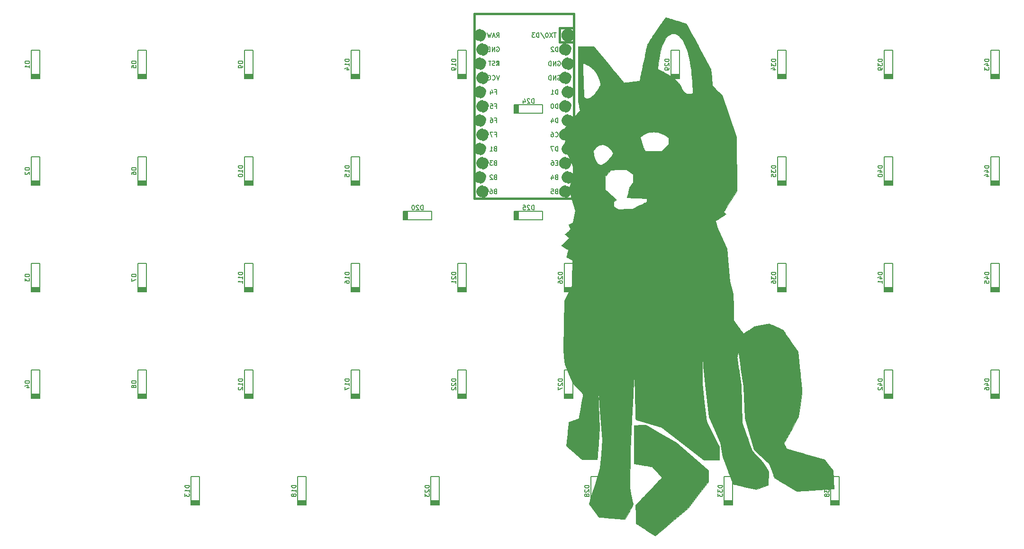
<source format=gbr>
G04 #@! TF.GenerationSoftware,KiCad,Pcbnew,(5.1.12)-1*
G04 #@! TF.CreationDate,2022-09-12T23:50:19-04:00*
G04 #@! TF.ProjectId,my-keeb-pro-micro,6d792d6b-6565-4622-9d70-726f2d6d6963,rev?*
G04 #@! TF.SameCoordinates,Original*
G04 #@! TF.FileFunction,Legend,Bot*
G04 #@! TF.FilePolarity,Positive*
%FSLAX46Y46*%
G04 Gerber Fmt 4.6, Leading zero omitted, Abs format (unit mm)*
G04 Created by KiCad (PCBNEW (5.1.12)-1) date 2022-09-12 23:50:19*
%MOMM*%
%LPD*%
G01*
G04 APERTURE LIST*
%ADD10C,0.010000*%
%ADD11C,0.150000*%
%ADD12C,0.381000*%
%ADD13C,2.000000*%
G04 APERTURE END LIST*
D10*
G36*
X142790259Y-13785600D02*
G01*
X142850132Y-13803186D01*
X142943369Y-13831184D01*
X143066500Y-13868522D01*
X143216054Y-13914124D01*
X143388563Y-13966919D01*
X143580556Y-14025834D01*
X143788564Y-14089794D01*
X144009117Y-14157727D01*
X144238746Y-14228559D01*
X144473980Y-14301218D01*
X144711350Y-14374629D01*
X144947387Y-14447720D01*
X145178620Y-14519417D01*
X145401580Y-14588647D01*
X145612797Y-14654337D01*
X145808801Y-14715414D01*
X145986123Y-14770804D01*
X146141294Y-14819434D01*
X146270842Y-14860231D01*
X146371299Y-14892121D01*
X146439195Y-14914031D01*
X146471061Y-14924889D01*
X146473052Y-14925801D01*
X146483734Y-14944800D01*
X146513771Y-14999269D01*
X146562240Y-15087516D01*
X146628214Y-15207851D01*
X146710772Y-15358584D01*
X146808987Y-15538023D01*
X146921936Y-15744479D01*
X147048695Y-15976260D01*
X147188339Y-16231676D01*
X147339944Y-16509036D01*
X147502585Y-16806651D01*
X147675339Y-17122828D01*
X147857281Y-17455878D01*
X148047487Y-17804110D01*
X148245032Y-18165833D01*
X148448993Y-18539357D01*
X148658444Y-18922991D01*
X148686743Y-18974829D01*
X150893206Y-23016574D01*
X150986081Y-24467579D01*
X151078956Y-25918583D01*
X151974923Y-26818167D01*
X152870890Y-27717750D01*
X154131021Y-31453667D01*
X155391152Y-35189583D01*
X155496888Y-44816803D01*
X154311006Y-46688238D01*
X154149309Y-46943830D01*
X153994462Y-47189415D01*
X153847926Y-47422632D01*
X153711160Y-47641120D01*
X153585625Y-47842519D01*
X153472781Y-48024468D01*
X153374088Y-48184606D01*
X153291007Y-48320572D01*
X153224998Y-48430007D01*
X153177521Y-48510548D01*
X153150037Y-48559836D01*
X153143562Y-48575494D01*
X153166239Y-48594625D01*
X153214319Y-48634988D01*
X153280730Y-48690653D01*
X153357792Y-48755178D01*
X153433476Y-48819651D01*
X153495548Y-48874684D01*
X153537678Y-48914509D01*
X153553534Y-48933360D01*
X153553540Y-48933478D01*
X153536122Y-48947153D01*
X153486103Y-48981087D01*
X153406806Y-49033146D01*
X153301554Y-49101196D01*
X153173673Y-49183103D01*
X153026485Y-49276732D01*
X152863315Y-49379951D01*
X152687487Y-49490624D01*
X152613063Y-49537312D01*
X152431742Y-49651501D01*
X152262539Y-49759129D01*
X152108689Y-49858063D01*
X151973427Y-49946173D01*
X151859991Y-50021327D01*
X151771615Y-50081394D01*
X151711536Y-50124243D01*
X151682990Y-50147742D01*
X151681079Y-50151146D01*
X151688448Y-50177150D01*
X151705165Y-50238770D01*
X151729809Y-50330682D01*
X151760957Y-50447559D01*
X151797189Y-50584079D01*
X151837083Y-50734916D01*
X151848674Y-50778833D01*
X152007819Y-51382083D01*
X152877710Y-53265917D01*
X153747601Y-55149750D01*
X154010013Y-58075721D01*
X154272425Y-61001691D01*
X154827163Y-63171917D01*
X154883582Y-65535405D01*
X154940000Y-67898893D01*
X155786667Y-69096557D01*
X155977237Y-69365387D01*
X156144654Y-69599980D01*
X156288835Y-69800226D01*
X156409700Y-69966014D01*
X156507167Y-70097235D01*
X156581156Y-70193780D01*
X156631586Y-70255537D01*
X156658375Y-70282398D01*
X156662086Y-70283561D01*
X156685032Y-70270706D01*
X156740588Y-70237607D01*
X156825382Y-70186325D01*
X156936043Y-70118921D01*
X157069200Y-70037455D01*
X157221482Y-69943988D01*
X157389518Y-69840582D01*
X157569936Y-69729298D01*
X157682247Y-69659900D01*
X158673656Y-69046899D01*
X159926100Y-68792283D01*
X160151445Y-68746628D01*
X160365331Y-68703598D01*
X160564001Y-68663929D01*
X160743702Y-68628355D01*
X160900677Y-68597613D01*
X161031172Y-68572438D01*
X161131431Y-68553565D01*
X161197699Y-68541729D01*
X161226151Y-68537667D01*
X161253872Y-68546161D01*
X161316064Y-68570447D01*
X161408689Y-68608725D01*
X161527714Y-68659195D01*
X161669101Y-68720060D01*
X161828816Y-68789519D01*
X162002822Y-68865775D01*
X162187083Y-68947029D01*
X162377565Y-69031481D01*
X162570230Y-69117332D01*
X162761044Y-69202785D01*
X162945971Y-69286039D01*
X163120974Y-69365296D01*
X163282018Y-69438758D01*
X163425067Y-69504625D01*
X163546086Y-69561098D01*
X163641038Y-69606378D01*
X163705888Y-69638668D01*
X163736600Y-69656167D01*
X163737808Y-69657195D01*
X163754212Y-69678903D01*
X163792936Y-69733274D01*
X163852403Y-69818026D01*
X163931036Y-69930877D01*
X164027258Y-70069545D01*
X164139493Y-70231749D01*
X164266165Y-70415208D01*
X164405696Y-70617639D01*
X164556509Y-70836760D01*
X164717029Y-71070292D01*
X164885679Y-71315951D01*
X165060881Y-71571456D01*
X165091310Y-71615862D01*
X166410005Y-73540474D01*
X166775370Y-77055695D01*
X166815146Y-77439045D01*
X166853719Y-77812095D01*
X166890860Y-78172568D01*
X166926338Y-78518184D01*
X166959925Y-78846666D01*
X166991391Y-79155734D01*
X167020506Y-79443112D01*
X167047041Y-79706519D01*
X167070766Y-79943678D01*
X167091452Y-80152310D01*
X167108869Y-80330138D01*
X167122787Y-80474881D01*
X167132978Y-80584263D01*
X167139211Y-80656004D01*
X167141258Y-80687333D01*
X167138525Y-80724162D01*
X167130432Y-80799973D01*
X167117358Y-80911803D01*
X167099682Y-81056692D01*
X167077784Y-81231679D01*
X167052043Y-81433801D01*
X167022837Y-81660098D01*
X166990546Y-81907609D01*
X166955549Y-82173372D01*
X166918225Y-82454425D01*
X166878954Y-82747808D01*
X166848561Y-82973333D01*
X166555342Y-85142917D01*
X165240022Y-87530671D01*
X163924703Y-89918426D01*
X164140536Y-90388171D01*
X164200582Y-90518637D01*
X164254738Y-90635887D01*
X164300521Y-90734577D01*
X164335446Y-90809364D01*
X164357030Y-90854905D01*
X164362933Y-90866609D01*
X164383664Y-90873242D01*
X164443005Y-90890827D01*
X164538837Y-90918756D01*
X164669045Y-90956425D01*
X164831511Y-91003227D01*
X165024119Y-91058556D01*
X165244752Y-91121807D01*
X165491294Y-91192374D01*
X165761627Y-91269651D01*
X166053635Y-91353032D01*
X166365202Y-91441911D01*
X166694210Y-91535683D01*
X167038544Y-91633741D01*
X167396085Y-91735479D01*
X167764658Y-91840275D01*
X171159821Y-92805250D01*
X171921640Y-93790204D01*
X172683459Y-94775157D01*
X172770761Y-96330204D01*
X172785067Y-96585034D01*
X172798769Y-96829144D01*
X172811670Y-97058992D01*
X172823569Y-97271036D01*
X172834268Y-97461733D01*
X172843570Y-97627542D01*
X172851274Y-97764921D01*
X172857183Y-97870326D01*
X172861097Y-97940217D01*
X172862755Y-97969917D01*
X172867445Y-98054583D01*
X172455056Y-98081239D01*
X172383741Y-98085780D01*
X172273057Y-98092737D01*
X172125887Y-98101929D01*
X171945116Y-98113179D01*
X171733628Y-98126308D01*
X171494308Y-98141138D01*
X171230039Y-98157491D01*
X170943706Y-98175187D01*
X170638193Y-98194049D01*
X170316384Y-98213898D01*
X169981164Y-98234556D01*
X169635417Y-98255844D01*
X169282027Y-98277584D01*
X169128705Y-98287010D01*
X166214743Y-98466127D01*
X164249788Y-97310951D01*
X163984459Y-97154807D01*
X163729086Y-97004212D01*
X163486079Y-96860602D01*
X163257847Y-96725414D01*
X163046797Y-96600087D01*
X162855339Y-96486056D01*
X162685882Y-96384760D01*
X162540835Y-96297635D01*
X162422605Y-96226118D01*
X162333602Y-96171648D01*
X162276235Y-96135660D01*
X162252913Y-96119592D01*
X162252764Y-96119433D01*
X162239727Y-96093681D01*
X162213074Y-96031818D01*
X162174182Y-95937321D01*
X162124428Y-95813668D01*
X162065191Y-95664336D01*
X161997850Y-95492802D01*
X161923781Y-95302544D01*
X161844363Y-95097038D01*
X161760973Y-94879763D01*
X161746205Y-94841131D01*
X161271717Y-93599173D01*
X160002752Y-92397878D01*
X159805220Y-92210924D01*
X159614586Y-92030584D01*
X159433370Y-91859236D01*
X159264091Y-91699258D01*
X159109266Y-91553028D01*
X158971417Y-91422924D01*
X158853061Y-91311324D01*
X158756718Y-91220606D01*
X158684906Y-91153149D01*
X158640145Y-91111330D01*
X158629307Y-91101333D01*
X158524827Y-91006083D01*
X156925567Y-85460417D01*
X156705291Y-79766583D01*
X156228694Y-76517854D01*
X156175051Y-76152371D01*
X156123045Y-75798392D01*
X156073009Y-75458174D01*
X156025279Y-75133971D01*
X155980187Y-74828040D01*
X155938068Y-74542637D01*
X155899255Y-74280017D01*
X155864081Y-74042436D01*
X155832882Y-73832150D01*
X155805990Y-73651415D01*
X155783740Y-73502486D01*
X155766465Y-73387620D01*
X155754499Y-73309071D01*
X155748175Y-73269096D01*
X155747248Y-73264276D01*
X155742633Y-73282462D01*
X155732941Y-73336632D01*
X155719057Y-73420855D01*
X155701867Y-73529204D01*
X155682256Y-73655751D01*
X155661109Y-73794566D01*
X155639312Y-73939721D01*
X155617750Y-74085288D01*
X155597309Y-74225338D01*
X155578875Y-74353942D01*
X155563332Y-74465172D01*
X155551565Y-74553100D01*
X155544462Y-74611797D01*
X155542730Y-74633667D01*
X155546095Y-74661123D01*
X155555669Y-74727715D01*
X155571039Y-74830769D01*
X155591791Y-74967606D01*
X155617510Y-75135553D01*
X155647782Y-75331933D01*
X155682194Y-75554071D01*
X155720331Y-75799290D01*
X155761779Y-76064916D01*
X155806125Y-76348271D01*
X155852953Y-76646681D01*
X155901851Y-76957470D01*
X155925921Y-77110167D01*
X156308187Y-79533750D01*
X156383039Y-82856917D01*
X156457892Y-86180083D01*
X157325016Y-88677750D01*
X157433960Y-88991241D01*
X157539399Y-89294038D01*
X157640469Y-89583689D01*
X157736306Y-89857744D01*
X157826045Y-90113750D01*
X157908822Y-90349257D01*
X157983772Y-90561814D01*
X158050033Y-90748970D01*
X158106738Y-90908273D01*
X158153025Y-91037273D01*
X158188028Y-91133518D01*
X158210884Y-91194556D01*
X158220591Y-91217750D01*
X158239588Y-91240165D01*
X158285008Y-91290854D01*
X158354389Y-91367141D01*
X158445268Y-91466354D01*
X158555183Y-91585818D01*
X158681672Y-91722859D01*
X158822272Y-91874803D01*
X158974521Y-92038976D01*
X159135957Y-92212703D01*
X159211901Y-92294313D01*
X160174759Y-93328543D01*
X160676365Y-94109527D01*
X161177972Y-94890511D01*
X161143861Y-95996297D01*
X161137238Y-96213786D01*
X161131045Y-96422515D01*
X161125408Y-96617876D01*
X161120453Y-96795260D01*
X161116305Y-96950060D01*
X161113090Y-97077666D01*
X161110933Y-97173472D01*
X161109960Y-97232868D01*
X161109917Y-97242371D01*
X161110084Y-97382659D01*
X158940500Y-98168139D01*
X156881362Y-97685584D01*
X156593647Y-97618096D01*
X156317718Y-97553254D01*
X156056350Y-97491714D01*
X155812318Y-97434135D01*
X155588397Y-97381178D01*
X155387362Y-97333499D01*
X155211987Y-97291759D01*
X155065048Y-97256615D01*
X154949318Y-97228726D01*
X154867574Y-97208752D01*
X154822589Y-97197351D01*
X154814387Y-97194889D01*
X154806102Y-97174434D01*
X154783845Y-97116733D01*
X154748518Y-97024178D01*
X154701023Y-96899156D01*
X154642264Y-96744058D01*
X154573142Y-96561273D01*
X154494560Y-96353191D01*
X154407420Y-96122200D01*
X154312624Y-95870690D01*
X154211075Y-95601051D01*
X154103676Y-95315671D01*
X153991328Y-95016941D01*
X153880426Y-94721866D01*
X152954302Y-92256981D01*
X152544720Y-89841917D01*
X151545184Y-87513583D01*
X150545649Y-85185250D01*
X150174940Y-82306583D01*
X149804232Y-79427917D01*
X149576337Y-76782083D01*
X149541948Y-76383717D01*
X149510883Y-76025856D01*
X149482978Y-75706818D01*
X149458070Y-75424919D01*
X149435997Y-75178476D01*
X149416594Y-74965804D01*
X149399699Y-74785220D01*
X149385147Y-74635041D01*
X149372776Y-74513583D01*
X149362423Y-74419163D01*
X149353924Y-74350096D01*
X149347115Y-74304701D01*
X149341835Y-74281292D01*
X149337918Y-74278187D01*
X149335202Y-74293702D01*
X149335090Y-74295000D01*
X149333207Y-74337189D01*
X149331198Y-74418782D01*
X149329092Y-74536848D01*
X149326916Y-74688459D01*
X149324701Y-74870684D01*
X149322474Y-75080595D01*
X149320266Y-75315260D01*
X149318104Y-75571751D01*
X149316018Y-75847138D01*
X149314037Y-76138492D01*
X149312189Y-76442882D01*
X149310504Y-76757379D01*
X149310225Y-76813833D01*
X149298714Y-79173917D01*
X149709306Y-82550000D01*
X150119899Y-85926083D01*
X151231763Y-88218290D01*
X152343627Y-90510498D01*
X152374527Y-92900500D01*
X149550566Y-92900500D01*
X145810617Y-89962299D01*
X142070667Y-87024099D01*
X139758855Y-86359630D01*
X137447043Y-85695160D01*
X137437034Y-85609538D01*
X137435482Y-85580228D01*
X137432851Y-85510625D01*
X137429199Y-85402755D01*
X137424585Y-85258643D01*
X137419068Y-85080314D01*
X137412707Y-84869794D01*
X137405560Y-84629108D01*
X137397686Y-84360280D01*
X137389144Y-84065338D01*
X137379993Y-83746306D01*
X137370291Y-83405208D01*
X137360098Y-83044072D01*
X137349471Y-82664921D01*
X137338470Y-82269782D01*
X137327154Y-81860679D01*
X137315581Y-81439639D01*
X137308032Y-81163583D01*
X137296374Y-80737019D01*
X137284989Y-80321691D01*
X137273933Y-79919584D01*
X137263262Y-79532680D01*
X137253031Y-79162963D01*
X137243297Y-78812416D01*
X137234114Y-78483021D01*
X137225540Y-78176762D01*
X137217628Y-77895623D01*
X137210436Y-77641586D01*
X137204019Y-77416634D01*
X137198433Y-77222750D01*
X137193733Y-77061918D01*
X137189976Y-76936121D01*
X137187216Y-76847342D01*
X137185510Y-76797564D01*
X137184984Y-76787015D01*
X137183620Y-76806655D01*
X137180203Y-76867049D01*
X137174812Y-76966671D01*
X137167524Y-77103998D01*
X137158417Y-77277502D01*
X137147570Y-77485659D01*
X137135061Y-77726944D01*
X137120968Y-77999830D01*
X137105369Y-78302793D01*
X137088343Y-78634308D01*
X137069967Y-78992848D01*
X137050319Y-79376888D01*
X137029478Y-79784904D01*
X137007522Y-80215369D01*
X136984528Y-80666759D01*
X136960576Y-81137547D01*
X136935744Y-81626209D01*
X136910108Y-82131220D01*
X136883748Y-82651053D01*
X136856742Y-83184183D01*
X136829168Y-83729085D01*
X136815224Y-84004848D01*
X136449521Y-91238917D01*
X136342215Y-97864083D01*
X136648765Y-99324583D01*
X136699800Y-99567902D01*
X136748375Y-99799824D01*
X136793773Y-100016905D01*
X136835278Y-100215703D01*
X136872173Y-100392774D01*
X136903740Y-100544677D01*
X136929263Y-100667967D01*
X136948026Y-100759202D01*
X136959312Y-100814939D01*
X136962407Y-100831173D01*
X136953614Y-100859817D01*
X136924329Y-100924428D01*
X136874988Y-101024175D01*
X136806027Y-101158227D01*
X136717881Y-101325752D01*
X136610987Y-101525920D01*
X136485779Y-101757899D01*
X136342695Y-102020857D01*
X136249834Y-102190621D01*
X135530167Y-103503979D01*
X135413750Y-103501318D01*
X135337370Y-103498418D01*
X135270668Y-103493945D01*
X135244417Y-103491103D01*
X135216395Y-103488255D01*
X135149066Y-103481997D01*
X135045299Y-103472584D01*
X134907962Y-103460268D01*
X134739923Y-103445304D01*
X134544050Y-103427945D01*
X134323212Y-103408446D01*
X134080276Y-103387059D01*
X133818111Y-103364040D01*
X133539585Y-103339641D01*
X133247566Y-103314116D01*
X133012839Y-103293638D01*
X132713237Y-103267379D01*
X132425545Y-103241886D01*
X132152567Y-103217422D01*
X131897104Y-103194249D01*
X131661959Y-103172633D01*
X131449935Y-103152836D01*
X131263833Y-103135123D01*
X131106457Y-103119755D01*
X130980608Y-103106998D01*
X130889089Y-103097115D01*
X130834703Y-103090369D01*
X130819811Y-103087406D01*
X130805165Y-103067996D01*
X130767557Y-103017268D01*
X130709063Y-102938041D01*
X130631757Y-102833134D01*
X130537712Y-102705365D01*
X130429004Y-102557554D01*
X130307706Y-102392519D01*
X130175894Y-102213080D01*
X130035640Y-102022056D01*
X129951135Y-101906917D01*
X129788832Y-101685077D01*
X129640011Y-101480323D01*
X129506145Y-101294745D01*
X129388709Y-101130430D01*
X129289177Y-100989466D01*
X129209023Y-100873943D01*
X129149722Y-100785949D01*
X129112746Y-100727572D01*
X129099570Y-100700900D01*
X129099564Y-100700417D01*
X129106046Y-100675744D01*
X129124419Y-100612856D01*
X129154002Y-100513961D01*
X129194119Y-100381269D01*
X129244091Y-100216988D01*
X129303242Y-100023327D01*
X129370891Y-99802496D01*
X129446363Y-99556704D01*
X129528979Y-99288159D01*
X129618060Y-98999071D01*
X129712929Y-98691649D01*
X129812909Y-98368102D01*
X129917321Y-98030639D01*
X130025487Y-97681470D01*
X130077190Y-97514715D01*
X131052079Y-94371347D01*
X131274999Y-91842048D01*
X131497918Y-89312750D01*
X131069482Y-84176116D01*
X131030888Y-83713747D01*
X130993175Y-83262610D01*
X130956496Y-82824513D01*
X130921005Y-82401262D01*
X130886854Y-81994664D01*
X130854197Y-81606525D01*
X130823188Y-81238653D01*
X130793978Y-80892854D01*
X130766722Y-80570934D01*
X130741573Y-80274700D01*
X130718684Y-80005960D01*
X130698207Y-79766518D01*
X130680297Y-79558184D01*
X130665106Y-79382761D01*
X130652788Y-79242059D01*
X130643495Y-79137883D01*
X130637382Y-79072039D01*
X130634601Y-79046335D01*
X130634489Y-79046038D01*
X130634772Y-79067514D01*
X130636907Y-79129226D01*
X130640805Y-79229123D01*
X130646375Y-79365151D01*
X130653528Y-79535257D01*
X130662172Y-79737391D01*
X130672220Y-79969500D01*
X130683579Y-80229530D01*
X130696161Y-80515430D01*
X130709876Y-80825147D01*
X130724632Y-81156629D01*
X130740341Y-81507823D01*
X130756912Y-81876678D01*
X130774255Y-82261140D01*
X130792280Y-82659158D01*
X130810898Y-83068678D01*
X130811987Y-83092588D01*
X130996040Y-87132583D01*
X130774266Y-89963615D01*
X130747386Y-90305844D01*
X130721283Y-90636392D01*
X130696158Y-90952809D01*
X130672213Y-91252642D01*
X130649646Y-91533440D01*
X130628659Y-91792751D01*
X130609452Y-92028125D01*
X130592225Y-92237109D01*
X130577180Y-92417251D01*
X130564516Y-92566101D01*
X130554434Y-92681207D01*
X130547135Y-92760117D01*
X130542818Y-92800380D01*
X130541900Y-92805239D01*
X130519453Y-92807284D01*
X130458240Y-92809628D01*
X130361822Y-92812206D01*
X130233766Y-92814956D01*
X130077635Y-92817813D01*
X129896992Y-92820713D01*
X129695403Y-92823594D01*
X129476432Y-92826391D01*
X129243642Y-92829040D01*
X129165513Y-92829859D01*
X127799720Y-92843886D01*
X126468527Y-91651984D01*
X126265239Y-91469937D01*
X126070247Y-91295263D01*
X125885967Y-91130127D01*
X125714812Y-90976696D01*
X125559197Y-90837135D01*
X125421536Y-90713610D01*
X125304242Y-90608289D01*
X125209731Y-90523335D01*
X125140416Y-90460917D01*
X125098712Y-90423199D01*
X125087703Y-90413096D01*
X125038072Y-90366110D01*
X125263950Y-88241489D01*
X125295371Y-87946237D01*
X125325567Y-87663087D01*
X125354235Y-87394850D01*
X125381070Y-87144335D01*
X125405771Y-86914355D01*
X125428033Y-86707720D01*
X125447554Y-86527242D01*
X125464031Y-86375730D01*
X125477159Y-86255997D01*
X125486636Y-86170852D01*
X125492159Y-86123107D01*
X125493497Y-86113441D01*
X125513643Y-86106118D01*
X125569789Y-86086556D01*
X125657856Y-86056153D01*
X125773770Y-86016309D01*
X125913452Y-85968425D01*
X126072827Y-85913900D01*
X126247817Y-85854133D01*
X126374607Y-85810887D01*
X126558089Y-85748239D01*
X126728857Y-85689746D01*
X126882814Y-85636825D01*
X127015864Y-85590893D01*
X127123911Y-85553364D01*
X127202859Y-85525658D01*
X127248612Y-85509189D01*
X127258675Y-85505130D01*
X127263776Y-85483334D01*
X127275659Y-85423193D01*
X127293724Y-85328044D01*
X127317373Y-85201229D01*
X127346006Y-85046084D01*
X127379025Y-84865951D01*
X127415829Y-84664167D01*
X127455819Y-84444073D01*
X127498398Y-84209006D01*
X127542964Y-83962307D01*
X127588919Y-83707314D01*
X127635664Y-83447366D01*
X127682599Y-83185803D01*
X127729126Y-82925964D01*
X127774645Y-82671188D01*
X127818556Y-82424813D01*
X127860261Y-82190180D01*
X127899160Y-81970627D01*
X127934655Y-81769493D01*
X127966145Y-81590118D01*
X127993033Y-81435840D01*
X128014717Y-81309999D01*
X128030600Y-81215934D01*
X128040082Y-81156983D01*
X128042632Y-81136613D01*
X128027484Y-81116999D01*
X127985568Y-81069339D01*
X127919309Y-80996245D01*
X127831134Y-80900328D01*
X127723465Y-80784200D01*
X127598730Y-80650473D01*
X127459352Y-80501759D01*
X127307756Y-80340669D01*
X127146369Y-80169815D01*
X127074901Y-80094351D01*
X126112636Y-79079060D01*
X126005939Y-78824667D01*
X130612259Y-78824667D01*
X130615585Y-78854715D01*
X130622935Y-78851125D01*
X130625731Y-78807789D01*
X130622935Y-78798208D01*
X130615209Y-78795549D01*
X130612259Y-78824667D01*
X126005939Y-78824667D01*
X125430274Y-77452140D01*
X124747913Y-75825221D01*
X124616372Y-74451569D01*
X124484832Y-73077917D01*
X124721052Y-64478697D01*
X125389348Y-63116223D01*
X126057645Y-61753750D01*
X126078820Y-60071000D01*
X126082265Y-59788968D01*
X126085534Y-59505292D01*
X126088581Y-59224897D01*
X126091361Y-58952704D01*
X126093829Y-58693639D01*
X126095941Y-58452623D01*
X126097650Y-58234581D01*
X126098911Y-58044436D01*
X126099680Y-57887110D01*
X126099912Y-57774417D01*
X126099830Y-57160583D01*
X125589955Y-56896000D01*
X125455181Y-56825451D01*
X125333118Y-56760385D01*
X125228730Y-56703542D01*
X125146983Y-56657664D01*
X125092839Y-56625490D01*
X125071265Y-56609763D01*
X125071168Y-56609563D01*
X125074689Y-56586150D01*
X125087453Y-56527922D01*
X125107907Y-56440999D01*
X125134497Y-56331500D01*
X125165673Y-56205544D01*
X125199880Y-56069251D01*
X125235566Y-55928738D01*
X125271179Y-55790127D01*
X125305165Y-55659536D01*
X125335973Y-55543083D01*
X125362048Y-55446890D01*
X125381840Y-55377074D01*
X125392465Y-55343310D01*
X125376979Y-55327105D01*
X125328895Y-55292161D01*
X125252202Y-55241035D01*
X125150888Y-55176288D01*
X125028939Y-55100479D01*
X124890345Y-55016166D01*
X124777497Y-54948667D01*
X124630651Y-54860741D01*
X124496093Y-54778815D01*
X124378013Y-54705547D01*
X124280602Y-54643592D01*
X124208049Y-54595607D01*
X124164544Y-54564249D01*
X124153469Y-54552992D01*
X124168817Y-54522125D01*
X124193618Y-54499342D01*
X124216929Y-54478790D01*
X124266974Y-54431662D01*
X124340424Y-54361188D01*
X124433952Y-54270598D01*
X124544230Y-54163123D01*
X124667929Y-54041991D01*
X124801722Y-53910434D01*
X124881344Y-53831901D01*
X125528534Y-53192852D01*
X125147434Y-52870425D01*
X125040412Y-52779030D01*
X124945474Y-52696323D01*
X124867028Y-52626278D01*
X124809482Y-52572871D01*
X124777242Y-52540076D01*
X124771917Y-52531766D01*
X124788763Y-52514257D01*
X124836057Y-52471595D01*
X124914112Y-52403511D01*
X125023244Y-52309736D01*
X125163765Y-52190001D01*
X125335992Y-52044038D01*
X125540237Y-51871577D01*
X125743573Y-51700315D01*
X125806979Y-51646963D01*
X125622895Y-51255386D01*
X125556056Y-51110995D01*
X125507541Y-51000755D01*
X125476049Y-50921306D01*
X125460280Y-50869288D01*
X125458936Y-50841342D01*
X125461112Y-50837196D01*
X125486266Y-50819933D01*
X125543295Y-50787430D01*
X125626024Y-50742996D01*
X125728275Y-50689938D01*
X125843870Y-50631564D01*
X125860980Y-50623050D01*
X126238547Y-50435516D01*
X126636545Y-48364038D01*
X126086126Y-46370219D01*
X125535707Y-44376399D01*
X126060619Y-42801979D01*
X126235376Y-42277811D01*
X131940408Y-42277811D01*
X131952517Y-43030530D01*
X131955857Y-43226483D01*
X131959625Y-43427726D01*
X131963637Y-43625634D01*
X131967707Y-43811584D01*
X131971650Y-43976953D01*
X131975280Y-44113117D01*
X131976989Y-44169702D01*
X131989353Y-44556154D01*
X132981885Y-45456832D01*
X133155233Y-45614369D01*
X133318959Y-45763612D01*
X133470419Y-45902121D01*
X133606970Y-46027455D01*
X133725966Y-46137177D01*
X133824764Y-46228847D01*
X133900721Y-46300024D01*
X133951192Y-46348271D01*
X133973534Y-46371147D01*
X133974417Y-46372585D01*
X133958475Y-46390179D01*
X133914734Y-46428032D01*
X133849327Y-46481082D01*
X133768383Y-46544271D01*
X133741584Y-46564755D01*
X133508750Y-46741850D01*
X133510860Y-47125217D01*
X133512281Y-47251498D01*
X133514924Y-47365695D01*
X133518502Y-47460004D01*
X133522727Y-47526622D01*
X133526735Y-47556082D01*
X133545304Y-47581340D01*
X133591342Y-47619344D01*
X133667236Y-47671721D01*
X133775371Y-47740099D01*
X133918134Y-47826104D01*
X133953250Y-47846859D01*
X134366000Y-48090136D01*
X134747000Y-48078023D01*
X134855268Y-48074613D01*
X134998513Y-48070152D01*
X135169397Y-48064866D01*
X135360582Y-48058979D01*
X135564732Y-48052719D01*
X135774509Y-48046311D01*
X135982575Y-48039980D01*
X136006417Y-48039257D01*
X136884834Y-48012604D01*
X138150334Y-47379594D01*
X138415877Y-47246489D01*
X138645361Y-47130826D01*
X138840796Y-47031537D01*
X139004198Y-46947557D01*
X139137578Y-46877819D01*
X139242949Y-46821256D01*
X139322324Y-46776802D01*
X139377716Y-46743390D01*
X139411139Y-46719954D01*
X139424604Y-46705427D01*
X139424971Y-46704250D01*
X139429137Y-46666736D01*
X139433462Y-46597304D01*
X139437396Y-46506365D01*
X139440054Y-46418650D01*
X139446000Y-46175383D01*
X137646834Y-46083305D01*
X137374989Y-46069354D01*
X137115533Y-46055965D01*
X136871541Y-46043299D01*
X136646090Y-46031521D01*
X136442256Y-46020794D01*
X136263115Y-46011280D01*
X136111743Y-46003143D01*
X135991217Y-45996547D01*
X135904613Y-45991653D01*
X135855007Y-45988626D01*
X135843929Y-45987695D01*
X135849332Y-45967580D01*
X135866578Y-45913503D01*
X135893665Y-45831508D01*
X135928592Y-45727641D01*
X135969358Y-45607945D01*
X135978184Y-45582207D01*
X136025107Y-45443817D01*
X136061694Y-45329913D01*
X136090474Y-45229829D01*
X136113973Y-45132902D01*
X136134719Y-45028468D01*
X136155239Y-44905862D01*
X136178061Y-44754420D01*
X136183981Y-44713841D01*
X136251786Y-44247431D01*
X136973532Y-43250457D01*
X136963284Y-42558003D01*
X136953037Y-41865550D01*
X136379185Y-41410513D01*
X135805334Y-40955476D01*
X135667750Y-40966689D01*
X135621639Y-40969518D01*
X135537452Y-40973704D01*
X135419419Y-40979071D01*
X135271771Y-40985442D01*
X135098738Y-40992641D01*
X134904549Y-41000492D01*
X134693435Y-41008818D01*
X134469625Y-41017443D01*
X134273576Y-41024839D01*
X133016986Y-41071776D01*
X132478697Y-41674794D01*
X131940408Y-42277811D01*
X126235376Y-42277811D01*
X126585530Y-41227559D01*
X125587251Y-38993846D01*
X124961665Y-37594058D01*
X129861405Y-37594058D01*
X129886744Y-37831154D01*
X129927004Y-38127808D01*
X129983393Y-38423884D01*
X130053615Y-38710860D01*
X130135377Y-38980216D01*
X130226384Y-39223431D01*
X130310894Y-39406357D01*
X130439208Y-39626519D01*
X130576656Y-39807397D01*
X130722506Y-39948551D01*
X130876025Y-40049539D01*
X131036484Y-40109919D01*
X131203150Y-40129249D01*
X131375291Y-40107089D01*
X131440376Y-40088235D01*
X131620584Y-40011131D01*
X131813458Y-39896329D01*
X132016965Y-39745831D01*
X132229073Y-39561638D01*
X132447750Y-39345751D01*
X132670962Y-39100173D01*
X132896678Y-38826904D01*
X133122863Y-38527947D01*
X133337676Y-38219952D01*
X133448911Y-38054153D01*
X133369579Y-37934202D01*
X133229495Y-37736021D01*
X133071918Y-37536626D01*
X132904330Y-37344291D01*
X132734212Y-37167293D01*
X132569046Y-37013908D01*
X132450417Y-36917452D01*
X132261711Y-36789764D01*
X132063681Y-36682191D01*
X131869025Y-36601259D01*
X131783487Y-36574602D01*
X131698169Y-36553459D01*
X131621057Y-36540899D01*
X131537691Y-36535656D01*
X131433612Y-36536469D01*
X131371934Y-36538644D01*
X131206498Y-36551695D01*
X131062796Y-36579120D01*
X130927124Y-36625281D01*
X130785782Y-36694539D01*
X130672676Y-36761239D01*
X130566994Y-36836195D01*
X130445667Y-36937608D01*
X130317236Y-37057191D01*
X130190242Y-37186657D01*
X130073227Y-37317720D01*
X129984403Y-37428987D01*
X129861405Y-37594058D01*
X124961665Y-37594058D01*
X124588971Y-36760134D01*
X124825273Y-35813976D01*
X124970006Y-35234460D01*
X138250084Y-35234460D01*
X138255931Y-35260610D01*
X138272652Y-35323030D01*
X138299018Y-35417423D01*
X138333799Y-35539494D01*
X138375765Y-35684945D01*
X138423686Y-35849481D01*
X138476333Y-36028805D01*
X138512802Y-36152264D01*
X138576971Y-36368446D01*
X138630883Y-36548396D01*
X138676078Y-36696537D01*
X138714097Y-36817292D01*
X138746482Y-36915083D01*
X138774775Y-36994334D01*
X138800515Y-37059468D01*
X138825245Y-37114909D01*
X138850507Y-37165079D01*
X138877840Y-37214401D01*
X138890577Y-37236387D01*
X138950149Y-37338472D01*
X139013125Y-37446646D01*
X139069509Y-37543732D01*
X139091336Y-37581417D01*
X139177037Y-37729583D01*
X139417352Y-37723909D01*
X139483331Y-37722323D01*
X139586906Y-37719795D01*
X139723352Y-37716443D01*
X139887945Y-37712383D01*
X140075961Y-37707732D01*
X140282676Y-37702607D01*
X140503364Y-37697125D01*
X140733302Y-37691402D01*
X140895917Y-37687349D01*
X142134167Y-37656462D01*
X142732125Y-37052771D01*
X143330084Y-36449081D01*
X143330084Y-35294595D01*
X143006092Y-35077940D01*
X142608384Y-34833330D01*
X142206758Y-34628519D01*
X141802906Y-34464251D01*
X141398522Y-34341272D01*
X141255750Y-34307813D01*
X141173247Y-34291130D01*
X141096230Y-34278744D01*
X141016075Y-34270045D01*
X140924159Y-34264421D01*
X140811858Y-34261262D01*
X140670549Y-34259955D01*
X140578417Y-34259805D01*
X140417310Y-34260378D01*
X140290188Y-34262479D01*
X140188712Y-34266688D01*
X140104544Y-34273585D01*
X140029345Y-34283747D01*
X139954777Y-34297756D01*
X139918382Y-34305653D01*
X139547711Y-34409616D01*
X139193442Y-34551556D01*
X138858956Y-34730038D01*
X138737511Y-34807297D01*
X138636175Y-34878270D01*
X138535612Y-34954776D01*
X138441731Y-35031635D01*
X138360442Y-35103668D01*
X138297657Y-35165695D01*
X138259286Y-35212537D01*
X138250084Y-35234460D01*
X124970006Y-35234460D01*
X125061574Y-34867819D01*
X124904715Y-34214684D01*
X124859756Y-34025892D01*
X124824599Y-33874211D01*
X124798497Y-33755753D01*
X124780705Y-33666631D01*
X124770478Y-33602958D01*
X124767069Y-33560847D01*
X124769734Y-33536408D01*
X124773262Y-33529407D01*
X124790510Y-33509080D01*
X124833513Y-33459016D01*
X124900315Y-33381480D01*
X124988959Y-33278739D01*
X125097486Y-33153055D01*
X125223940Y-33006696D01*
X125366364Y-32841925D01*
X125522801Y-32661009D01*
X125691293Y-32466211D01*
X125869883Y-32259798D01*
X126056614Y-32044033D01*
X126109149Y-31983340D01*
X126297838Y-31765352D01*
X126478979Y-31556069D01*
X126650611Y-31357758D01*
X126810771Y-31172688D01*
X126957496Y-31003128D01*
X127088825Y-30851344D01*
X127202794Y-30719606D01*
X127297441Y-30610182D01*
X127370805Y-30525339D01*
X127420921Y-30467346D01*
X127445828Y-30438472D01*
X127447990Y-30435946D01*
X127454258Y-30422156D01*
X127456721Y-30397114D01*
X127454802Y-30357056D01*
X127447928Y-30298219D01*
X127435522Y-30216840D01*
X127417009Y-30109157D01*
X127391813Y-29971406D01*
X127359360Y-29799824D01*
X127319074Y-29590648D01*
X127317549Y-29582772D01*
X127158750Y-28763068D01*
X127158750Y-22100050D01*
X127967255Y-22100050D01*
X127967500Y-22161243D01*
X127968661Y-22239096D01*
X127970786Y-22335603D01*
X127973923Y-22452756D01*
X127978120Y-22592550D01*
X127983427Y-22756978D01*
X127989891Y-22948034D01*
X127997561Y-23167711D01*
X128006486Y-23418004D01*
X128016713Y-23700906D01*
X128028292Y-24018410D01*
X128041270Y-24372511D01*
X128055697Y-24765202D01*
X128069357Y-25136886D01*
X128175631Y-28029177D01*
X128222816Y-28068163D01*
X128328581Y-28139737D01*
X128456079Y-28202116D01*
X128589657Y-28249075D01*
X128713661Y-28274389D01*
X128747654Y-28276866D01*
X128798238Y-28274115D01*
X128871496Y-28265127D01*
X128927571Y-28256043D01*
X129119313Y-28201457D01*
X129318018Y-28105855D01*
X129523002Y-27969858D01*
X129733583Y-27794087D01*
X129949080Y-27579164D01*
X130168809Y-27325709D01*
X130392089Y-27034345D01*
X130599951Y-26733500D01*
X130675711Y-26616245D01*
X130755384Y-26488572D01*
X130835815Y-26355991D01*
X130913847Y-26224013D01*
X130986324Y-26098149D01*
X131050090Y-25983911D01*
X131101990Y-25886809D01*
X131138868Y-25812354D01*
X131157566Y-25766058D01*
X131159250Y-25756827D01*
X131153438Y-25713158D01*
X131137401Y-25636857D01*
X131113233Y-25535795D01*
X131083032Y-25417840D01*
X131048893Y-25290861D01*
X131012913Y-25162728D01*
X130977188Y-25041310D01*
X130943815Y-24934476D01*
X130926057Y-24881417D01*
X130814605Y-24594401D01*
X130677928Y-24299520D01*
X130522268Y-24008145D01*
X130353866Y-23731645D01*
X130178964Y-23481392D01*
X130106947Y-23389167D01*
X129906681Y-23161874D01*
X129677832Y-22936777D01*
X129431594Y-22723659D01*
X129179162Y-22532308D01*
X128969908Y-22395184D01*
X128849892Y-22326526D01*
X128715974Y-22256354D01*
X128575093Y-22187679D01*
X128434186Y-22123513D01*
X128300192Y-22066865D01*
X128180048Y-22020747D01*
X128080693Y-21988170D01*
X128009065Y-21972144D01*
X127992425Y-21971000D01*
X127987093Y-21970690D01*
X127982288Y-21971091D01*
X127978060Y-21974195D01*
X127974456Y-21981996D01*
X127971525Y-21996489D01*
X127969315Y-22019666D01*
X127967876Y-22053522D01*
X127967255Y-22100050D01*
X127158750Y-22100050D01*
X127158750Y-19007667D01*
X129963334Y-19008771D01*
X132638336Y-22236136D01*
X132905180Y-22557999D01*
X133164859Y-22871060D01*
X133416081Y-23173767D01*
X133657554Y-23464570D01*
X133887985Y-23741917D01*
X134106082Y-24004257D01*
X134310553Y-24250039D01*
X134500107Y-24477712D01*
X134673450Y-24685725D01*
X134829290Y-24872527D01*
X134966336Y-25036566D01*
X135083295Y-25176291D01*
X135178875Y-25290152D01*
X135251784Y-25376597D01*
X135300730Y-25434076D01*
X135324420Y-25461036D01*
X135326503Y-25462975D01*
X135357337Y-25460238D01*
X135424993Y-25453225D01*
X135525253Y-25442416D01*
X135653898Y-25428292D01*
X135806709Y-25411333D01*
X135979470Y-25392020D01*
X136167962Y-25370832D01*
X136367966Y-25348251D01*
X136575264Y-25324756D01*
X136785639Y-25300828D01*
X136994872Y-25276947D01*
X137198744Y-25253594D01*
X137393039Y-25231249D01*
X137573537Y-25210392D01*
X137736021Y-25191504D01*
X137876272Y-25175065D01*
X137990073Y-25161555D01*
X138073204Y-25151455D01*
X138121448Y-25145245D01*
X138132205Y-25143467D01*
X138137312Y-25122205D01*
X138150602Y-25061723D01*
X138171608Y-24964238D01*
X138199861Y-24831970D01*
X138234893Y-24667138D01*
X138276236Y-24471961D01*
X138323421Y-24248658D01*
X138375981Y-23999447D01*
X138433448Y-23726548D01*
X138495353Y-23432179D01*
X138561228Y-23118560D01*
X138598925Y-22938892D01*
X141382954Y-22938892D01*
X141383159Y-23039917D01*
X141610496Y-23142829D01*
X141741596Y-23204514D01*
X141900805Y-23283178D01*
X142079713Y-23374390D01*
X142269911Y-23473714D01*
X142462989Y-23576718D01*
X142650539Y-23678966D01*
X142824151Y-23776026D01*
X142959667Y-23854181D01*
X143355418Y-24096085D01*
X143726390Y-24341630D01*
X144070101Y-24588806D01*
X144384066Y-24835603D01*
X144665802Y-25080012D01*
X144912827Y-25320021D01*
X145122655Y-25553621D01*
X145232752Y-25694045D01*
X145303021Y-25790757D01*
X145360264Y-25874226D01*
X145409713Y-25953712D01*
X145456598Y-26038475D01*
X145506149Y-26137772D01*
X145563597Y-26260866D01*
X145607020Y-26356622D01*
X145726147Y-26600894D01*
X145846753Y-26807013D01*
X145971572Y-26979142D01*
X146103338Y-27121441D01*
X146119273Y-27136276D01*
X146257161Y-27244892D01*
X146414420Y-27339538D01*
X146575746Y-27411810D01*
X146679010Y-27443657D01*
X146792486Y-27462100D01*
X146930047Y-27470932D01*
X147074497Y-27469925D01*
X147208640Y-27458849D01*
X147256711Y-27451336D01*
X147351608Y-27429619D01*
X147452430Y-27400373D01*
X147496777Y-27385064D01*
X147612442Y-27341788D01*
X147598844Y-26693685D01*
X147575835Y-25950706D01*
X147538494Y-25221408D01*
X147487199Y-24508215D01*
X147422329Y-23813549D01*
X147344265Y-23139832D01*
X147253384Y-22489487D01*
X147150068Y-21864937D01*
X147034694Y-21268604D01*
X146907642Y-20702911D01*
X146769292Y-20170281D01*
X146620022Y-19673136D01*
X146460213Y-19213898D01*
X146405456Y-19071660D01*
X146223479Y-18644723D01*
X146030861Y-18258655D01*
X145827497Y-17913322D01*
X145613279Y-17608590D01*
X145388101Y-17344326D01*
X145151855Y-17120397D01*
X144904435Y-16936669D01*
X144645734Y-16793008D01*
X144547167Y-16749995D01*
X144477485Y-16723349D01*
X144417638Y-16706078D01*
X144354963Y-16696298D01*
X144276796Y-16692128D01*
X144170475Y-16691685D01*
X144155584Y-16691790D01*
X144043020Y-16693819D01*
X143958653Y-16699414D01*
X143888361Y-16710873D01*
X143818025Y-16730494D01*
X143734026Y-16760387D01*
X143553977Y-16839445D01*
X143388848Y-16938248D01*
X143228030Y-17063912D01*
X143095313Y-17188598D01*
X142904462Y-17404424D01*
X142722056Y-17660498D01*
X142548518Y-17955500D01*
X142384267Y-18288111D01*
X142229725Y-18657012D01*
X142085312Y-19060885D01*
X141951451Y-19498411D01*
X141828560Y-19968270D01*
X141717062Y-20469145D01*
X141617378Y-20999715D01*
X141529928Y-21558664D01*
X141455134Y-22144670D01*
X141425364Y-22420308D01*
X141412030Y-22556174D01*
X141400423Y-22684383D01*
X141391244Y-22796401D01*
X141385188Y-22883692D01*
X141382955Y-22937724D01*
X141382954Y-22938892D01*
X138598925Y-22938892D01*
X138630605Y-22787909D01*
X138703015Y-22442446D01*
X138777991Y-22084389D01*
X138821647Y-21875750D01*
X138898132Y-21510569D01*
X138972551Y-21156164D01*
X139044420Y-20814797D01*
X139113253Y-20488734D01*
X139178567Y-20180240D01*
X139239878Y-19891578D01*
X139296700Y-19625014D01*
X139348551Y-19382811D01*
X139394945Y-19167236D01*
X139435398Y-18980551D01*
X139469426Y-18825022D01*
X139496545Y-18702914D01*
X139516270Y-18616490D01*
X139528117Y-18568016D01*
X139531080Y-18558392D01*
X139548549Y-18528995D01*
X139587715Y-18467822D01*
X139646914Y-18377332D01*
X139724479Y-18259983D01*
X139818746Y-18118235D01*
X139928049Y-17954548D01*
X140050722Y-17771381D01*
X140185101Y-17571192D01*
X140329520Y-17356442D01*
X140482314Y-17129589D01*
X140641817Y-16893093D01*
X140806364Y-16649412D01*
X140974290Y-16401007D01*
X141143929Y-16150337D01*
X141313617Y-15899860D01*
X141481686Y-15652036D01*
X141646473Y-15409325D01*
X141806312Y-15174185D01*
X141959538Y-14949076D01*
X142104485Y-14736457D01*
X142239487Y-14538787D01*
X142362881Y-14358526D01*
X142472999Y-14198132D01*
X142568177Y-14060066D01*
X142646750Y-13946786D01*
X142707052Y-13860752D01*
X142747418Y-13804423D01*
X142766182Y-13780258D01*
X142767218Y-13779500D01*
X142790259Y-13785600D01*
G37*
X142790259Y-13785600D02*
X142850132Y-13803186D01*
X142943369Y-13831184D01*
X143066500Y-13868522D01*
X143216054Y-13914124D01*
X143388563Y-13966919D01*
X143580556Y-14025834D01*
X143788564Y-14089794D01*
X144009117Y-14157727D01*
X144238746Y-14228559D01*
X144473980Y-14301218D01*
X144711350Y-14374629D01*
X144947387Y-14447720D01*
X145178620Y-14519417D01*
X145401580Y-14588647D01*
X145612797Y-14654337D01*
X145808801Y-14715414D01*
X145986123Y-14770804D01*
X146141294Y-14819434D01*
X146270842Y-14860231D01*
X146371299Y-14892121D01*
X146439195Y-14914031D01*
X146471061Y-14924889D01*
X146473052Y-14925801D01*
X146483734Y-14944800D01*
X146513771Y-14999269D01*
X146562240Y-15087516D01*
X146628214Y-15207851D01*
X146710772Y-15358584D01*
X146808987Y-15538023D01*
X146921936Y-15744479D01*
X147048695Y-15976260D01*
X147188339Y-16231676D01*
X147339944Y-16509036D01*
X147502585Y-16806651D01*
X147675339Y-17122828D01*
X147857281Y-17455878D01*
X148047487Y-17804110D01*
X148245032Y-18165833D01*
X148448993Y-18539357D01*
X148658444Y-18922991D01*
X148686743Y-18974829D01*
X150893206Y-23016574D01*
X150986081Y-24467579D01*
X151078956Y-25918583D01*
X151974923Y-26818167D01*
X152870890Y-27717750D01*
X154131021Y-31453667D01*
X155391152Y-35189583D01*
X155496888Y-44816803D01*
X154311006Y-46688238D01*
X154149309Y-46943830D01*
X153994462Y-47189415D01*
X153847926Y-47422632D01*
X153711160Y-47641120D01*
X153585625Y-47842519D01*
X153472781Y-48024468D01*
X153374088Y-48184606D01*
X153291007Y-48320572D01*
X153224998Y-48430007D01*
X153177521Y-48510548D01*
X153150037Y-48559836D01*
X153143562Y-48575494D01*
X153166239Y-48594625D01*
X153214319Y-48634988D01*
X153280730Y-48690653D01*
X153357792Y-48755178D01*
X153433476Y-48819651D01*
X153495548Y-48874684D01*
X153537678Y-48914509D01*
X153553534Y-48933360D01*
X153553540Y-48933478D01*
X153536122Y-48947153D01*
X153486103Y-48981087D01*
X153406806Y-49033146D01*
X153301554Y-49101196D01*
X153173673Y-49183103D01*
X153026485Y-49276732D01*
X152863315Y-49379951D01*
X152687487Y-49490624D01*
X152613063Y-49537312D01*
X152431742Y-49651501D01*
X152262539Y-49759129D01*
X152108689Y-49858063D01*
X151973427Y-49946173D01*
X151859991Y-50021327D01*
X151771615Y-50081394D01*
X151711536Y-50124243D01*
X151682990Y-50147742D01*
X151681079Y-50151146D01*
X151688448Y-50177150D01*
X151705165Y-50238770D01*
X151729809Y-50330682D01*
X151760957Y-50447559D01*
X151797189Y-50584079D01*
X151837083Y-50734916D01*
X151848674Y-50778833D01*
X152007819Y-51382083D01*
X152877710Y-53265917D01*
X153747601Y-55149750D01*
X154010013Y-58075721D01*
X154272425Y-61001691D01*
X154827163Y-63171917D01*
X154883582Y-65535405D01*
X154940000Y-67898893D01*
X155786667Y-69096557D01*
X155977237Y-69365387D01*
X156144654Y-69599980D01*
X156288835Y-69800226D01*
X156409700Y-69966014D01*
X156507167Y-70097235D01*
X156581156Y-70193780D01*
X156631586Y-70255537D01*
X156658375Y-70282398D01*
X156662086Y-70283561D01*
X156685032Y-70270706D01*
X156740588Y-70237607D01*
X156825382Y-70186325D01*
X156936043Y-70118921D01*
X157069200Y-70037455D01*
X157221482Y-69943988D01*
X157389518Y-69840582D01*
X157569936Y-69729298D01*
X157682247Y-69659900D01*
X158673656Y-69046899D01*
X159926100Y-68792283D01*
X160151445Y-68746628D01*
X160365331Y-68703598D01*
X160564001Y-68663929D01*
X160743702Y-68628355D01*
X160900677Y-68597613D01*
X161031172Y-68572438D01*
X161131431Y-68553565D01*
X161197699Y-68541729D01*
X161226151Y-68537667D01*
X161253872Y-68546161D01*
X161316064Y-68570447D01*
X161408689Y-68608725D01*
X161527714Y-68659195D01*
X161669101Y-68720060D01*
X161828816Y-68789519D01*
X162002822Y-68865775D01*
X162187083Y-68947029D01*
X162377565Y-69031481D01*
X162570230Y-69117332D01*
X162761044Y-69202785D01*
X162945971Y-69286039D01*
X163120974Y-69365296D01*
X163282018Y-69438758D01*
X163425067Y-69504625D01*
X163546086Y-69561098D01*
X163641038Y-69606378D01*
X163705888Y-69638668D01*
X163736600Y-69656167D01*
X163737808Y-69657195D01*
X163754212Y-69678903D01*
X163792936Y-69733274D01*
X163852403Y-69818026D01*
X163931036Y-69930877D01*
X164027258Y-70069545D01*
X164139493Y-70231749D01*
X164266165Y-70415208D01*
X164405696Y-70617639D01*
X164556509Y-70836760D01*
X164717029Y-71070292D01*
X164885679Y-71315951D01*
X165060881Y-71571456D01*
X165091310Y-71615862D01*
X166410005Y-73540474D01*
X166775370Y-77055695D01*
X166815146Y-77439045D01*
X166853719Y-77812095D01*
X166890860Y-78172568D01*
X166926338Y-78518184D01*
X166959925Y-78846666D01*
X166991391Y-79155734D01*
X167020506Y-79443112D01*
X167047041Y-79706519D01*
X167070766Y-79943678D01*
X167091452Y-80152310D01*
X167108869Y-80330138D01*
X167122787Y-80474881D01*
X167132978Y-80584263D01*
X167139211Y-80656004D01*
X167141258Y-80687333D01*
X167138525Y-80724162D01*
X167130432Y-80799973D01*
X167117358Y-80911803D01*
X167099682Y-81056692D01*
X167077784Y-81231679D01*
X167052043Y-81433801D01*
X167022837Y-81660098D01*
X166990546Y-81907609D01*
X166955549Y-82173372D01*
X166918225Y-82454425D01*
X166878954Y-82747808D01*
X166848561Y-82973333D01*
X166555342Y-85142917D01*
X165240022Y-87530671D01*
X163924703Y-89918426D01*
X164140536Y-90388171D01*
X164200582Y-90518637D01*
X164254738Y-90635887D01*
X164300521Y-90734577D01*
X164335446Y-90809364D01*
X164357030Y-90854905D01*
X164362933Y-90866609D01*
X164383664Y-90873242D01*
X164443005Y-90890827D01*
X164538837Y-90918756D01*
X164669045Y-90956425D01*
X164831511Y-91003227D01*
X165024119Y-91058556D01*
X165244752Y-91121807D01*
X165491294Y-91192374D01*
X165761627Y-91269651D01*
X166053635Y-91353032D01*
X166365202Y-91441911D01*
X166694210Y-91535683D01*
X167038544Y-91633741D01*
X167396085Y-91735479D01*
X167764658Y-91840275D01*
X171159821Y-92805250D01*
X171921640Y-93790204D01*
X172683459Y-94775157D01*
X172770761Y-96330204D01*
X172785067Y-96585034D01*
X172798769Y-96829144D01*
X172811670Y-97058992D01*
X172823569Y-97271036D01*
X172834268Y-97461733D01*
X172843570Y-97627542D01*
X172851274Y-97764921D01*
X172857183Y-97870326D01*
X172861097Y-97940217D01*
X172862755Y-97969917D01*
X172867445Y-98054583D01*
X172455056Y-98081239D01*
X172383741Y-98085780D01*
X172273057Y-98092737D01*
X172125887Y-98101929D01*
X171945116Y-98113179D01*
X171733628Y-98126308D01*
X171494308Y-98141138D01*
X171230039Y-98157491D01*
X170943706Y-98175187D01*
X170638193Y-98194049D01*
X170316384Y-98213898D01*
X169981164Y-98234556D01*
X169635417Y-98255844D01*
X169282027Y-98277584D01*
X169128705Y-98287010D01*
X166214743Y-98466127D01*
X164249788Y-97310951D01*
X163984459Y-97154807D01*
X163729086Y-97004212D01*
X163486079Y-96860602D01*
X163257847Y-96725414D01*
X163046797Y-96600087D01*
X162855339Y-96486056D01*
X162685882Y-96384760D01*
X162540835Y-96297635D01*
X162422605Y-96226118D01*
X162333602Y-96171648D01*
X162276235Y-96135660D01*
X162252913Y-96119592D01*
X162252764Y-96119433D01*
X162239727Y-96093681D01*
X162213074Y-96031818D01*
X162174182Y-95937321D01*
X162124428Y-95813668D01*
X162065191Y-95664336D01*
X161997850Y-95492802D01*
X161923781Y-95302544D01*
X161844363Y-95097038D01*
X161760973Y-94879763D01*
X161746205Y-94841131D01*
X161271717Y-93599173D01*
X160002752Y-92397878D01*
X159805220Y-92210924D01*
X159614586Y-92030584D01*
X159433370Y-91859236D01*
X159264091Y-91699258D01*
X159109266Y-91553028D01*
X158971417Y-91422924D01*
X158853061Y-91311324D01*
X158756718Y-91220606D01*
X158684906Y-91153149D01*
X158640145Y-91111330D01*
X158629307Y-91101333D01*
X158524827Y-91006083D01*
X156925567Y-85460417D01*
X156705291Y-79766583D01*
X156228694Y-76517854D01*
X156175051Y-76152371D01*
X156123045Y-75798392D01*
X156073009Y-75458174D01*
X156025279Y-75133971D01*
X155980187Y-74828040D01*
X155938068Y-74542637D01*
X155899255Y-74280017D01*
X155864081Y-74042436D01*
X155832882Y-73832150D01*
X155805990Y-73651415D01*
X155783740Y-73502486D01*
X155766465Y-73387620D01*
X155754499Y-73309071D01*
X155748175Y-73269096D01*
X155747248Y-73264276D01*
X155742633Y-73282462D01*
X155732941Y-73336632D01*
X155719057Y-73420855D01*
X155701867Y-73529204D01*
X155682256Y-73655751D01*
X155661109Y-73794566D01*
X155639312Y-73939721D01*
X155617750Y-74085288D01*
X155597309Y-74225338D01*
X155578875Y-74353942D01*
X155563332Y-74465172D01*
X155551565Y-74553100D01*
X155544462Y-74611797D01*
X155542730Y-74633667D01*
X155546095Y-74661123D01*
X155555669Y-74727715D01*
X155571039Y-74830769D01*
X155591791Y-74967606D01*
X155617510Y-75135553D01*
X155647782Y-75331933D01*
X155682194Y-75554071D01*
X155720331Y-75799290D01*
X155761779Y-76064916D01*
X155806125Y-76348271D01*
X155852953Y-76646681D01*
X155901851Y-76957470D01*
X155925921Y-77110167D01*
X156308187Y-79533750D01*
X156383039Y-82856917D01*
X156457892Y-86180083D01*
X157325016Y-88677750D01*
X157433960Y-88991241D01*
X157539399Y-89294038D01*
X157640469Y-89583689D01*
X157736306Y-89857744D01*
X157826045Y-90113750D01*
X157908822Y-90349257D01*
X157983772Y-90561814D01*
X158050033Y-90748970D01*
X158106738Y-90908273D01*
X158153025Y-91037273D01*
X158188028Y-91133518D01*
X158210884Y-91194556D01*
X158220591Y-91217750D01*
X158239588Y-91240165D01*
X158285008Y-91290854D01*
X158354389Y-91367141D01*
X158445268Y-91466354D01*
X158555183Y-91585818D01*
X158681672Y-91722859D01*
X158822272Y-91874803D01*
X158974521Y-92038976D01*
X159135957Y-92212703D01*
X159211901Y-92294313D01*
X160174759Y-93328543D01*
X160676365Y-94109527D01*
X161177972Y-94890511D01*
X161143861Y-95996297D01*
X161137238Y-96213786D01*
X161131045Y-96422515D01*
X161125408Y-96617876D01*
X161120453Y-96795260D01*
X161116305Y-96950060D01*
X161113090Y-97077666D01*
X161110933Y-97173472D01*
X161109960Y-97232868D01*
X161109917Y-97242371D01*
X161110084Y-97382659D01*
X158940500Y-98168139D01*
X156881362Y-97685584D01*
X156593647Y-97618096D01*
X156317718Y-97553254D01*
X156056350Y-97491714D01*
X155812318Y-97434135D01*
X155588397Y-97381178D01*
X155387362Y-97333499D01*
X155211987Y-97291759D01*
X155065048Y-97256615D01*
X154949318Y-97228726D01*
X154867574Y-97208752D01*
X154822589Y-97197351D01*
X154814387Y-97194889D01*
X154806102Y-97174434D01*
X154783845Y-97116733D01*
X154748518Y-97024178D01*
X154701023Y-96899156D01*
X154642264Y-96744058D01*
X154573142Y-96561273D01*
X154494560Y-96353191D01*
X154407420Y-96122200D01*
X154312624Y-95870690D01*
X154211075Y-95601051D01*
X154103676Y-95315671D01*
X153991328Y-95016941D01*
X153880426Y-94721866D01*
X152954302Y-92256981D01*
X152544720Y-89841917D01*
X151545184Y-87513583D01*
X150545649Y-85185250D01*
X150174940Y-82306583D01*
X149804232Y-79427917D01*
X149576337Y-76782083D01*
X149541948Y-76383717D01*
X149510883Y-76025856D01*
X149482978Y-75706818D01*
X149458070Y-75424919D01*
X149435997Y-75178476D01*
X149416594Y-74965804D01*
X149399699Y-74785220D01*
X149385147Y-74635041D01*
X149372776Y-74513583D01*
X149362423Y-74419163D01*
X149353924Y-74350096D01*
X149347115Y-74304701D01*
X149341835Y-74281292D01*
X149337918Y-74278187D01*
X149335202Y-74293702D01*
X149335090Y-74295000D01*
X149333207Y-74337189D01*
X149331198Y-74418782D01*
X149329092Y-74536848D01*
X149326916Y-74688459D01*
X149324701Y-74870684D01*
X149322474Y-75080595D01*
X149320266Y-75315260D01*
X149318104Y-75571751D01*
X149316018Y-75847138D01*
X149314037Y-76138492D01*
X149312189Y-76442882D01*
X149310504Y-76757379D01*
X149310225Y-76813833D01*
X149298714Y-79173917D01*
X149709306Y-82550000D01*
X150119899Y-85926083D01*
X151231763Y-88218290D01*
X152343627Y-90510498D01*
X152374527Y-92900500D01*
X149550566Y-92900500D01*
X145810617Y-89962299D01*
X142070667Y-87024099D01*
X139758855Y-86359630D01*
X137447043Y-85695160D01*
X137437034Y-85609538D01*
X137435482Y-85580228D01*
X137432851Y-85510625D01*
X137429199Y-85402755D01*
X137424585Y-85258643D01*
X137419068Y-85080314D01*
X137412707Y-84869794D01*
X137405560Y-84629108D01*
X137397686Y-84360280D01*
X137389144Y-84065338D01*
X137379993Y-83746306D01*
X137370291Y-83405208D01*
X137360098Y-83044072D01*
X137349471Y-82664921D01*
X137338470Y-82269782D01*
X137327154Y-81860679D01*
X137315581Y-81439639D01*
X137308032Y-81163583D01*
X137296374Y-80737019D01*
X137284989Y-80321691D01*
X137273933Y-79919584D01*
X137263262Y-79532680D01*
X137253031Y-79162963D01*
X137243297Y-78812416D01*
X137234114Y-78483021D01*
X137225540Y-78176762D01*
X137217628Y-77895623D01*
X137210436Y-77641586D01*
X137204019Y-77416634D01*
X137198433Y-77222750D01*
X137193733Y-77061918D01*
X137189976Y-76936121D01*
X137187216Y-76847342D01*
X137185510Y-76797564D01*
X137184984Y-76787015D01*
X137183620Y-76806655D01*
X137180203Y-76867049D01*
X137174812Y-76966671D01*
X137167524Y-77103998D01*
X137158417Y-77277502D01*
X137147570Y-77485659D01*
X137135061Y-77726944D01*
X137120968Y-77999830D01*
X137105369Y-78302793D01*
X137088343Y-78634308D01*
X137069967Y-78992848D01*
X137050319Y-79376888D01*
X137029478Y-79784904D01*
X137007522Y-80215369D01*
X136984528Y-80666759D01*
X136960576Y-81137547D01*
X136935744Y-81626209D01*
X136910108Y-82131220D01*
X136883748Y-82651053D01*
X136856742Y-83184183D01*
X136829168Y-83729085D01*
X136815224Y-84004848D01*
X136449521Y-91238917D01*
X136342215Y-97864083D01*
X136648765Y-99324583D01*
X136699800Y-99567902D01*
X136748375Y-99799824D01*
X136793773Y-100016905D01*
X136835278Y-100215703D01*
X136872173Y-100392774D01*
X136903740Y-100544677D01*
X136929263Y-100667967D01*
X136948026Y-100759202D01*
X136959312Y-100814939D01*
X136962407Y-100831173D01*
X136953614Y-100859817D01*
X136924329Y-100924428D01*
X136874988Y-101024175D01*
X136806027Y-101158227D01*
X136717881Y-101325752D01*
X136610987Y-101525920D01*
X136485779Y-101757899D01*
X136342695Y-102020857D01*
X136249834Y-102190621D01*
X135530167Y-103503979D01*
X135413750Y-103501318D01*
X135337370Y-103498418D01*
X135270668Y-103493945D01*
X135244417Y-103491103D01*
X135216395Y-103488255D01*
X135149066Y-103481997D01*
X135045299Y-103472584D01*
X134907962Y-103460268D01*
X134739923Y-103445304D01*
X134544050Y-103427945D01*
X134323212Y-103408446D01*
X134080276Y-103387059D01*
X133818111Y-103364040D01*
X133539585Y-103339641D01*
X133247566Y-103314116D01*
X133012839Y-103293638D01*
X132713237Y-103267379D01*
X132425545Y-103241886D01*
X132152567Y-103217422D01*
X131897104Y-103194249D01*
X131661959Y-103172633D01*
X131449935Y-103152836D01*
X131263833Y-103135123D01*
X131106457Y-103119755D01*
X130980608Y-103106998D01*
X130889089Y-103097115D01*
X130834703Y-103090369D01*
X130819811Y-103087406D01*
X130805165Y-103067996D01*
X130767557Y-103017268D01*
X130709063Y-102938041D01*
X130631757Y-102833134D01*
X130537712Y-102705365D01*
X130429004Y-102557554D01*
X130307706Y-102392519D01*
X130175894Y-102213080D01*
X130035640Y-102022056D01*
X129951135Y-101906917D01*
X129788832Y-101685077D01*
X129640011Y-101480323D01*
X129506145Y-101294745D01*
X129388709Y-101130430D01*
X129289177Y-100989466D01*
X129209023Y-100873943D01*
X129149722Y-100785949D01*
X129112746Y-100727572D01*
X129099570Y-100700900D01*
X129099564Y-100700417D01*
X129106046Y-100675744D01*
X129124419Y-100612856D01*
X129154002Y-100513961D01*
X129194119Y-100381269D01*
X129244091Y-100216988D01*
X129303242Y-100023327D01*
X129370891Y-99802496D01*
X129446363Y-99556704D01*
X129528979Y-99288159D01*
X129618060Y-98999071D01*
X129712929Y-98691649D01*
X129812909Y-98368102D01*
X129917321Y-98030639D01*
X130025487Y-97681470D01*
X130077190Y-97514715D01*
X131052079Y-94371347D01*
X131274999Y-91842048D01*
X131497918Y-89312750D01*
X131069482Y-84176116D01*
X131030888Y-83713747D01*
X130993175Y-83262610D01*
X130956496Y-82824513D01*
X130921005Y-82401262D01*
X130886854Y-81994664D01*
X130854197Y-81606525D01*
X130823188Y-81238653D01*
X130793978Y-80892854D01*
X130766722Y-80570934D01*
X130741573Y-80274700D01*
X130718684Y-80005960D01*
X130698207Y-79766518D01*
X130680297Y-79558184D01*
X130665106Y-79382761D01*
X130652788Y-79242059D01*
X130643495Y-79137883D01*
X130637382Y-79072039D01*
X130634601Y-79046335D01*
X130634489Y-79046038D01*
X130634772Y-79067514D01*
X130636907Y-79129226D01*
X130640805Y-79229123D01*
X130646375Y-79365151D01*
X130653528Y-79535257D01*
X130662172Y-79737391D01*
X130672220Y-79969500D01*
X130683579Y-80229530D01*
X130696161Y-80515430D01*
X130709876Y-80825147D01*
X130724632Y-81156629D01*
X130740341Y-81507823D01*
X130756912Y-81876678D01*
X130774255Y-82261140D01*
X130792280Y-82659158D01*
X130810898Y-83068678D01*
X130811987Y-83092588D01*
X130996040Y-87132583D01*
X130774266Y-89963615D01*
X130747386Y-90305844D01*
X130721283Y-90636392D01*
X130696158Y-90952809D01*
X130672213Y-91252642D01*
X130649646Y-91533440D01*
X130628659Y-91792751D01*
X130609452Y-92028125D01*
X130592225Y-92237109D01*
X130577180Y-92417251D01*
X130564516Y-92566101D01*
X130554434Y-92681207D01*
X130547135Y-92760117D01*
X130542818Y-92800380D01*
X130541900Y-92805239D01*
X130519453Y-92807284D01*
X130458240Y-92809628D01*
X130361822Y-92812206D01*
X130233766Y-92814956D01*
X130077635Y-92817813D01*
X129896992Y-92820713D01*
X129695403Y-92823594D01*
X129476432Y-92826391D01*
X129243642Y-92829040D01*
X129165513Y-92829859D01*
X127799720Y-92843886D01*
X126468527Y-91651984D01*
X126265239Y-91469937D01*
X126070247Y-91295263D01*
X125885967Y-91130127D01*
X125714812Y-90976696D01*
X125559197Y-90837135D01*
X125421536Y-90713610D01*
X125304242Y-90608289D01*
X125209731Y-90523335D01*
X125140416Y-90460917D01*
X125098712Y-90423199D01*
X125087703Y-90413096D01*
X125038072Y-90366110D01*
X125263950Y-88241489D01*
X125295371Y-87946237D01*
X125325567Y-87663087D01*
X125354235Y-87394850D01*
X125381070Y-87144335D01*
X125405771Y-86914355D01*
X125428033Y-86707720D01*
X125447554Y-86527242D01*
X125464031Y-86375730D01*
X125477159Y-86255997D01*
X125486636Y-86170852D01*
X125492159Y-86123107D01*
X125493497Y-86113441D01*
X125513643Y-86106118D01*
X125569789Y-86086556D01*
X125657856Y-86056153D01*
X125773770Y-86016309D01*
X125913452Y-85968425D01*
X126072827Y-85913900D01*
X126247817Y-85854133D01*
X126374607Y-85810887D01*
X126558089Y-85748239D01*
X126728857Y-85689746D01*
X126882814Y-85636825D01*
X127015864Y-85590893D01*
X127123911Y-85553364D01*
X127202859Y-85525658D01*
X127248612Y-85509189D01*
X127258675Y-85505130D01*
X127263776Y-85483334D01*
X127275659Y-85423193D01*
X127293724Y-85328044D01*
X127317373Y-85201229D01*
X127346006Y-85046084D01*
X127379025Y-84865951D01*
X127415829Y-84664167D01*
X127455819Y-84444073D01*
X127498398Y-84209006D01*
X127542964Y-83962307D01*
X127588919Y-83707314D01*
X127635664Y-83447366D01*
X127682599Y-83185803D01*
X127729126Y-82925964D01*
X127774645Y-82671188D01*
X127818556Y-82424813D01*
X127860261Y-82190180D01*
X127899160Y-81970627D01*
X127934655Y-81769493D01*
X127966145Y-81590118D01*
X127993033Y-81435840D01*
X128014717Y-81309999D01*
X128030600Y-81215934D01*
X128040082Y-81156983D01*
X128042632Y-81136613D01*
X128027484Y-81116999D01*
X127985568Y-81069339D01*
X127919309Y-80996245D01*
X127831134Y-80900328D01*
X127723465Y-80784200D01*
X127598730Y-80650473D01*
X127459352Y-80501759D01*
X127307756Y-80340669D01*
X127146369Y-80169815D01*
X127074901Y-80094351D01*
X126112636Y-79079060D01*
X126005939Y-78824667D01*
X130612259Y-78824667D01*
X130615585Y-78854715D01*
X130622935Y-78851125D01*
X130625731Y-78807789D01*
X130622935Y-78798208D01*
X130615209Y-78795549D01*
X130612259Y-78824667D01*
X126005939Y-78824667D01*
X125430274Y-77452140D01*
X124747913Y-75825221D01*
X124616372Y-74451569D01*
X124484832Y-73077917D01*
X124721052Y-64478697D01*
X125389348Y-63116223D01*
X126057645Y-61753750D01*
X126078820Y-60071000D01*
X126082265Y-59788968D01*
X126085534Y-59505292D01*
X126088581Y-59224897D01*
X126091361Y-58952704D01*
X126093829Y-58693639D01*
X126095941Y-58452623D01*
X126097650Y-58234581D01*
X126098911Y-58044436D01*
X126099680Y-57887110D01*
X126099912Y-57774417D01*
X126099830Y-57160583D01*
X125589955Y-56896000D01*
X125455181Y-56825451D01*
X125333118Y-56760385D01*
X125228730Y-56703542D01*
X125146983Y-56657664D01*
X125092839Y-56625490D01*
X125071265Y-56609763D01*
X125071168Y-56609563D01*
X125074689Y-56586150D01*
X125087453Y-56527922D01*
X125107907Y-56440999D01*
X125134497Y-56331500D01*
X125165673Y-56205544D01*
X125199880Y-56069251D01*
X125235566Y-55928738D01*
X125271179Y-55790127D01*
X125305165Y-55659536D01*
X125335973Y-55543083D01*
X125362048Y-55446890D01*
X125381840Y-55377074D01*
X125392465Y-55343310D01*
X125376979Y-55327105D01*
X125328895Y-55292161D01*
X125252202Y-55241035D01*
X125150888Y-55176288D01*
X125028939Y-55100479D01*
X124890345Y-55016166D01*
X124777497Y-54948667D01*
X124630651Y-54860741D01*
X124496093Y-54778815D01*
X124378013Y-54705547D01*
X124280602Y-54643592D01*
X124208049Y-54595607D01*
X124164544Y-54564249D01*
X124153469Y-54552992D01*
X124168817Y-54522125D01*
X124193618Y-54499342D01*
X124216929Y-54478790D01*
X124266974Y-54431662D01*
X124340424Y-54361188D01*
X124433952Y-54270598D01*
X124544230Y-54163123D01*
X124667929Y-54041991D01*
X124801722Y-53910434D01*
X124881344Y-53831901D01*
X125528534Y-53192852D01*
X125147434Y-52870425D01*
X125040412Y-52779030D01*
X124945474Y-52696323D01*
X124867028Y-52626278D01*
X124809482Y-52572871D01*
X124777242Y-52540076D01*
X124771917Y-52531766D01*
X124788763Y-52514257D01*
X124836057Y-52471595D01*
X124914112Y-52403511D01*
X125023244Y-52309736D01*
X125163765Y-52190001D01*
X125335992Y-52044038D01*
X125540237Y-51871577D01*
X125743573Y-51700315D01*
X125806979Y-51646963D01*
X125622895Y-51255386D01*
X125556056Y-51110995D01*
X125507541Y-51000755D01*
X125476049Y-50921306D01*
X125460280Y-50869288D01*
X125458936Y-50841342D01*
X125461112Y-50837196D01*
X125486266Y-50819933D01*
X125543295Y-50787430D01*
X125626024Y-50742996D01*
X125728275Y-50689938D01*
X125843870Y-50631564D01*
X125860980Y-50623050D01*
X126238547Y-50435516D01*
X126636545Y-48364038D01*
X126086126Y-46370219D01*
X125535707Y-44376399D01*
X126060619Y-42801979D01*
X126235376Y-42277811D01*
X131940408Y-42277811D01*
X131952517Y-43030530D01*
X131955857Y-43226483D01*
X131959625Y-43427726D01*
X131963637Y-43625634D01*
X131967707Y-43811584D01*
X131971650Y-43976953D01*
X131975280Y-44113117D01*
X131976989Y-44169702D01*
X131989353Y-44556154D01*
X132981885Y-45456832D01*
X133155233Y-45614369D01*
X133318959Y-45763612D01*
X133470419Y-45902121D01*
X133606970Y-46027455D01*
X133725966Y-46137177D01*
X133824764Y-46228847D01*
X133900721Y-46300024D01*
X133951192Y-46348271D01*
X133973534Y-46371147D01*
X133974417Y-46372585D01*
X133958475Y-46390179D01*
X133914734Y-46428032D01*
X133849327Y-46481082D01*
X133768383Y-46544271D01*
X133741584Y-46564755D01*
X133508750Y-46741850D01*
X133510860Y-47125217D01*
X133512281Y-47251498D01*
X133514924Y-47365695D01*
X133518502Y-47460004D01*
X133522727Y-47526622D01*
X133526735Y-47556082D01*
X133545304Y-47581340D01*
X133591342Y-47619344D01*
X133667236Y-47671721D01*
X133775371Y-47740099D01*
X133918134Y-47826104D01*
X133953250Y-47846859D01*
X134366000Y-48090136D01*
X134747000Y-48078023D01*
X134855268Y-48074613D01*
X134998513Y-48070152D01*
X135169397Y-48064866D01*
X135360582Y-48058979D01*
X135564732Y-48052719D01*
X135774509Y-48046311D01*
X135982575Y-48039980D01*
X136006417Y-48039257D01*
X136884834Y-48012604D01*
X138150334Y-47379594D01*
X138415877Y-47246489D01*
X138645361Y-47130826D01*
X138840796Y-47031537D01*
X139004198Y-46947557D01*
X139137578Y-46877819D01*
X139242949Y-46821256D01*
X139322324Y-46776802D01*
X139377716Y-46743390D01*
X139411139Y-46719954D01*
X139424604Y-46705427D01*
X139424971Y-46704250D01*
X139429137Y-46666736D01*
X139433462Y-46597304D01*
X139437396Y-46506365D01*
X139440054Y-46418650D01*
X139446000Y-46175383D01*
X137646834Y-46083305D01*
X137374989Y-46069354D01*
X137115533Y-46055965D01*
X136871541Y-46043299D01*
X136646090Y-46031521D01*
X136442256Y-46020794D01*
X136263115Y-46011280D01*
X136111743Y-46003143D01*
X135991217Y-45996547D01*
X135904613Y-45991653D01*
X135855007Y-45988626D01*
X135843929Y-45987695D01*
X135849332Y-45967580D01*
X135866578Y-45913503D01*
X135893665Y-45831508D01*
X135928592Y-45727641D01*
X135969358Y-45607945D01*
X135978184Y-45582207D01*
X136025107Y-45443817D01*
X136061694Y-45329913D01*
X136090474Y-45229829D01*
X136113973Y-45132902D01*
X136134719Y-45028468D01*
X136155239Y-44905862D01*
X136178061Y-44754420D01*
X136183981Y-44713841D01*
X136251786Y-44247431D01*
X136973532Y-43250457D01*
X136963284Y-42558003D01*
X136953037Y-41865550D01*
X136379185Y-41410513D01*
X135805334Y-40955476D01*
X135667750Y-40966689D01*
X135621639Y-40969518D01*
X135537452Y-40973704D01*
X135419419Y-40979071D01*
X135271771Y-40985442D01*
X135098738Y-40992641D01*
X134904549Y-41000492D01*
X134693435Y-41008818D01*
X134469625Y-41017443D01*
X134273576Y-41024839D01*
X133016986Y-41071776D01*
X132478697Y-41674794D01*
X131940408Y-42277811D01*
X126235376Y-42277811D01*
X126585530Y-41227559D01*
X125587251Y-38993846D01*
X124961665Y-37594058D01*
X129861405Y-37594058D01*
X129886744Y-37831154D01*
X129927004Y-38127808D01*
X129983393Y-38423884D01*
X130053615Y-38710860D01*
X130135377Y-38980216D01*
X130226384Y-39223431D01*
X130310894Y-39406357D01*
X130439208Y-39626519D01*
X130576656Y-39807397D01*
X130722506Y-39948551D01*
X130876025Y-40049539D01*
X131036484Y-40109919D01*
X131203150Y-40129249D01*
X131375291Y-40107089D01*
X131440376Y-40088235D01*
X131620584Y-40011131D01*
X131813458Y-39896329D01*
X132016965Y-39745831D01*
X132229073Y-39561638D01*
X132447750Y-39345751D01*
X132670962Y-39100173D01*
X132896678Y-38826904D01*
X133122863Y-38527947D01*
X133337676Y-38219952D01*
X133448911Y-38054153D01*
X133369579Y-37934202D01*
X133229495Y-37736021D01*
X133071918Y-37536626D01*
X132904330Y-37344291D01*
X132734212Y-37167293D01*
X132569046Y-37013908D01*
X132450417Y-36917452D01*
X132261711Y-36789764D01*
X132063681Y-36682191D01*
X131869025Y-36601259D01*
X131783487Y-36574602D01*
X131698169Y-36553459D01*
X131621057Y-36540899D01*
X131537691Y-36535656D01*
X131433612Y-36536469D01*
X131371934Y-36538644D01*
X131206498Y-36551695D01*
X131062796Y-36579120D01*
X130927124Y-36625281D01*
X130785782Y-36694539D01*
X130672676Y-36761239D01*
X130566994Y-36836195D01*
X130445667Y-36937608D01*
X130317236Y-37057191D01*
X130190242Y-37186657D01*
X130073227Y-37317720D01*
X129984403Y-37428987D01*
X129861405Y-37594058D01*
X124961665Y-37594058D01*
X124588971Y-36760134D01*
X124825273Y-35813976D01*
X124970006Y-35234460D01*
X138250084Y-35234460D01*
X138255931Y-35260610D01*
X138272652Y-35323030D01*
X138299018Y-35417423D01*
X138333799Y-35539494D01*
X138375765Y-35684945D01*
X138423686Y-35849481D01*
X138476333Y-36028805D01*
X138512802Y-36152264D01*
X138576971Y-36368446D01*
X138630883Y-36548396D01*
X138676078Y-36696537D01*
X138714097Y-36817292D01*
X138746482Y-36915083D01*
X138774775Y-36994334D01*
X138800515Y-37059468D01*
X138825245Y-37114909D01*
X138850507Y-37165079D01*
X138877840Y-37214401D01*
X138890577Y-37236387D01*
X138950149Y-37338472D01*
X139013125Y-37446646D01*
X139069509Y-37543732D01*
X139091336Y-37581417D01*
X139177037Y-37729583D01*
X139417352Y-37723909D01*
X139483331Y-37722323D01*
X139586906Y-37719795D01*
X139723352Y-37716443D01*
X139887945Y-37712383D01*
X140075961Y-37707732D01*
X140282676Y-37702607D01*
X140503364Y-37697125D01*
X140733302Y-37691402D01*
X140895917Y-37687349D01*
X142134167Y-37656462D01*
X142732125Y-37052771D01*
X143330084Y-36449081D01*
X143330084Y-35294595D01*
X143006092Y-35077940D01*
X142608384Y-34833330D01*
X142206758Y-34628519D01*
X141802906Y-34464251D01*
X141398522Y-34341272D01*
X141255750Y-34307813D01*
X141173247Y-34291130D01*
X141096230Y-34278744D01*
X141016075Y-34270045D01*
X140924159Y-34264421D01*
X140811858Y-34261262D01*
X140670549Y-34259955D01*
X140578417Y-34259805D01*
X140417310Y-34260378D01*
X140290188Y-34262479D01*
X140188712Y-34266688D01*
X140104544Y-34273585D01*
X140029345Y-34283747D01*
X139954777Y-34297756D01*
X139918382Y-34305653D01*
X139547711Y-34409616D01*
X139193442Y-34551556D01*
X138858956Y-34730038D01*
X138737511Y-34807297D01*
X138636175Y-34878270D01*
X138535612Y-34954776D01*
X138441731Y-35031635D01*
X138360442Y-35103668D01*
X138297657Y-35165695D01*
X138259286Y-35212537D01*
X138250084Y-35234460D01*
X124970006Y-35234460D01*
X125061574Y-34867819D01*
X124904715Y-34214684D01*
X124859756Y-34025892D01*
X124824599Y-33874211D01*
X124798497Y-33755753D01*
X124780705Y-33666631D01*
X124770478Y-33602958D01*
X124767069Y-33560847D01*
X124769734Y-33536408D01*
X124773262Y-33529407D01*
X124790510Y-33509080D01*
X124833513Y-33459016D01*
X124900315Y-33381480D01*
X124988959Y-33278739D01*
X125097486Y-33153055D01*
X125223940Y-33006696D01*
X125366364Y-32841925D01*
X125522801Y-32661009D01*
X125691293Y-32466211D01*
X125869883Y-32259798D01*
X126056614Y-32044033D01*
X126109149Y-31983340D01*
X126297838Y-31765352D01*
X126478979Y-31556069D01*
X126650611Y-31357758D01*
X126810771Y-31172688D01*
X126957496Y-31003128D01*
X127088825Y-30851344D01*
X127202794Y-30719606D01*
X127297441Y-30610182D01*
X127370805Y-30525339D01*
X127420921Y-30467346D01*
X127445828Y-30438472D01*
X127447990Y-30435946D01*
X127454258Y-30422156D01*
X127456721Y-30397114D01*
X127454802Y-30357056D01*
X127447928Y-30298219D01*
X127435522Y-30216840D01*
X127417009Y-30109157D01*
X127391813Y-29971406D01*
X127359360Y-29799824D01*
X127319074Y-29590648D01*
X127317549Y-29582772D01*
X127158750Y-28763068D01*
X127158750Y-22100050D01*
X127967255Y-22100050D01*
X127967500Y-22161243D01*
X127968661Y-22239096D01*
X127970786Y-22335603D01*
X127973923Y-22452756D01*
X127978120Y-22592550D01*
X127983427Y-22756978D01*
X127989891Y-22948034D01*
X127997561Y-23167711D01*
X128006486Y-23418004D01*
X128016713Y-23700906D01*
X128028292Y-24018410D01*
X128041270Y-24372511D01*
X128055697Y-24765202D01*
X128069357Y-25136886D01*
X128175631Y-28029177D01*
X128222816Y-28068163D01*
X128328581Y-28139737D01*
X128456079Y-28202116D01*
X128589657Y-28249075D01*
X128713661Y-28274389D01*
X128747654Y-28276866D01*
X128798238Y-28274115D01*
X128871496Y-28265127D01*
X128927571Y-28256043D01*
X129119313Y-28201457D01*
X129318018Y-28105855D01*
X129523002Y-27969858D01*
X129733583Y-27794087D01*
X129949080Y-27579164D01*
X130168809Y-27325709D01*
X130392089Y-27034345D01*
X130599951Y-26733500D01*
X130675711Y-26616245D01*
X130755384Y-26488572D01*
X130835815Y-26355991D01*
X130913847Y-26224013D01*
X130986324Y-26098149D01*
X131050090Y-25983911D01*
X131101990Y-25886809D01*
X131138868Y-25812354D01*
X131157566Y-25766058D01*
X131159250Y-25756827D01*
X131153438Y-25713158D01*
X131137401Y-25636857D01*
X131113233Y-25535795D01*
X131083032Y-25417840D01*
X131048893Y-25290861D01*
X131012913Y-25162728D01*
X130977188Y-25041310D01*
X130943815Y-24934476D01*
X130926057Y-24881417D01*
X130814605Y-24594401D01*
X130677928Y-24299520D01*
X130522268Y-24008145D01*
X130353866Y-23731645D01*
X130178964Y-23481392D01*
X130106947Y-23389167D01*
X129906681Y-23161874D01*
X129677832Y-22936777D01*
X129431594Y-22723659D01*
X129179162Y-22532308D01*
X128969908Y-22395184D01*
X128849892Y-22326526D01*
X128715974Y-22256354D01*
X128575093Y-22187679D01*
X128434186Y-22123513D01*
X128300192Y-22066865D01*
X128180048Y-22020747D01*
X128080693Y-21988170D01*
X128009065Y-21972144D01*
X127992425Y-21971000D01*
X127987093Y-21970690D01*
X127982288Y-21971091D01*
X127978060Y-21974195D01*
X127974456Y-21981996D01*
X127971525Y-21996489D01*
X127969315Y-22019666D01*
X127967876Y-22053522D01*
X127967255Y-22100050D01*
X127158750Y-22100050D01*
X127158750Y-19007667D01*
X129963334Y-19008771D01*
X132638336Y-22236136D01*
X132905180Y-22557999D01*
X133164859Y-22871060D01*
X133416081Y-23173767D01*
X133657554Y-23464570D01*
X133887985Y-23741917D01*
X134106082Y-24004257D01*
X134310553Y-24250039D01*
X134500107Y-24477712D01*
X134673450Y-24685725D01*
X134829290Y-24872527D01*
X134966336Y-25036566D01*
X135083295Y-25176291D01*
X135178875Y-25290152D01*
X135251784Y-25376597D01*
X135300730Y-25434076D01*
X135324420Y-25461036D01*
X135326503Y-25462975D01*
X135357337Y-25460238D01*
X135424993Y-25453225D01*
X135525253Y-25442416D01*
X135653898Y-25428292D01*
X135806709Y-25411333D01*
X135979470Y-25392020D01*
X136167962Y-25370832D01*
X136367966Y-25348251D01*
X136575264Y-25324756D01*
X136785639Y-25300828D01*
X136994872Y-25276947D01*
X137198744Y-25253594D01*
X137393039Y-25231249D01*
X137573537Y-25210392D01*
X137736021Y-25191504D01*
X137876272Y-25175065D01*
X137990073Y-25161555D01*
X138073204Y-25151455D01*
X138121448Y-25145245D01*
X138132205Y-25143467D01*
X138137312Y-25122205D01*
X138150602Y-25061723D01*
X138171608Y-24964238D01*
X138199861Y-24831970D01*
X138234893Y-24667138D01*
X138276236Y-24471961D01*
X138323421Y-24248658D01*
X138375981Y-23999447D01*
X138433448Y-23726548D01*
X138495353Y-23432179D01*
X138561228Y-23118560D01*
X138598925Y-22938892D01*
X141382954Y-22938892D01*
X141383159Y-23039917D01*
X141610496Y-23142829D01*
X141741596Y-23204514D01*
X141900805Y-23283178D01*
X142079713Y-23374390D01*
X142269911Y-23473714D01*
X142462989Y-23576718D01*
X142650539Y-23678966D01*
X142824151Y-23776026D01*
X142959667Y-23854181D01*
X143355418Y-24096085D01*
X143726390Y-24341630D01*
X144070101Y-24588806D01*
X144384066Y-24835603D01*
X144665802Y-25080012D01*
X144912827Y-25320021D01*
X145122655Y-25553621D01*
X145232752Y-25694045D01*
X145303021Y-25790757D01*
X145360264Y-25874226D01*
X145409713Y-25953712D01*
X145456598Y-26038475D01*
X145506149Y-26137772D01*
X145563597Y-26260866D01*
X145607020Y-26356622D01*
X145726147Y-26600894D01*
X145846753Y-26807013D01*
X145971572Y-26979142D01*
X146103338Y-27121441D01*
X146119273Y-27136276D01*
X146257161Y-27244892D01*
X146414420Y-27339538D01*
X146575746Y-27411810D01*
X146679010Y-27443657D01*
X146792486Y-27462100D01*
X146930047Y-27470932D01*
X147074497Y-27469925D01*
X147208640Y-27458849D01*
X147256711Y-27451336D01*
X147351608Y-27429619D01*
X147452430Y-27400373D01*
X147496777Y-27385064D01*
X147612442Y-27341788D01*
X147598844Y-26693685D01*
X147575835Y-25950706D01*
X147538494Y-25221408D01*
X147487199Y-24508215D01*
X147422329Y-23813549D01*
X147344265Y-23139832D01*
X147253384Y-22489487D01*
X147150068Y-21864937D01*
X147034694Y-21268604D01*
X146907642Y-20702911D01*
X146769292Y-20170281D01*
X146620022Y-19673136D01*
X146460213Y-19213898D01*
X146405456Y-19071660D01*
X146223479Y-18644723D01*
X146030861Y-18258655D01*
X145827497Y-17913322D01*
X145613279Y-17608590D01*
X145388101Y-17344326D01*
X145151855Y-17120397D01*
X144904435Y-16936669D01*
X144645734Y-16793008D01*
X144547167Y-16749995D01*
X144477485Y-16723349D01*
X144417638Y-16706078D01*
X144354963Y-16696298D01*
X144276796Y-16692128D01*
X144170475Y-16691685D01*
X144155584Y-16691790D01*
X144043020Y-16693819D01*
X143958653Y-16699414D01*
X143888361Y-16710873D01*
X143818025Y-16730494D01*
X143734026Y-16760387D01*
X143553977Y-16839445D01*
X143388848Y-16938248D01*
X143228030Y-17063912D01*
X143095313Y-17188598D01*
X142904462Y-17404424D01*
X142722056Y-17660498D01*
X142548518Y-17955500D01*
X142384267Y-18288111D01*
X142229725Y-18657012D01*
X142085312Y-19060885D01*
X141951451Y-19498411D01*
X141828560Y-19968270D01*
X141717062Y-20469145D01*
X141617378Y-20999715D01*
X141529928Y-21558664D01*
X141455134Y-22144670D01*
X141425364Y-22420308D01*
X141412030Y-22556174D01*
X141400423Y-22684383D01*
X141391244Y-22796401D01*
X141385188Y-22883692D01*
X141382955Y-22937724D01*
X141382954Y-22938892D01*
X138598925Y-22938892D01*
X138630605Y-22787909D01*
X138703015Y-22442446D01*
X138777991Y-22084389D01*
X138821647Y-21875750D01*
X138898132Y-21510569D01*
X138972551Y-21156164D01*
X139044420Y-20814797D01*
X139113253Y-20488734D01*
X139178567Y-20180240D01*
X139239878Y-19891578D01*
X139296700Y-19625014D01*
X139348551Y-19382811D01*
X139394945Y-19167236D01*
X139435398Y-18980551D01*
X139469426Y-18825022D01*
X139496545Y-18702914D01*
X139516270Y-18616490D01*
X139528117Y-18568016D01*
X139531080Y-18558392D01*
X139548549Y-18528995D01*
X139587715Y-18467822D01*
X139646914Y-18377332D01*
X139724479Y-18259983D01*
X139818746Y-18118235D01*
X139928049Y-17954548D01*
X140050722Y-17771381D01*
X140185101Y-17571192D01*
X140329520Y-17356442D01*
X140482314Y-17129589D01*
X140641817Y-16893093D01*
X140806364Y-16649412D01*
X140974290Y-16401007D01*
X141143929Y-16150337D01*
X141313617Y-15899860D01*
X141481686Y-15652036D01*
X141646473Y-15409325D01*
X141806312Y-15174185D01*
X141959538Y-14949076D01*
X142104485Y-14736457D01*
X142239487Y-14538787D01*
X142362881Y-14358526D01*
X142472999Y-14198132D01*
X142568177Y-14060066D01*
X142646750Y-13946786D01*
X142707052Y-13860752D01*
X142747418Y-13804423D01*
X142766182Y-13780258D01*
X142767218Y-13779500D01*
X142790259Y-13785600D01*
G36*
X141965884Y-88207264D02*
G01*
X144655100Y-89780289D01*
X150392872Y-94719675D01*
X150406895Y-95453962D01*
X150410312Y-95642534D01*
X150413407Y-95831864D01*
X150416076Y-96014160D01*
X150418216Y-96181628D01*
X150419723Y-96326475D01*
X150420495Y-96440907D01*
X150420571Y-96486417D01*
X150420226Y-96784583D01*
X148604741Y-99154973D01*
X146789257Y-101525364D01*
X143869045Y-103995472D01*
X143564017Y-104253342D01*
X143267460Y-104503772D01*
X142981006Y-104745396D01*
X142706283Y-104976849D01*
X142444924Y-105196767D01*
X142198559Y-105403785D01*
X141968817Y-105596539D01*
X141757331Y-105773662D01*
X141565729Y-105933792D01*
X141395643Y-106075562D01*
X141248704Y-106197608D01*
X141126541Y-106298565D01*
X141030786Y-106377069D01*
X140963069Y-106431754D01*
X140925020Y-106461256D01*
X140917084Y-106466304D01*
X140895180Y-106455047D01*
X140840394Y-106422130D01*
X140755214Y-106369151D01*
X140642128Y-106297709D01*
X140503626Y-106209401D01*
X140342196Y-106105827D01*
X140160328Y-105988584D01*
X139960511Y-105859270D01*
X139745232Y-105719483D01*
X139516982Y-105570823D01*
X139278249Y-105414886D01*
X139202584Y-105365371D01*
X138961092Y-105207177D01*
X138729475Y-105055269D01*
X138510214Y-104911283D01*
X138305790Y-104776856D01*
X138118683Y-104653627D01*
X137951374Y-104543231D01*
X137806343Y-104447307D01*
X137686070Y-104367492D01*
X137593038Y-104305423D01*
X137529725Y-104262738D01*
X137498614Y-104241073D01*
X137495912Y-104238899D01*
X137490581Y-104217234D01*
X137485114Y-104162460D01*
X137479472Y-104073493D01*
X137473614Y-103949246D01*
X137467501Y-103788634D01*
X137461094Y-103590570D01*
X137454353Y-103353969D01*
X137447239Y-103077745D01*
X137439712Y-102760811D01*
X137435834Y-102589098D01*
X137399678Y-100964113D01*
X137512672Y-100842114D01*
X137540031Y-100812993D01*
X137594891Y-100754988D01*
X137675565Y-100669873D01*
X137780363Y-100559425D01*
X137907599Y-100425420D01*
X138055585Y-100269633D01*
X138222631Y-100093841D01*
X138407052Y-99899819D01*
X138607157Y-99689344D01*
X138821261Y-99464192D01*
X139047674Y-99226138D01*
X139284709Y-98976959D01*
X139530678Y-98718430D01*
X139783893Y-98452327D01*
X139858750Y-98373667D01*
X140111755Y-98107764D01*
X140356759Y-97850163D01*
X140592176Y-97602536D01*
X140816422Y-97366555D01*
X141027909Y-97143893D01*
X141225052Y-96936221D01*
X141406265Y-96745213D01*
X141569964Y-96572541D01*
X141714560Y-96419877D01*
X141838470Y-96288893D01*
X141940107Y-96181261D01*
X142017886Y-96098654D01*
X142070220Y-96042744D01*
X142095524Y-96015204D01*
X142097716Y-96012545D01*
X142084922Y-95994755D01*
X142046248Y-95949277D01*
X141984697Y-95879375D01*
X141903274Y-95788312D01*
X141804980Y-95679351D01*
X141692819Y-95555754D01*
X141569794Y-95420784D01*
X141438908Y-95277706D01*
X141303164Y-95129781D01*
X141165566Y-94980272D01*
X141029115Y-94832443D01*
X140896815Y-94689556D01*
X140771670Y-94554875D01*
X140656682Y-94431663D01*
X140554854Y-94323182D01*
X140469190Y-94232695D01*
X140402692Y-94163466D01*
X140358364Y-94118757D01*
X140339208Y-94101832D01*
X140314747Y-94096886D01*
X140251845Y-94085331D01*
X140153779Y-94067742D01*
X140023826Y-94044696D01*
X139865265Y-94016767D01*
X139681372Y-93984531D01*
X139475426Y-93948564D01*
X139250703Y-93909443D01*
X139010482Y-93867741D01*
X138758040Y-93824036D01*
X138733525Y-93819798D01*
X137153216Y-93546629D01*
X137141229Y-93271190D01*
X137139756Y-93218111D01*
X137138163Y-93125297D01*
X137136470Y-92995347D01*
X137134696Y-92830858D01*
X137132859Y-92634429D01*
X137130978Y-92408658D01*
X137129071Y-92156142D01*
X137127158Y-91879481D01*
X137125256Y-91581272D01*
X137123385Y-91264114D01*
X137121564Y-90930604D01*
X137119811Y-90583341D01*
X137118144Y-90224924D01*
X137116584Y-89857949D01*
X137116507Y-89839112D01*
X137103773Y-86682474D01*
X137819803Y-86669550D01*
X138011203Y-86665951D01*
X138207838Y-86661993D01*
X138400832Y-86657873D01*
X138581308Y-86653789D01*
X138740389Y-86649938D01*
X138869196Y-86646515D01*
X138906250Y-86645432D01*
X139276667Y-86634239D01*
X141965884Y-88207264D01*
G37*
X141965884Y-88207264D02*
X144655100Y-89780289D01*
X150392872Y-94719675D01*
X150406895Y-95453962D01*
X150410312Y-95642534D01*
X150413407Y-95831864D01*
X150416076Y-96014160D01*
X150418216Y-96181628D01*
X150419723Y-96326475D01*
X150420495Y-96440907D01*
X150420571Y-96486417D01*
X150420226Y-96784583D01*
X148604741Y-99154973D01*
X146789257Y-101525364D01*
X143869045Y-103995472D01*
X143564017Y-104253342D01*
X143267460Y-104503772D01*
X142981006Y-104745396D01*
X142706283Y-104976849D01*
X142444924Y-105196767D01*
X142198559Y-105403785D01*
X141968817Y-105596539D01*
X141757331Y-105773662D01*
X141565729Y-105933792D01*
X141395643Y-106075562D01*
X141248704Y-106197608D01*
X141126541Y-106298565D01*
X141030786Y-106377069D01*
X140963069Y-106431754D01*
X140925020Y-106461256D01*
X140917084Y-106466304D01*
X140895180Y-106455047D01*
X140840394Y-106422130D01*
X140755214Y-106369151D01*
X140642128Y-106297709D01*
X140503626Y-106209401D01*
X140342196Y-106105827D01*
X140160328Y-105988584D01*
X139960511Y-105859270D01*
X139745232Y-105719483D01*
X139516982Y-105570823D01*
X139278249Y-105414886D01*
X139202584Y-105365371D01*
X138961092Y-105207177D01*
X138729475Y-105055269D01*
X138510214Y-104911283D01*
X138305790Y-104776856D01*
X138118683Y-104653627D01*
X137951374Y-104543231D01*
X137806343Y-104447307D01*
X137686070Y-104367492D01*
X137593038Y-104305423D01*
X137529725Y-104262738D01*
X137498614Y-104241073D01*
X137495912Y-104238899D01*
X137490581Y-104217234D01*
X137485114Y-104162460D01*
X137479472Y-104073493D01*
X137473614Y-103949246D01*
X137467501Y-103788634D01*
X137461094Y-103590570D01*
X137454353Y-103353969D01*
X137447239Y-103077745D01*
X137439712Y-102760811D01*
X137435834Y-102589098D01*
X137399678Y-100964113D01*
X137512672Y-100842114D01*
X137540031Y-100812993D01*
X137594891Y-100754988D01*
X137675565Y-100669873D01*
X137780363Y-100559425D01*
X137907599Y-100425420D01*
X138055585Y-100269633D01*
X138222631Y-100093841D01*
X138407052Y-99899819D01*
X138607157Y-99689344D01*
X138821261Y-99464192D01*
X139047674Y-99226138D01*
X139284709Y-98976959D01*
X139530678Y-98718430D01*
X139783893Y-98452327D01*
X139858750Y-98373667D01*
X140111755Y-98107764D01*
X140356759Y-97850163D01*
X140592176Y-97602536D01*
X140816422Y-97366555D01*
X141027909Y-97143893D01*
X141225052Y-96936221D01*
X141406265Y-96745213D01*
X141569964Y-96572541D01*
X141714560Y-96419877D01*
X141838470Y-96288893D01*
X141940107Y-96181261D01*
X142017886Y-96098654D01*
X142070220Y-96042744D01*
X142095524Y-96015204D01*
X142097716Y-96012545D01*
X142084922Y-95994755D01*
X142046248Y-95949277D01*
X141984697Y-95879375D01*
X141903274Y-95788312D01*
X141804980Y-95679351D01*
X141692819Y-95555754D01*
X141569794Y-95420784D01*
X141438908Y-95277706D01*
X141303164Y-95129781D01*
X141165566Y-94980272D01*
X141029115Y-94832443D01*
X140896815Y-94689556D01*
X140771670Y-94554875D01*
X140656682Y-94431663D01*
X140554854Y-94323182D01*
X140469190Y-94232695D01*
X140402692Y-94163466D01*
X140358364Y-94118757D01*
X140339208Y-94101832D01*
X140314747Y-94096886D01*
X140251845Y-94085331D01*
X140153779Y-94067742D01*
X140023826Y-94044696D01*
X139865265Y-94016767D01*
X139681372Y-93984531D01*
X139475426Y-93948564D01*
X139250703Y-93909443D01*
X139010482Y-93867741D01*
X138758040Y-93824036D01*
X138733525Y-93819798D01*
X137153216Y-93546629D01*
X137141229Y-93271190D01*
X137139756Y-93218111D01*
X137138163Y-93125297D01*
X137136470Y-92995347D01*
X137134696Y-92830858D01*
X137132859Y-92634429D01*
X137130978Y-92408658D01*
X137129071Y-92156142D01*
X137127158Y-91879481D01*
X137125256Y-91581272D01*
X137123385Y-91264114D01*
X137121564Y-90930604D01*
X137119811Y-90583341D01*
X137118144Y-90224924D01*
X137116584Y-89857949D01*
X137116507Y-89839112D01*
X137103773Y-86682474D01*
X137819803Y-86669550D01*
X138011203Y-86665951D01*
X138207838Y-86661993D01*
X138400832Y-86657873D01*
X138581308Y-86653789D01*
X138740389Y-86649938D01*
X138869196Y-86646515D01*
X138906250Y-86645432D01*
X139276667Y-86634239D01*
X141965884Y-88207264D01*
D11*
X200850500Y-76835000D02*
X200850500Y-81915000D01*
X200850500Y-81915000D02*
X202374500Y-81915000D01*
X202374500Y-81915000D02*
X202374500Y-76835000D01*
X202374500Y-76835000D02*
X200850500Y-76835000D01*
X200850500Y-81534000D02*
X202374500Y-81534000D01*
X202374500Y-81661000D02*
X200850500Y-81661000D01*
X200850500Y-81788000D02*
X202374500Y-81788000D01*
X202374500Y-81407000D02*
X200850500Y-81407000D01*
X200850500Y-81280000D02*
X202374500Y-81280000D01*
X200850500Y-81153000D02*
X202374500Y-81153000D01*
D12*
X126365000Y-15716250D02*
X126365000Y-46196250D01*
X126365000Y-46196250D02*
X108585000Y-46196250D01*
X108585000Y-46196250D02*
X108585000Y-15716250D01*
X123825000Y-15716250D02*
X123825000Y-18256250D01*
X123825000Y-18256250D02*
X126365000Y-18256250D01*
D11*
G36*
X112543432Y-21595610D02*
G01*
X112543432Y-21895610D01*
X112643432Y-21895610D01*
X112643432Y-21595610D01*
X112543432Y-21595610D01*
G37*
X112543432Y-21595610D02*
X112543432Y-21895610D01*
X112643432Y-21895610D01*
X112643432Y-21595610D01*
X112543432Y-21595610D01*
G36*
X112743432Y-21995610D02*
G01*
X112743432Y-22095610D01*
X112843432Y-22095610D01*
X112843432Y-21995610D01*
X112743432Y-21995610D01*
G37*
X112743432Y-21995610D02*
X112743432Y-22095610D01*
X112843432Y-22095610D01*
X112843432Y-21995610D01*
X112743432Y-21995610D01*
G36*
X112543432Y-21595610D02*
G01*
X112543432Y-21695610D01*
X113043432Y-21695610D01*
X113043432Y-21595610D01*
X112543432Y-21595610D01*
G37*
X112543432Y-21595610D02*
X112543432Y-21695610D01*
X113043432Y-21695610D01*
X113043432Y-21595610D01*
X112543432Y-21595610D01*
G36*
X112943432Y-21595610D02*
G01*
X112943432Y-22395610D01*
X113043432Y-22395610D01*
X113043432Y-21595610D01*
X112943432Y-21595610D01*
G37*
X112943432Y-21595610D02*
X112943432Y-22395610D01*
X113043432Y-22395610D01*
X113043432Y-21595610D01*
X112943432Y-21595610D01*
G36*
X112543432Y-22195610D02*
G01*
X112543432Y-22395610D01*
X112643432Y-22395610D01*
X112643432Y-22195610D01*
X112543432Y-22195610D01*
G37*
X112543432Y-22195610D02*
X112543432Y-22395610D01*
X112643432Y-22395610D01*
X112643432Y-22195610D01*
X112543432Y-22195610D01*
D12*
X108585000Y-15716250D02*
X108585000Y-13176250D01*
X108585000Y-13176250D02*
X126365000Y-13176250D01*
X126365000Y-13176250D02*
X126365000Y-15716250D01*
X123825000Y-15716250D02*
X126365000Y-15716250D01*
D11*
X200850500Y-57785000D02*
X200850500Y-62865000D01*
X200850500Y-62865000D02*
X202374500Y-62865000D01*
X202374500Y-62865000D02*
X202374500Y-57785000D01*
X202374500Y-57785000D02*
X200850500Y-57785000D01*
X200850500Y-62484000D02*
X202374500Y-62484000D01*
X202374500Y-62611000D02*
X200850500Y-62611000D01*
X200850500Y-62738000D02*
X202374500Y-62738000D01*
X202374500Y-62357000D02*
X200850500Y-62357000D01*
X200850500Y-62230000D02*
X202374500Y-62230000D01*
X200850500Y-62103000D02*
X202374500Y-62103000D01*
X200850500Y-38735000D02*
X200850500Y-43815000D01*
X200850500Y-43815000D02*
X202374500Y-43815000D01*
X202374500Y-43815000D02*
X202374500Y-38735000D01*
X202374500Y-38735000D02*
X200850500Y-38735000D01*
X200850500Y-43434000D02*
X202374500Y-43434000D01*
X202374500Y-43561000D02*
X200850500Y-43561000D01*
X200850500Y-43688000D02*
X202374500Y-43688000D01*
X202374500Y-43307000D02*
X200850500Y-43307000D01*
X200850500Y-43180000D02*
X202374500Y-43180000D01*
X200850500Y-43053000D02*
X202374500Y-43053000D01*
X200850500Y-19685000D02*
X200850500Y-24765000D01*
X200850500Y-24765000D02*
X202374500Y-24765000D01*
X202374500Y-24765000D02*
X202374500Y-19685000D01*
X202374500Y-19685000D02*
X200850500Y-19685000D01*
X200850500Y-24384000D02*
X202374500Y-24384000D01*
X202374500Y-24511000D02*
X200850500Y-24511000D01*
X200850500Y-24638000D02*
X202374500Y-24638000D01*
X202374500Y-24257000D02*
X200850500Y-24257000D01*
X200850500Y-24130000D02*
X202374500Y-24130000D01*
X200850500Y-24003000D02*
X202374500Y-24003000D01*
X181800500Y-76835000D02*
X181800500Y-81915000D01*
X181800500Y-81915000D02*
X183324500Y-81915000D01*
X183324500Y-81915000D02*
X183324500Y-76835000D01*
X183324500Y-76835000D02*
X181800500Y-76835000D01*
X181800500Y-81534000D02*
X183324500Y-81534000D01*
X183324500Y-81661000D02*
X181800500Y-81661000D01*
X181800500Y-81788000D02*
X183324500Y-81788000D01*
X183324500Y-81407000D02*
X181800500Y-81407000D01*
X181800500Y-81280000D02*
X183324500Y-81280000D01*
X181800500Y-81153000D02*
X183324500Y-81153000D01*
X181800500Y-57785000D02*
X181800500Y-62865000D01*
X181800500Y-62865000D02*
X183324500Y-62865000D01*
X183324500Y-62865000D02*
X183324500Y-57785000D01*
X183324500Y-57785000D02*
X181800500Y-57785000D01*
X181800500Y-62484000D02*
X183324500Y-62484000D01*
X183324500Y-62611000D02*
X181800500Y-62611000D01*
X181800500Y-62738000D02*
X183324500Y-62738000D01*
X183324500Y-62357000D02*
X181800500Y-62357000D01*
X181800500Y-62230000D02*
X183324500Y-62230000D01*
X181800500Y-62103000D02*
X183324500Y-62103000D01*
X181800500Y-38735000D02*
X181800500Y-43815000D01*
X181800500Y-43815000D02*
X183324500Y-43815000D01*
X183324500Y-43815000D02*
X183324500Y-38735000D01*
X183324500Y-38735000D02*
X181800500Y-38735000D01*
X181800500Y-43434000D02*
X183324500Y-43434000D01*
X183324500Y-43561000D02*
X181800500Y-43561000D01*
X181800500Y-43688000D02*
X183324500Y-43688000D01*
X183324500Y-43307000D02*
X181800500Y-43307000D01*
X181800500Y-43180000D02*
X183324500Y-43180000D01*
X181800500Y-43053000D02*
X183324500Y-43053000D01*
X181800500Y-19685000D02*
X181800500Y-24765000D01*
X181800500Y-24765000D02*
X183324500Y-24765000D01*
X183324500Y-24765000D02*
X183324500Y-19685000D01*
X183324500Y-19685000D02*
X181800500Y-19685000D01*
X181800500Y-24384000D02*
X183324500Y-24384000D01*
X183324500Y-24511000D02*
X181800500Y-24511000D01*
X181800500Y-24638000D02*
X183324500Y-24638000D01*
X183324500Y-24257000D02*
X181800500Y-24257000D01*
X181800500Y-24130000D02*
X183324500Y-24130000D01*
X181800500Y-24003000D02*
X183324500Y-24003000D01*
X172275500Y-95885000D02*
X172275500Y-100965000D01*
X172275500Y-100965000D02*
X173799500Y-100965000D01*
X173799500Y-100965000D02*
X173799500Y-95885000D01*
X173799500Y-95885000D02*
X172275500Y-95885000D01*
X172275500Y-100584000D02*
X173799500Y-100584000D01*
X173799500Y-100711000D02*
X172275500Y-100711000D01*
X172275500Y-100838000D02*
X173799500Y-100838000D01*
X173799500Y-100457000D02*
X172275500Y-100457000D01*
X172275500Y-100330000D02*
X173799500Y-100330000D01*
X172275500Y-100203000D02*
X173799500Y-100203000D01*
X162750500Y-76835000D02*
X162750500Y-81915000D01*
X162750500Y-81915000D02*
X164274500Y-81915000D01*
X164274500Y-81915000D02*
X164274500Y-76835000D01*
X164274500Y-76835000D02*
X162750500Y-76835000D01*
X162750500Y-81534000D02*
X164274500Y-81534000D01*
X164274500Y-81661000D02*
X162750500Y-81661000D01*
X162750500Y-81788000D02*
X164274500Y-81788000D01*
X164274500Y-81407000D02*
X162750500Y-81407000D01*
X162750500Y-81280000D02*
X164274500Y-81280000D01*
X162750500Y-81153000D02*
X164274500Y-81153000D01*
X162750500Y-57785000D02*
X162750500Y-62865000D01*
X162750500Y-62865000D02*
X164274500Y-62865000D01*
X164274500Y-62865000D02*
X164274500Y-57785000D01*
X164274500Y-57785000D02*
X162750500Y-57785000D01*
X162750500Y-62484000D02*
X164274500Y-62484000D01*
X164274500Y-62611000D02*
X162750500Y-62611000D01*
X162750500Y-62738000D02*
X164274500Y-62738000D01*
X164274500Y-62357000D02*
X162750500Y-62357000D01*
X162750500Y-62230000D02*
X164274500Y-62230000D01*
X162750500Y-62103000D02*
X164274500Y-62103000D01*
X162750500Y-38735000D02*
X162750500Y-43815000D01*
X162750500Y-43815000D02*
X164274500Y-43815000D01*
X164274500Y-43815000D02*
X164274500Y-38735000D01*
X164274500Y-38735000D02*
X162750500Y-38735000D01*
X162750500Y-43434000D02*
X164274500Y-43434000D01*
X164274500Y-43561000D02*
X162750500Y-43561000D01*
X162750500Y-43688000D02*
X164274500Y-43688000D01*
X164274500Y-43307000D02*
X162750500Y-43307000D01*
X162750500Y-43180000D02*
X164274500Y-43180000D01*
X162750500Y-43053000D02*
X164274500Y-43053000D01*
X162750500Y-19685000D02*
X162750500Y-24765000D01*
X162750500Y-24765000D02*
X164274500Y-24765000D01*
X164274500Y-24765000D02*
X164274500Y-19685000D01*
X164274500Y-19685000D02*
X162750500Y-19685000D01*
X162750500Y-24384000D02*
X164274500Y-24384000D01*
X164274500Y-24511000D02*
X162750500Y-24511000D01*
X162750500Y-24638000D02*
X164274500Y-24638000D01*
X164274500Y-24257000D02*
X162750500Y-24257000D01*
X162750500Y-24130000D02*
X164274500Y-24130000D01*
X162750500Y-24003000D02*
X164274500Y-24003000D01*
X153225500Y-95885000D02*
X153225500Y-100965000D01*
X153225500Y-100965000D02*
X154749500Y-100965000D01*
X154749500Y-100965000D02*
X154749500Y-95885000D01*
X154749500Y-95885000D02*
X153225500Y-95885000D01*
X153225500Y-100584000D02*
X154749500Y-100584000D01*
X154749500Y-100711000D02*
X153225500Y-100711000D01*
X153225500Y-100838000D02*
X154749500Y-100838000D01*
X154749500Y-100457000D02*
X153225500Y-100457000D01*
X153225500Y-100330000D02*
X154749500Y-100330000D01*
X153225500Y-100203000D02*
X154749500Y-100203000D01*
X143700500Y-76835000D02*
X143700500Y-81915000D01*
X143700500Y-81915000D02*
X145224500Y-81915000D01*
X145224500Y-81915000D02*
X145224500Y-76835000D01*
X145224500Y-76835000D02*
X143700500Y-76835000D01*
X143700500Y-81534000D02*
X145224500Y-81534000D01*
X145224500Y-81661000D02*
X143700500Y-81661000D01*
X143700500Y-81788000D02*
X145224500Y-81788000D01*
X145224500Y-81407000D02*
X143700500Y-81407000D01*
X143700500Y-81280000D02*
X145224500Y-81280000D01*
X143700500Y-81153000D02*
X145224500Y-81153000D01*
X143700500Y-57785000D02*
X143700500Y-62865000D01*
X143700500Y-62865000D02*
X145224500Y-62865000D01*
X145224500Y-62865000D02*
X145224500Y-57785000D01*
X145224500Y-57785000D02*
X143700500Y-57785000D01*
X143700500Y-62484000D02*
X145224500Y-62484000D01*
X145224500Y-62611000D02*
X143700500Y-62611000D01*
X143700500Y-62738000D02*
X145224500Y-62738000D01*
X145224500Y-62357000D02*
X143700500Y-62357000D01*
X143700500Y-62230000D02*
X145224500Y-62230000D01*
X143700500Y-62103000D02*
X145224500Y-62103000D01*
X143700500Y-38735000D02*
X143700500Y-43815000D01*
X143700500Y-43815000D02*
X145224500Y-43815000D01*
X145224500Y-43815000D02*
X145224500Y-38735000D01*
X145224500Y-38735000D02*
X143700500Y-38735000D01*
X143700500Y-43434000D02*
X145224500Y-43434000D01*
X145224500Y-43561000D02*
X143700500Y-43561000D01*
X143700500Y-43688000D02*
X145224500Y-43688000D01*
X145224500Y-43307000D02*
X143700500Y-43307000D01*
X143700500Y-43180000D02*
X145224500Y-43180000D01*
X143700500Y-43053000D02*
X145224500Y-43053000D01*
X143700500Y-19685000D02*
X143700500Y-24765000D01*
X143700500Y-24765000D02*
X145224500Y-24765000D01*
X145224500Y-24765000D02*
X145224500Y-19685000D01*
X145224500Y-19685000D02*
X143700500Y-19685000D01*
X143700500Y-24384000D02*
X145224500Y-24384000D01*
X145224500Y-24511000D02*
X143700500Y-24511000D01*
X143700500Y-24638000D02*
X145224500Y-24638000D01*
X145224500Y-24257000D02*
X143700500Y-24257000D01*
X143700500Y-24130000D02*
X145224500Y-24130000D01*
X143700500Y-24003000D02*
X145224500Y-24003000D01*
X129413000Y-95885000D02*
X129413000Y-100965000D01*
X129413000Y-100965000D02*
X130937000Y-100965000D01*
X130937000Y-100965000D02*
X130937000Y-95885000D01*
X130937000Y-95885000D02*
X129413000Y-95885000D01*
X129413000Y-100584000D02*
X130937000Y-100584000D01*
X130937000Y-100711000D02*
X129413000Y-100711000D01*
X129413000Y-100838000D02*
X130937000Y-100838000D01*
X130937000Y-100457000D02*
X129413000Y-100457000D01*
X129413000Y-100330000D02*
X130937000Y-100330000D01*
X129413000Y-100203000D02*
X130937000Y-100203000D01*
X124650500Y-76835000D02*
X124650500Y-81915000D01*
X124650500Y-81915000D02*
X126174500Y-81915000D01*
X126174500Y-81915000D02*
X126174500Y-76835000D01*
X126174500Y-76835000D02*
X124650500Y-76835000D01*
X124650500Y-81534000D02*
X126174500Y-81534000D01*
X126174500Y-81661000D02*
X124650500Y-81661000D01*
X124650500Y-81788000D02*
X126174500Y-81788000D01*
X126174500Y-81407000D02*
X124650500Y-81407000D01*
X124650500Y-81280000D02*
X126174500Y-81280000D01*
X124650500Y-81153000D02*
X126174500Y-81153000D01*
X124650500Y-57785000D02*
X124650500Y-62865000D01*
X124650500Y-62865000D02*
X126174500Y-62865000D01*
X126174500Y-62865000D02*
X126174500Y-57785000D01*
X126174500Y-57785000D02*
X124650500Y-57785000D01*
X124650500Y-62484000D02*
X126174500Y-62484000D01*
X126174500Y-62611000D02*
X124650500Y-62611000D01*
X124650500Y-62738000D02*
X126174500Y-62738000D01*
X126174500Y-62357000D02*
X124650500Y-62357000D01*
X124650500Y-62230000D02*
X126174500Y-62230000D01*
X124650500Y-62103000D02*
X126174500Y-62103000D01*
X120808750Y-48450500D02*
X115728750Y-48450500D01*
X115728750Y-48450500D02*
X115728750Y-49974500D01*
X115728750Y-49974500D02*
X120808750Y-49974500D01*
X120808750Y-49974500D02*
X120808750Y-48450500D01*
X116109750Y-48450500D02*
X116109750Y-49974500D01*
X115982750Y-49974500D02*
X115982750Y-48450500D01*
X115855750Y-48450500D02*
X115855750Y-49974500D01*
X116236750Y-49974500D02*
X116236750Y-48450500D01*
X116363750Y-48450500D02*
X116363750Y-49974500D01*
X116490750Y-48450500D02*
X116490750Y-49974500D01*
X120808750Y-29400500D02*
X115728750Y-29400500D01*
X115728750Y-29400500D02*
X115728750Y-30924500D01*
X115728750Y-30924500D02*
X120808750Y-30924500D01*
X120808750Y-30924500D02*
X120808750Y-29400500D01*
X116109750Y-29400500D02*
X116109750Y-30924500D01*
X115982750Y-30924500D02*
X115982750Y-29400500D01*
X115855750Y-29400500D02*
X115855750Y-30924500D01*
X116236750Y-30924500D02*
X116236750Y-29400500D01*
X116363750Y-29400500D02*
X116363750Y-30924500D01*
X116490750Y-29400500D02*
X116490750Y-30924500D01*
X100838000Y-95885000D02*
X100838000Y-100965000D01*
X100838000Y-100965000D02*
X102362000Y-100965000D01*
X102362000Y-100965000D02*
X102362000Y-95885000D01*
X102362000Y-95885000D02*
X100838000Y-95885000D01*
X100838000Y-100584000D02*
X102362000Y-100584000D01*
X102362000Y-100711000D02*
X100838000Y-100711000D01*
X100838000Y-100838000D02*
X102362000Y-100838000D01*
X102362000Y-100457000D02*
X100838000Y-100457000D01*
X100838000Y-100330000D02*
X102362000Y-100330000D01*
X100838000Y-100203000D02*
X102362000Y-100203000D01*
X105600500Y-76835000D02*
X105600500Y-81915000D01*
X105600500Y-81915000D02*
X107124500Y-81915000D01*
X107124500Y-81915000D02*
X107124500Y-76835000D01*
X107124500Y-76835000D02*
X105600500Y-76835000D01*
X105600500Y-81534000D02*
X107124500Y-81534000D01*
X107124500Y-81661000D02*
X105600500Y-81661000D01*
X105600500Y-81788000D02*
X107124500Y-81788000D01*
X107124500Y-81407000D02*
X105600500Y-81407000D01*
X105600500Y-81280000D02*
X107124500Y-81280000D01*
X105600500Y-81153000D02*
X107124500Y-81153000D01*
X105600500Y-57785000D02*
X105600500Y-62865000D01*
X105600500Y-62865000D02*
X107124500Y-62865000D01*
X107124500Y-62865000D02*
X107124500Y-57785000D01*
X107124500Y-57785000D02*
X105600500Y-57785000D01*
X105600500Y-62484000D02*
X107124500Y-62484000D01*
X107124500Y-62611000D02*
X105600500Y-62611000D01*
X105600500Y-62738000D02*
X107124500Y-62738000D01*
X107124500Y-62357000D02*
X105600500Y-62357000D01*
X105600500Y-62230000D02*
X107124500Y-62230000D01*
X105600500Y-62103000D02*
X107124500Y-62103000D01*
X100965000Y-48450500D02*
X95885000Y-48450500D01*
X95885000Y-48450500D02*
X95885000Y-49974500D01*
X95885000Y-49974500D02*
X100965000Y-49974500D01*
X100965000Y-49974500D02*
X100965000Y-48450500D01*
X96266000Y-48450500D02*
X96266000Y-49974500D01*
X96139000Y-49974500D02*
X96139000Y-48450500D01*
X96012000Y-48450500D02*
X96012000Y-49974500D01*
X96393000Y-49974500D02*
X96393000Y-48450500D01*
X96520000Y-48450500D02*
X96520000Y-49974500D01*
X96647000Y-48450500D02*
X96647000Y-49974500D01*
X105600500Y-19685000D02*
X105600500Y-24765000D01*
X105600500Y-24765000D02*
X107124500Y-24765000D01*
X107124500Y-24765000D02*
X107124500Y-19685000D01*
X107124500Y-19685000D02*
X105600500Y-19685000D01*
X105600500Y-24384000D02*
X107124500Y-24384000D01*
X107124500Y-24511000D02*
X105600500Y-24511000D01*
X105600500Y-24638000D02*
X107124500Y-24638000D01*
X107124500Y-24257000D02*
X105600500Y-24257000D01*
X105600500Y-24130000D02*
X107124500Y-24130000D01*
X105600500Y-24003000D02*
X107124500Y-24003000D01*
X77025500Y-95885000D02*
X77025500Y-100965000D01*
X77025500Y-100965000D02*
X78549500Y-100965000D01*
X78549500Y-100965000D02*
X78549500Y-95885000D01*
X78549500Y-95885000D02*
X77025500Y-95885000D01*
X77025500Y-100584000D02*
X78549500Y-100584000D01*
X78549500Y-100711000D02*
X77025500Y-100711000D01*
X77025500Y-100838000D02*
X78549500Y-100838000D01*
X78549500Y-100457000D02*
X77025500Y-100457000D01*
X77025500Y-100330000D02*
X78549500Y-100330000D01*
X77025500Y-100203000D02*
X78549500Y-100203000D01*
X86550500Y-76835000D02*
X86550500Y-81915000D01*
X86550500Y-81915000D02*
X88074500Y-81915000D01*
X88074500Y-81915000D02*
X88074500Y-76835000D01*
X88074500Y-76835000D02*
X86550500Y-76835000D01*
X86550500Y-81534000D02*
X88074500Y-81534000D01*
X88074500Y-81661000D02*
X86550500Y-81661000D01*
X86550500Y-81788000D02*
X88074500Y-81788000D01*
X88074500Y-81407000D02*
X86550500Y-81407000D01*
X86550500Y-81280000D02*
X88074500Y-81280000D01*
X86550500Y-81153000D02*
X88074500Y-81153000D01*
X86550500Y-57785000D02*
X86550500Y-62865000D01*
X86550500Y-62865000D02*
X88074500Y-62865000D01*
X88074500Y-62865000D02*
X88074500Y-57785000D01*
X88074500Y-57785000D02*
X86550500Y-57785000D01*
X86550500Y-62484000D02*
X88074500Y-62484000D01*
X88074500Y-62611000D02*
X86550500Y-62611000D01*
X86550500Y-62738000D02*
X88074500Y-62738000D01*
X88074500Y-62357000D02*
X86550500Y-62357000D01*
X86550500Y-62230000D02*
X88074500Y-62230000D01*
X86550500Y-62103000D02*
X88074500Y-62103000D01*
X86550500Y-38735000D02*
X86550500Y-43815000D01*
X86550500Y-43815000D02*
X88074500Y-43815000D01*
X88074500Y-43815000D02*
X88074500Y-38735000D01*
X88074500Y-38735000D02*
X86550500Y-38735000D01*
X86550500Y-43434000D02*
X88074500Y-43434000D01*
X88074500Y-43561000D02*
X86550500Y-43561000D01*
X86550500Y-43688000D02*
X88074500Y-43688000D01*
X88074500Y-43307000D02*
X86550500Y-43307000D01*
X86550500Y-43180000D02*
X88074500Y-43180000D01*
X86550500Y-43053000D02*
X88074500Y-43053000D01*
X86550500Y-19685000D02*
X86550500Y-24765000D01*
X86550500Y-24765000D02*
X88074500Y-24765000D01*
X88074500Y-24765000D02*
X88074500Y-19685000D01*
X88074500Y-19685000D02*
X86550500Y-19685000D01*
X86550500Y-24384000D02*
X88074500Y-24384000D01*
X88074500Y-24511000D02*
X86550500Y-24511000D01*
X86550500Y-24638000D02*
X88074500Y-24638000D01*
X88074500Y-24257000D02*
X86550500Y-24257000D01*
X86550500Y-24130000D02*
X88074500Y-24130000D01*
X86550500Y-24003000D02*
X88074500Y-24003000D01*
X57975500Y-95885000D02*
X57975500Y-100965000D01*
X57975500Y-100965000D02*
X59499500Y-100965000D01*
X59499500Y-100965000D02*
X59499500Y-95885000D01*
X59499500Y-95885000D02*
X57975500Y-95885000D01*
X57975500Y-100584000D02*
X59499500Y-100584000D01*
X59499500Y-100711000D02*
X57975500Y-100711000D01*
X57975500Y-100838000D02*
X59499500Y-100838000D01*
X59499500Y-100457000D02*
X57975500Y-100457000D01*
X57975500Y-100330000D02*
X59499500Y-100330000D01*
X57975500Y-100203000D02*
X59499500Y-100203000D01*
X67500500Y-76835000D02*
X67500500Y-81915000D01*
X67500500Y-81915000D02*
X69024500Y-81915000D01*
X69024500Y-81915000D02*
X69024500Y-76835000D01*
X69024500Y-76835000D02*
X67500500Y-76835000D01*
X67500500Y-81534000D02*
X69024500Y-81534000D01*
X69024500Y-81661000D02*
X67500500Y-81661000D01*
X67500500Y-81788000D02*
X69024500Y-81788000D01*
X69024500Y-81407000D02*
X67500500Y-81407000D01*
X67500500Y-81280000D02*
X69024500Y-81280000D01*
X67500500Y-81153000D02*
X69024500Y-81153000D01*
X67500500Y-57785000D02*
X67500500Y-62865000D01*
X67500500Y-62865000D02*
X69024500Y-62865000D01*
X69024500Y-62865000D02*
X69024500Y-57785000D01*
X69024500Y-57785000D02*
X67500500Y-57785000D01*
X67500500Y-62484000D02*
X69024500Y-62484000D01*
X69024500Y-62611000D02*
X67500500Y-62611000D01*
X67500500Y-62738000D02*
X69024500Y-62738000D01*
X69024500Y-62357000D02*
X67500500Y-62357000D01*
X67500500Y-62230000D02*
X69024500Y-62230000D01*
X67500500Y-62103000D02*
X69024500Y-62103000D01*
X67500500Y-38735000D02*
X67500500Y-43815000D01*
X67500500Y-43815000D02*
X69024500Y-43815000D01*
X69024500Y-43815000D02*
X69024500Y-38735000D01*
X69024500Y-38735000D02*
X67500500Y-38735000D01*
X67500500Y-43434000D02*
X69024500Y-43434000D01*
X69024500Y-43561000D02*
X67500500Y-43561000D01*
X67500500Y-43688000D02*
X69024500Y-43688000D01*
X69024500Y-43307000D02*
X67500500Y-43307000D01*
X67500500Y-43180000D02*
X69024500Y-43180000D01*
X67500500Y-43053000D02*
X69024500Y-43053000D01*
X67500500Y-19685000D02*
X67500500Y-24765000D01*
X67500500Y-24765000D02*
X69024500Y-24765000D01*
X69024500Y-24765000D02*
X69024500Y-19685000D01*
X69024500Y-19685000D02*
X67500500Y-19685000D01*
X67500500Y-24384000D02*
X69024500Y-24384000D01*
X69024500Y-24511000D02*
X67500500Y-24511000D01*
X67500500Y-24638000D02*
X69024500Y-24638000D01*
X69024500Y-24257000D02*
X67500500Y-24257000D01*
X67500500Y-24130000D02*
X69024500Y-24130000D01*
X67500500Y-24003000D02*
X69024500Y-24003000D01*
X48450500Y-76835000D02*
X48450500Y-81915000D01*
X48450500Y-81915000D02*
X49974500Y-81915000D01*
X49974500Y-81915000D02*
X49974500Y-76835000D01*
X49974500Y-76835000D02*
X48450500Y-76835000D01*
X48450500Y-81534000D02*
X49974500Y-81534000D01*
X49974500Y-81661000D02*
X48450500Y-81661000D01*
X48450500Y-81788000D02*
X49974500Y-81788000D01*
X49974500Y-81407000D02*
X48450500Y-81407000D01*
X48450500Y-81280000D02*
X49974500Y-81280000D01*
X48450500Y-81153000D02*
X49974500Y-81153000D01*
X48450500Y-57785000D02*
X48450500Y-62865000D01*
X48450500Y-62865000D02*
X49974500Y-62865000D01*
X49974500Y-62865000D02*
X49974500Y-57785000D01*
X49974500Y-57785000D02*
X48450500Y-57785000D01*
X48450500Y-62484000D02*
X49974500Y-62484000D01*
X49974500Y-62611000D02*
X48450500Y-62611000D01*
X48450500Y-62738000D02*
X49974500Y-62738000D01*
X49974500Y-62357000D02*
X48450500Y-62357000D01*
X48450500Y-62230000D02*
X49974500Y-62230000D01*
X48450500Y-62103000D02*
X49974500Y-62103000D01*
X48450500Y-38735000D02*
X48450500Y-43815000D01*
X48450500Y-43815000D02*
X49974500Y-43815000D01*
X49974500Y-43815000D02*
X49974500Y-38735000D01*
X49974500Y-38735000D02*
X48450500Y-38735000D01*
X48450500Y-43434000D02*
X49974500Y-43434000D01*
X49974500Y-43561000D02*
X48450500Y-43561000D01*
X48450500Y-43688000D02*
X49974500Y-43688000D01*
X49974500Y-43307000D02*
X48450500Y-43307000D01*
X48450500Y-43180000D02*
X49974500Y-43180000D01*
X48450500Y-43053000D02*
X49974500Y-43053000D01*
X48450500Y-19685000D02*
X48450500Y-24765000D01*
X48450500Y-24765000D02*
X49974500Y-24765000D01*
X49974500Y-24765000D02*
X49974500Y-19685000D01*
X49974500Y-19685000D02*
X48450500Y-19685000D01*
X48450500Y-24384000D02*
X49974500Y-24384000D01*
X49974500Y-24511000D02*
X48450500Y-24511000D01*
X48450500Y-24638000D02*
X49974500Y-24638000D01*
X49974500Y-24257000D02*
X48450500Y-24257000D01*
X48450500Y-24130000D02*
X49974500Y-24130000D01*
X48450500Y-24003000D02*
X49974500Y-24003000D01*
X29400500Y-76835000D02*
X29400500Y-81915000D01*
X29400500Y-81915000D02*
X30924500Y-81915000D01*
X30924500Y-81915000D02*
X30924500Y-76835000D01*
X30924500Y-76835000D02*
X29400500Y-76835000D01*
X29400500Y-81534000D02*
X30924500Y-81534000D01*
X30924500Y-81661000D02*
X29400500Y-81661000D01*
X29400500Y-81788000D02*
X30924500Y-81788000D01*
X30924500Y-81407000D02*
X29400500Y-81407000D01*
X29400500Y-81280000D02*
X30924500Y-81280000D01*
X29400500Y-81153000D02*
X30924500Y-81153000D01*
X29400500Y-57785000D02*
X29400500Y-62865000D01*
X29400500Y-62865000D02*
X30924500Y-62865000D01*
X30924500Y-62865000D02*
X30924500Y-57785000D01*
X30924500Y-57785000D02*
X29400500Y-57785000D01*
X29400500Y-62484000D02*
X30924500Y-62484000D01*
X30924500Y-62611000D02*
X29400500Y-62611000D01*
X29400500Y-62738000D02*
X30924500Y-62738000D01*
X30924500Y-62357000D02*
X29400500Y-62357000D01*
X29400500Y-62230000D02*
X30924500Y-62230000D01*
X29400500Y-62103000D02*
X30924500Y-62103000D01*
X29400500Y-38735000D02*
X29400500Y-43815000D01*
X29400500Y-43815000D02*
X30924500Y-43815000D01*
X30924500Y-43815000D02*
X30924500Y-38735000D01*
X30924500Y-38735000D02*
X29400500Y-38735000D01*
X29400500Y-43434000D02*
X30924500Y-43434000D01*
X30924500Y-43561000D02*
X29400500Y-43561000D01*
X29400500Y-43688000D02*
X30924500Y-43688000D01*
X30924500Y-43307000D02*
X29400500Y-43307000D01*
X29400500Y-43180000D02*
X30924500Y-43180000D01*
X29400500Y-43053000D02*
X30924500Y-43053000D01*
X29400500Y-19685000D02*
X29400500Y-24765000D01*
X29400500Y-24765000D02*
X30924500Y-24765000D01*
X30924500Y-24765000D02*
X30924500Y-19685000D01*
X30924500Y-19685000D02*
X29400500Y-19685000D01*
X29400500Y-24384000D02*
X30924500Y-24384000D01*
X30924500Y-24511000D02*
X29400500Y-24511000D01*
X29400500Y-24638000D02*
X30924500Y-24638000D01*
X30924500Y-24257000D02*
X29400500Y-24257000D01*
X29400500Y-24130000D02*
X30924500Y-24130000D01*
X29400500Y-24003000D02*
X30924500Y-24003000D01*
D13*
X125447300Y-17109950D02*
X125447300Y-16862550D01*
X125199900Y-16862550D01*
X125199900Y-17109950D01*
X125447300Y-17109950D01*
X124742700Y-19526250D02*
G75*
G03*
X124742700Y-19526250I123700J0D01*
G01*
X125199900Y-22066250D02*
G75*
G03*
X125199900Y-22066250I123700J0D01*
G01*
X124742700Y-24606250D02*
G75*
G03*
X124742700Y-24606250I123700J0D01*
G01*
X125199900Y-27146250D02*
G75*
G03*
X125199900Y-27146250I123700J0D01*
G01*
X124742700Y-29686250D02*
G75*
G03*
X124742700Y-29686250I123700J0D01*
G01*
X125199900Y-32226250D02*
G75*
G03*
X125199900Y-32226250I123700J0D01*
G01*
X124742700Y-34766250D02*
G75*
G03*
X124742700Y-34766250I123700J0D01*
G01*
X125199900Y-37306250D02*
G75*
G03*
X125199900Y-37306250I123700J0D01*
G01*
X124742700Y-39846250D02*
G75*
G03*
X124742700Y-39846250I123700J0D01*
G01*
X125199900Y-42386250D02*
G75*
G03*
X125199900Y-42386250I123700J0D01*
G01*
X109959900Y-44926250D02*
G75*
G03*
X109959900Y-44926250I123700J0D01*
G01*
X109502700Y-42386250D02*
G75*
G03*
X109502700Y-42386250I123700J0D01*
G01*
X109959900Y-39846250D02*
G75*
G03*
X109959900Y-39846250I123700J0D01*
G01*
X109502700Y-37306250D02*
G75*
G03*
X109502700Y-37306250I123700J0D01*
G01*
X109959900Y-34766250D02*
G75*
G03*
X109959900Y-34766250I123700J0D01*
G01*
X109502700Y-32226250D02*
G75*
G03*
X109502700Y-32226250I123700J0D01*
G01*
X109959900Y-29686250D02*
G75*
G03*
X109959900Y-29686250I123700J0D01*
G01*
X109502700Y-27146250D02*
G75*
G03*
X109502700Y-27146250I123700J0D01*
G01*
X109959900Y-24606250D02*
G75*
G03*
X109959900Y-24606250I123700J0D01*
G01*
X109502700Y-22066250D02*
G75*
G03*
X109502700Y-22066250I123700J0D01*
G01*
X109959900Y-19526250D02*
G75*
G03*
X109959900Y-19526250I123700J0D01*
G01*
X124742700Y-44926250D02*
G75*
G03*
X124742700Y-44926250I123700J0D01*
G01*
X109502700Y-16986250D02*
G75*
G03*
X109502700Y-16986250I123700J0D01*
G01*
D11*
X200574404Y-78378171D02*
X199774404Y-78378171D01*
X199774404Y-78568647D01*
X199812500Y-78682933D01*
X199888690Y-78759123D01*
X199964880Y-78797219D01*
X200117261Y-78835314D01*
X200231547Y-78835314D01*
X200383928Y-78797219D01*
X200460119Y-78759123D01*
X200536309Y-78682933D01*
X200574404Y-78568647D01*
X200574404Y-78378171D01*
X200041071Y-79521028D02*
X200574404Y-79521028D01*
X199736309Y-79330552D02*
X200307738Y-79140076D01*
X200307738Y-79635314D01*
X199774404Y-80282933D02*
X199774404Y-80130552D01*
X199812500Y-80054361D01*
X199850595Y-80016266D01*
X199964880Y-79940076D01*
X200117261Y-79901980D01*
X200422023Y-79901980D01*
X200498214Y-79940076D01*
X200536309Y-79978171D01*
X200574404Y-80054361D01*
X200574404Y-80206742D01*
X200536309Y-80282933D01*
X200498214Y-80321028D01*
X200422023Y-80359123D01*
X200231547Y-80359123D01*
X200155357Y-80321028D01*
X200117261Y-80282933D01*
X200079166Y-80206742D01*
X200079166Y-80054361D01*
X200117261Y-79978171D01*
X200155357Y-79940076D01*
X200231547Y-79901980D01*
X112337809Y-42329107D02*
X112223523Y-42367202D01*
X112185428Y-42405297D01*
X112147333Y-42481488D01*
X112147333Y-42595773D01*
X112185428Y-42671964D01*
X112223523Y-42710059D01*
X112299714Y-42748154D01*
X112604476Y-42748154D01*
X112604476Y-41948154D01*
X112337809Y-41948154D01*
X112261619Y-41986250D01*
X112223523Y-42024345D01*
X112185428Y-42100535D01*
X112185428Y-42176726D01*
X112223523Y-42252916D01*
X112261619Y-42291011D01*
X112337809Y-42329107D01*
X112604476Y-42329107D01*
X111842571Y-42024345D02*
X111804476Y-41986250D01*
X111728285Y-41948154D01*
X111537809Y-41948154D01*
X111461619Y-41986250D01*
X111423523Y-42024345D01*
X111385428Y-42100535D01*
X111385428Y-42176726D01*
X111423523Y-42291011D01*
X111880666Y-42748154D01*
X111385428Y-42748154D01*
X112280666Y-34709107D02*
X112547333Y-34709107D01*
X112547333Y-35128154D02*
X112547333Y-34328154D01*
X112166380Y-34328154D01*
X111937809Y-34328154D02*
X111404476Y-34328154D01*
X111747333Y-35128154D01*
X112280666Y-32169107D02*
X112547333Y-32169107D01*
X112547333Y-32588154D02*
X112547333Y-31788154D01*
X112166380Y-31788154D01*
X111518761Y-31788154D02*
X111671142Y-31788154D01*
X111747333Y-31826250D01*
X111785428Y-31864345D01*
X111861619Y-31978630D01*
X111899714Y-32131011D01*
X111899714Y-32435773D01*
X111861619Y-32511964D01*
X111823523Y-32550059D01*
X111747333Y-32588154D01*
X111594952Y-32588154D01*
X111518761Y-32550059D01*
X111480666Y-32511964D01*
X111442571Y-32435773D01*
X111442571Y-32245297D01*
X111480666Y-32169107D01*
X111518761Y-32131011D01*
X111594952Y-32092916D01*
X111747333Y-32092916D01*
X111823523Y-32131011D01*
X111861619Y-32169107D01*
X111899714Y-32245297D01*
X112280666Y-29629107D02*
X112547333Y-29629107D01*
X112547333Y-30048154D02*
X112547333Y-29248154D01*
X112166380Y-29248154D01*
X111480666Y-29248154D02*
X111861619Y-29248154D01*
X111899714Y-29629107D01*
X111861619Y-29591011D01*
X111785428Y-29552916D01*
X111594952Y-29552916D01*
X111518761Y-29591011D01*
X111480666Y-29629107D01*
X111442571Y-29705297D01*
X111442571Y-29895773D01*
X111480666Y-29971964D01*
X111518761Y-30010059D01*
X111594952Y-30048154D01*
X111785428Y-30048154D01*
X111861619Y-30010059D01*
X111899714Y-29971964D01*
X112566380Y-17348154D02*
X112833047Y-16967202D01*
X113023523Y-17348154D02*
X113023523Y-16548154D01*
X112718761Y-16548154D01*
X112642571Y-16586250D01*
X112604476Y-16624345D01*
X112566380Y-16700535D01*
X112566380Y-16814821D01*
X112604476Y-16891011D01*
X112642571Y-16929107D01*
X112718761Y-16967202D01*
X113023523Y-16967202D01*
X112261619Y-17119583D02*
X111880666Y-17119583D01*
X112337809Y-17348154D02*
X112071142Y-16548154D01*
X111804476Y-17348154D01*
X111614000Y-16548154D02*
X111423523Y-17348154D01*
X111271142Y-16776726D01*
X111118761Y-17348154D01*
X110928285Y-16548154D01*
X112623523Y-19126250D02*
X112699714Y-19088154D01*
X112814000Y-19088154D01*
X112928285Y-19126250D01*
X113004476Y-19202440D01*
X113042571Y-19278630D01*
X113080666Y-19431011D01*
X113080666Y-19545297D01*
X113042571Y-19697678D01*
X113004476Y-19773869D01*
X112928285Y-19850059D01*
X112814000Y-19888154D01*
X112737809Y-19888154D01*
X112623523Y-19850059D01*
X112585428Y-19811964D01*
X112585428Y-19545297D01*
X112737809Y-19545297D01*
X112242571Y-19888154D02*
X112242571Y-19088154D01*
X111785428Y-19888154D01*
X111785428Y-19088154D01*
X111404476Y-19888154D02*
X111404476Y-19088154D01*
X111214000Y-19088154D01*
X111099714Y-19126250D01*
X111023523Y-19202440D01*
X110985428Y-19278630D01*
X110947333Y-19431011D01*
X110947333Y-19545297D01*
X110985428Y-19697678D01*
X111023523Y-19773869D01*
X111099714Y-19850059D01*
X111214000Y-19888154D01*
X111404476Y-19888154D01*
X112275213Y-22360059D02*
X112160927Y-22398154D01*
X111970451Y-22398154D01*
X111894260Y-22360059D01*
X111856165Y-22321964D01*
X111818070Y-22245773D01*
X111818070Y-22169583D01*
X111856165Y-22093392D01*
X111894260Y-22055297D01*
X111970451Y-22017202D01*
X112122832Y-21979107D01*
X112199022Y-21941011D01*
X112237118Y-21902916D01*
X112275213Y-21826726D01*
X112275213Y-21750535D01*
X112237118Y-21674345D01*
X112199022Y-21636250D01*
X112122832Y-21598154D01*
X111932356Y-21598154D01*
X111818070Y-21636250D01*
X111589499Y-21598154D02*
X111132356Y-21598154D01*
X111360927Y-22398154D02*
X111360927Y-21598154D01*
X113080666Y-24168154D02*
X112814000Y-24968154D01*
X112547333Y-24168154D01*
X111823523Y-24891964D02*
X111861619Y-24930059D01*
X111975904Y-24968154D01*
X112052095Y-24968154D01*
X112166380Y-24930059D01*
X112242571Y-24853869D01*
X112280666Y-24777678D01*
X112318761Y-24625297D01*
X112318761Y-24511011D01*
X112280666Y-24358630D01*
X112242571Y-24282440D01*
X112166380Y-24206250D01*
X112052095Y-24168154D01*
X111975904Y-24168154D01*
X111861619Y-24206250D01*
X111823523Y-24244345D01*
X111023523Y-24891964D02*
X111061619Y-24930059D01*
X111175904Y-24968154D01*
X111252095Y-24968154D01*
X111366380Y-24930059D01*
X111442571Y-24853869D01*
X111480666Y-24777678D01*
X111518761Y-24625297D01*
X111518761Y-24511011D01*
X111480666Y-24358630D01*
X111442571Y-24282440D01*
X111366380Y-24206250D01*
X111252095Y-24168154D01*
X111175904Y-24168154D01*
X111061619Y-24206250D01*
X111023523Y-24244345D01*
X112280666Y-27089107D02*
X112547333Y-27089107D01*
X112547333Y-27508154D02*
X112547333Y-26708154D01*
X112166380Y-26708154D01*
X111518761Y-26974821D02*
X111518761Y-27508154D01*
X111709238Y-26670059D02*
X111899714Y-27241488D01*
X111404476Y-27241488D01*
X112337809Y-37249107D02*
X112223523Y-37287202D01*
X112185428Y-37325297D01*
X112147333Y-37401488D01*
X112147333Y-37515773D01*
X112185428Y-37591964D01*
X112223523Y-37630059D01*
X112299714Y-37668154D01*
X112604476Y-37668154D01*
X112604476Y-36868154D01*
X112337809Y-36868154D01*
X112261619Y-36906250D01*
X112223523Y-36944345D01*
X112185428Y-37020535D01*
X112185428Y-37096726D01*
X112223523Y-37172916D01*
X112261619Y-37211011D01*
X112337809Y-37249107D01*
X112604476Y-37249107D01*
X111385428Y-37668154D02*
X111842571Y-37668154D01*
X111614000Y-37668154D02*
X111614000Y-36868154D01*
X111690190Y-36982440D01*
X111766380Y-37058630D01*
X111842571Y-37096726D01*
X112337809Y-39789107D02*
X112223523Y-39827202D01*
X112185428Y-39865297D01*
X112147333Y-39941488D01*
X112147333Y-40055773D01*
X112185428Y-40131964D01*
X112223523Y-40170059D01*
X112299714Y-40208154D01*
X112604476Y-40208154D01*
X112604476Y-39408154D01*
X112337809Y-39408154D01*
X112261619Y-39446250D01*
X112223523Y-39484345D01*
X112185428Y-39560535D01*
X112185428Y-39636726D01*
X112223523Y-39712916D01*
X112261619Y-39751011D01*
X112337809Y-39789107D01*
X112604476Y-39789107D01*
X111880666Y-39408154D02*
X111385428Y-39408154D01*
X111652095Y-39712916D01*
X111537809Y-39712916D01*
X111461619Y-39751011D01*
X111423523Y-39789107D01*
X111385428Y-39865297D01*
X111385428Y-40055773D01*
X111423523Y-40131964D01*
X111461619Y-40170059D01*
X111537809Y-40208154D01*
X111766380Y-40208154D01*
X111842571Y-40170059D01*
X111880666Y-40131964D01*
X112337809Y-44869107D02*
X112223523Y-44907202D01*
X112185428Y-44945297D01*
X112147333Y-45021488D01*
X112147333Y-45135773D01*
X112185428Y-45211964D01*
X112223523Y-45250059D01*
X112299714Y-45288154D01*
X112604476Y-45288154D01*
X112604476Y-44488154D01*
X112337809Y-44488154D01*
X112261619Y-44526250D01*
X112223523Y-44564345D01*
X112185428Y-44640535D01*
X112185428Y-44716726D01*
X112223523Y-44792916D01*
X112261619Y-44831011D01*
X112337809Y-44869107D01*
X112604476Y-44869107D01*
X111461619Y-44488154D02*
X111614000Y-44488154D01*
X111690190Y-44526250D01*
X111728285Y-44564345D01*
X111804476Y-44678630D01*
X111842571Y-44831011D01*
X111842571Y-45135773D01*
X111804476Y-45211964D01*
X111766380Y-45250059D01*
X111690190Y-45288154D01*
X111537809Y-45288154D01*
X111461619Y-45250059D01*
X111423523Y-45211964D01*
X111385428Y-45135773D01*
X111385428Y-44945297D01*
X111423523Y-44869107D01*
X111461619Y-44831011D01*
X111537809Y-44792916D01*
X111690190Y-44792916D01*
X111766380Y-44831011D01*
X111804476Y-44869107D01*
X111842571Y-44945297D01*
X123259809Y-44869107D02*
X123145523Y-44907202D01*
X123107428Y-44945297D01*
X123069333Y-45021488D01*
X123069333Y-45135773D01*
X123107428Y-45211964D01*
X123145523Y-45250059D01*
X123221714Y-45288154D01*
X123526476Y-45288154D01*
X123526476Y-44488154D01*
X123259809Y-44488154D01*
X123183619Y-44526250D01*
X123145523Y-44564345D01*
X123107428Y-44640535D01*
X123107428Y-44716726D01*
X123145523Y-44792916D01*
X123183619Y-44831011D01*
X123259809Y-44869107D01*
X123526476Y-44869107D01*
X122345523Y-44488154D02*
X122726476Y-44488154D01*
X122764571Y-44869107D01*
X122726476Y-44831011D01*
X122650285Y-44792916D01*
X122459809Y-44792916D01*
X122383619Y-44831011D01*
X122345523Y-44869107D01*
X122307428Y-44945297D01*
X122307428Y-45135773D01*
X122345523Y-45211964D01*
X122383619Y-45250059D01*
X122459809Y-45288154D01*
X122650285Y-45288154D01*
X122726476Y-45250059D01*
X122764571Y-45211964D01*
X123259809Y-42329107D02*
X123145523Y-42367202D01*
X123107428Y-42405297D01*
X123069333Y-42481488D01*
X123069333Y-42595773D01*
X123107428Y-42671964D01*
X123145523Y-42710059D01*
X123221714Y-42748154D01*
X123526476Y-42748154D01*
X123526476Y-41948154D01*
X123259809Y-41948154D01*
X123183619Y-41986250D01*
X123145523Y-42024345D01*
X123107428Y-42100535D01*
X123107428Y-42176726D01*
X123145523Y-42252916D01*
X123183619Y-42291011D01*
X123259809Y-42329107D01*
X123526476Y-42329107D01*
X122383619Y-42214821D02*
X122383619Y-42748154D01*
X122574095Y-41910059D02*
X122764571Y-42481488D01*
X122269333Y-42481488D01*
X123488380Y-39789107D02*
X123221714Y-39789107D01*
X123107428Y-40208154D02*
X123488380Y-40208154D01*
X123488380Y-39408154D01*
X123107428Y-39408154D01*
X122421714Y-39408154D02*
X122574095Y-39408154D01*
X122650285Y-39446250D01*
X122688380Y-39484345D01*
X122764571Y-39598630D01*
X122802666Y-39751011D01*
X122802666Y-40055773D01*
X122764571Y-40131964D01*
X122726476Y-40170059D01*
X122650285Y-40208154D01*
X122497904Y-40208154D01*
X122421714Y-40170059D01*
X122383619Y-40131964D01*
X122345523Y-40055773D01*
X122345523Y-39865297D01*
X122383619Y-39789107D01*
X122421714Y-39751011D01*
X122497904Y-39712916D01*
X122650285Y-39712916D01*
X122726476Y-39751011D01*
X122764571Y-39789107D01*
X122802666Y-39865297D01*
X123526476Y-37668154D02*
X123526476Y-36868154D01*
X123336000Y-36868154D01*
X123221714Y-36906250D01*
X123145523Y-36982440D01*
X123107428Y-37058630D01*
X123069333Y-37211011D01*
X123069333Y-37325297D01*
X123107428Y-37477678D01*
X123145523Y-37553869D01*
X123221714Y-37630059D01*
X123336000Y-37668154D01*
X123526476Y-37668154D01*
X122802666Y-36868154D02*
X122269333Y-36868154D01*
X122612190Y-37668154D01*
X123069333Y-35051964D02*
X123107428Y-35090059D01*
X123221714Y-35128154D01*
X123297904Y-35128154D01*
X123412190Y-35090059D01*
X123488380Y-35013869D01*
X123526476Y-34937678D01*
X123564571Y-34785297D01*
X123564571Y-34671011D01*
X123526476Y-34518630D01*
X123488380Y-34442440D01*
X123412190Y-34366250D01*
X123297904Y-34328154D01*
X123221714Y-34328154D01*
X123107428Y-34366250D01*
X123069333Y-34404345D01*
X122383619Y-34328154D02*
X122536000Y-34328154D01*
X122612190Y-34366250D01*
X122650285Y-34404345D01*
X122726476Y-34518630D01*
X122764571Y-34671011D01*
X122764571Y-34975773D01*
X122726476Y-35051964D01*
X122688380Y-35090059D01*
X122612190Y-35128154D01*
X122459809Y-35128154D01*
X122383619Y-35090059D01*
X122345523Y-35051964D01*
X122307428Y-34975773D01*
X122307428Y-34785297D01*
X122345523Y-34709107D01*
X122383619Y-34671011D01*
X122459809Y-34632916D01*
X122612190Y-34632916D01*
X122688380Y-34671011D01*
X122726476Y-34709107D01*
X122764571Y-34785297D01*
X123526476Y-32588154D02*
X123526476Y-31788154D01*
X123336000Y-31788154D01*
X123221714Y-31826250D01*
X123145523Y-31902440D01*
X123107428Y-31978630D01*
X123069333Y-32131011D01*
X123069333Y-32245297D01*
X123107428Y-32397678D01*
X123145523Y-32473869D01*
X123221714Y-32550059D01*
X123336000Y-32588154D01*
X123526476Y-32588154D01*
X122383619Y-32054821D02*
X122383619Y-32588154D01*
X122574095Y-31750059D02*
X122764571Y-32321488D01*
X122269333Y-32321488D01*
X123545523Y-21666250D02*
X123621714Y-21628154D01*
X123736000Y-21628154D01*
X123850285Y-21666250D01*
X123926476Y-21742440D01*
X123964571Y-21818630D01*
X124002666Y-21971011D01*
X124002666Y-22085297D01*
X123964571Y-22237678D01*
X123926476Y-22313869D01*
X123850285Y-22390059D01*
X123736000Y-22428154D01*
X123659809Y-22428154D01*
X123545523Y-22390059D01*
X123507428Y-22351964D01*
X123507428Y-22085297D01*
X123659809Y-22085297D01*
X123164571Y-22428154D02*
X123164571Y-21628154D01*
X122707428Y-22428154D01*
X122707428Y-21628154D01*
X122326476Y-22428154D02*
X122326476Y-21628154D01*
X122136000Y-21628154D01*
X122021714Y-21666250D01*
X121945523Y-21742440D01*
X121907428Y-21818630D01*
X121869333Y-21971011D01*
X121869333Y-22085297D01*
X121907428Y-22237678D01*
X121945523Y-22313869D01*
X122021714Y-22390059D01*
X122136000Y-22428154D01*
X122326476Y-22428154D01*
X123545523Y-24206250D02*
X123621714Y-24168154D01*
X123736000Y-24168154D01*
X123850285Y-24206250D01*
X123926476Y-24282440D01*
X123964571Y-24358630D01*
X124002666Y-24511011D01*
X124002666Y-24625297D01*
X123964571Y-24777678D01*
X123926476Y-24853869D01*
X123850285Y-24930059D01*
X123736000Y-24968154D01*
X123659809Y-24968154D01*
X123545523Y-24930059D01*
X123507428Y-24891964D01*
X123507428Y-24625297D01*
X123659809Y-24625297D01*
X123164571Y-24968154D02*
X123164571Y-24168154D01*
X122707428Y-24968154D01*
X122707428Y-24168154D01*
X122326476Y-24968154D02*
X122326476Y-24168154D01*
X122136000Y-24168154D01*
X122021714Y-24206250D01*
X121945523Y-24282440D01*
X121907428Y-24358630D01*
X121869333Y-24511011D01*
X121869333Y-24625297D01*
X121907428Y-24777678D01*
X121945523Y-24853869D01*
X122021714Y-24930059D01*
X122136000Y-24968154D01*
X122326476Y-24968154D01*
X123526476Y-27508154D02*
X123526476Y-26708154D01*
X123336000Y-26708154D01*
X123221714Y-26746250D01*
X123145523Y-26822440D01*
X123107428Y-26898630D01*
X123069333Y-27051011D01*
X123069333Y-27165297D01*
X123107428Y-27317678D01*
X123145523Y-27393869D01*
X123221714Y-27470059D01*
X123336000Y-27508154D01*
X123526476Y-27508154D01*
X122307428Y-27508154D02*
X122764571Y-27508154D01*
X122536000Y-27508154D02*
X122536000Y-26708154D01*
X122612190Y-26822440D01*
X122688380Y-26898630D01*
X122764571Y-26936726D01*
X123526476Y-30048154D02*
X123526476Y-29248154D01*
X123336000Y-29248154D01*
X123221714Y-29286250D01*
X123145523Y-29362440D01*
X123107428Y-29438630D01*
X123069333Y-29591011D01*
X123069333Y-29705297D01*
X123107428Y-29857678D01*
X123145523Y-29933869D01*
X123221714Y-30010059D01*
X123336000Y-30048154D01*
X123526476Y-30048154D01*
X122574095Y-29248154D02*
X122497904Y-29248154D01*
X122421714Y-29286250D01*
X122383619Y-29324345D01*
X122345523Y-29400535D01*
X122307428Y-29552916D01*
X122307428Y-29743392D01*
X122345523Y-29895773D01*
X122383619Y-29971964D01*
X122421714Y-30010059D01*
X122497904Y-30048154D01*
X122574095Y-30048154D01*
X122650285Y-30010059D01*
X122688380Y-29971964D01*
X122726476Y-29895773D01*
X122764571Y-29743392D01*
X122764571Y-29552916D01*
X122726476Y-29400535D01*
X122688380Y-29324345D01*
X122650285Y-29286250D01*
X122574095Y-29248154D01*
X123526476Y-19888154D02*
X123526476Y-19088154D01*
X123336000Y-19088154D01*
X123221714Y-19126250D01*
X123145523Y-19202440D01*
X123107428Y-19278630D01*
X123069333Y-19431011D01*
X123069333Y-19545297D01*
X123107428Y-19697678D01*
X123145523Y-19773869D01*
X123221714Y-19850059D01*
X123336000Y-19888154D01*
X123526476Y-19888154D01*
X122764571Y-19164345D02*
X122726476Y-19126250D01*
X122650285Y-19088154D01*
X122459809Y-19088154D01*
X122383619Y-19126250D01*
X122345523Y-19164345D01*
X122307428Y-19240535D01*
X122307428Y-19316726D01*
X122345523Y-19431011D01*
X122802666Y-19888154D01*
X122307428Y-19888154D01*
X123237348Y-16548154D02*
X122780205Y-16548154D01*
X123008776Y-17348154D02*
X123008776Y-16548154D01*
X122589729Y-16548154D02*
X122056395Y-17348154D01*
X122056395Y-16548154D02*
X122589729Y-17348154D01*
X121599252Y-16548154D02*
X121523062Y-16548154D01*
X121446872Y-16586250D01*
X121408776Y-16624345D01*
X121370681Y-16700535D01*
X121332586Y-16852916D01*
X121332586Y-17043392D01*
X121370681Y-17195773D01*
X121408776Y-17271964D01*
X121446872Y-17310059D01*
X121523062Y-17348154D01*
X121599252Y-17348154D01*
X121675443Y-17310059D01*
X121713538Y-17271964D01*
X121751633Y-17195773D01*
X121789729Y-17043392D01*
X121789729Y-16852916D01*
X121751633Y-16700535D01*
X121713538Y-16624345D01*
X121675443Y-16586250D01*
X121599252Y-16548154D01*
X120418300Y-16510059D02*
X121104014Y-17538630D01*
X120151633Y-17348154D02*
X120151633Y-16548154D01*
X119961157Y-16548154D01*
X119846872Y-16586250D01*
X119770681Y-16662440D01*
X119732586Y-16738630D01*
X119694491Y-16891011D01*
X119694491Y-17005297D01*
X119732586Y-17157678D01*
X119770681Y-17233869D01*
X119846872Y-17310059D01*
X119961157Y-17348154D01*
X120151633Y-17348154D01*
X119427824Y-16548154D02*
X118932586Y-16548154D01*
X119199252Y-16852916D01*
X119084967Y-16852916D01*
X119008776Y-16891011D01*
X118970681Y-16929107D01*
X118932586Y-17005297D01*
X118932586Y-17195773D01*
X118970681Y-17271964D01*
X119008776Y-17310059D01*
X119084967Y-17348154D01*
X119313538Y-17348154D01*
X119389729Y-17310059D01*
X119427824Y-17271964D01*
X200574404Y-59328171D02*
X199774404Y-59328171D01*
X199774404Y-59518647D01*
X199812500Y-59632933D01*
X199888690Y-59709123D01*
X199964880Y-59747219D01*
X200117261Y-59785314D01*
X200231547Y-59785314D01*
X200383928Y-59747219D01*
X200460119Y-59709123D01*
X200536309Y-59632933D01*
X200574404Y-59518647D01*
X200574404Y-59328171D01*
X200041071Y-60471028D02*
X200574404Y-60471028D01*
X199736309Y-60280552D02*
X200307738Y-60090076D01*
X200307738Y-60585314D01*
X199774404Y-61271028D02*
X199774404Y-60890076D01*
X200155357Y-60851980D01*
X200117261Y-60890076D01*
X200079166Y-60966266D01*
X200079166Y-61156742D01*
X200117261Y-61232933D01*
X200155357Y-61271028D01*
X200231547Y-61309123D01*
X200422023Y-61309123D01*
X200498214Y-61271028D01*
X200536309Y-61232933D01*
X200574404Y-61156742D01*
X200574404Y-60966266D01*
X200536309Y-60890076D01*
X200498214Y-60851980D01*
X200574404Y-40278171D02*
X199774404Y-40278171D01*
X199774404Y-40468647D01*
X199812500Y-40582933D01*
X199888690Y-40659123D01*
X199964880Y-40697219D01*
X200117261Y-40735314D01*
X200231547Y-40735314D01*
X200383928Y-40697219D01*
X200460119Y-40659123D01*
X200536309Y-40582933D01*
X200574404Y-40468647D01*
X200574404Y-40278171D01*
X200041071Y-41421028D02*
X200574404Y-41421028D01*
X199736309Y-41230552D02*
X200307738Y-41040076D01*
X200307738Y-41535314D01*
X200041071Y-42182933D02*
X200574404Y-42182933D01*
X199736309Y-41992457D02*
X200307738Y-41801980D01*
X200307738Y-42297219D01*
X200574404Y-21228171D02*
X199774404Y-21228171D01*
X199774404Y-21418647D01*
X199812500Y-21532933D01*
X199888690Y-21609123D01*
X199964880Y-21647219D01*
X200117261Y-21685314D01*
X200231547Y-21685314D01*
X200383928Y-21647219D01*
X200460119Y-21609123D01*
X200536309Y-21532933D01*
X200574404Y-21418647D01*
X200574404Y-21228171D01*
X200041071Y-22371028D02*
X200574404Y-22371028D01*
X199736309Y-22180552D02*
X200307738Y-21990076D01*
X200307738Y-22485314D01*
X199774404Y-22713885D02*
X199774404Y-23209123D01*
X200079166Y-22942457D01*
X200079166Y-23056742D01*
X200117261Y-23132933D01*
X200155357Y-23171028D01*
X200231547Y-23209123D01*
X200422023Y-23209123D01*
X200498214Y-23171028D01*
X200536309Y-23132933D01*
X200574404Y-23056742D01*
X200574404Y-22828171D01*
X200536309Y-22751980D01*
X200498214Y-22713885D01*
X181524404Y-78378171D02*
X180724404Y-78378171D01*
X180724404Y-78568647D01*
X180762500Y-78682933D01*
X180838690Y-78759123D01*
X180914880Y-78797219D01*
X181067261Y-78835314D01*
X181181547Y-78835314D01*
X181333928Y-78797219D01*
X181410119Y-78759123D01*
X181486309Y-78682933D01*
X181524404Y-78568647D01*
X181524404Y-78378171D01*
X180991071Y-79521028D02*
X181524404Y-79521028D01*
X180686309Y-79330552D02*
X181257738Y-79140076D01*
X181257738Y-79635314D01*
X180800595Y-79901980D02*
X180762500Y-79940076D01*
X180724404Y-80016266D01*
X180724404Y-80206742D01*
X180762500Y-80282933D01*
X180800595Y-80321028D01*
X180876785Y-80359123D01*
X180952976Y-80359123D01*
X181067261Y-80321028D01*
X181524404Y-79863885D01*
X181524404Y-80359123D01*
X181524404Y-59328171D02*
X180724404Y-59328171D01*
X180724404Y-59518647D01*
X180762500Y-59632933D01*
X180838690Y-59709123D01*
X180914880Y-59747219D01*
X181067261Y-59785314D01*
X181181547Y-59785314D01*
X181333928Y-59747219D01*
X181410119Y-59709123D01*
X181486309Y-59632933D01*
X181524404Y-59518647D01*
X181524404Y-59328171D01*
X180991071Y-60471028D02*
X181524404Y-60471028D01*
X180686309Y-60280552D02*
X181257738Y-60090076D01*
X181257738Y-60585314D01*
X181524404Y-61309123D02*
X181524404Y-60851980D01*
X181524404Y-61080552D02*
X180724404Y-61080552D01*
X180838690Y-61004361D01*
X180914880Y-60928171D01*
X180952976Y-60851980D01*
X181524404Y-40278171D02*
X180724404Y-40278171D01*
X180724404Y-40468647D01*
X180762500Y-40582933D01*
X180838690Y-40659123D01*
X180914880Y-40697219D01*
X181067261Y-40735314D01*
X181181547Y-40735314D01*
X181333928Y-40697219D01*
X181410119Y-40659123D01*
X181486309Y-40582933D01*
X181524404Y-40468647D01*
X181524404Y-40278171D01*
X180991071Y-41421028D02*
X181524404Y-41421028D01*
X180686309Y-41230552D02*
X181257738Y-41040076D01*
X181257738Y-41535314D01*
X180724404Y-41992457D02*
X180724404Y-42068647D01*
X180762500Y-42144838D01*
X180800595Y-42182933D01*
X180876785Y-42221028D01*
X181029166Y-42259123D01*
X181219642Y-42259123D01*
X181372023Y-42221028D01*
X181448214Y-42182933D01*
X181486309Y-42144838D01*
X181524404Y-42068647D01*
X181524404Y-41992457D01*
X181486309Y-41916266D01*
X181448214Y-41878171D01*
X181372023Y-41840076D01*
X181219642Y-41801980D01*
X181029166Y-41801980D01*
X180876785Y-41840076D01*
X180800595Y-41878171D01*
X180762500Y-41916266D01*
X180724404Y-41992457D01*
X181524404Y-21228171D02*
X180724404Y-21228171D01*
X180724404Y-21418647D01*
X180762500Y-21532933D01*
X180838690Y-21609123D01*
X180914880Y-21647219D01*
X181067261Y-21685314D01*
X181181547Y-21685314D01*
X181333928Y-21647219D01*
X181410119Y-21609123D01*
X181486309Y-21532933D01*
X181524404Y-21418647D01*
X181524404Y-21228171D01*
X180724404Y-21951980D02*
X180724404Y-22447219D01*
X181029166Y-22180552D01*
X181029166Y-22294838D01*
X181067261Y-22371028D01*
X181105357Y-22409123D01*
X181181547Y-22447219D01*
X181372023Y-22447219D01*
X181448214Y-22409123D01*
X181486309Y-22371028D01*
X181524404Y-22294838D01*
X181524404Y-22066266D01*
X181486309Y-21990076D01*
X181448214Y-21951980D01*
X181524404Y-22828171D02*
X181524404Y-22980552D01*
X181486309Y-23056742D01*
X181448214Y-23094838D01*
X181333928Y-23171028D01*
X181181547Y-23209123D01*
X180876785Y-23209123D01*
X180800595Y-23171028D01*
X180762500Y-23132933D01*
X180724404Y-23056742D01*
X180724404Y-22904361D01*
X180762500Y-22828171D01*
X180800595Y-22790076D01*
X180876785Y-22751980D01*
X181067261Y-22751980D01*
X181143452Y-22790076D01*
X181181547Y-22828171D01*
X181219642Y-22904361D01*
X181219642Y-23056742D01*
X181181547Y-23132933D01*
X181143452Y-23171028D01*
X181067261Y-23209123D01*
X171999404Y-97428171D02*
X171199404Y-97428171D01*
X171199404Y-97618647D01*
X171237500Y-97732933D01*
X171313690Y-97809123D01*
X171389880Y-97847219D01*
X171542261Y-97885314D01*
X171656547Y-97885314D01*
X171808928Y-97847219D01*
X171885119Y-97809123D01*
X171961309Y-97732933D01*
X171999404Y-97618647D01*
X171999404Y-97428171D01*
X171199404Y-98151980D02*
X171199404Y-98647219D01*
X171504166Y-98380552D01*
X171504166Y-98494838D01*
X171542261Y-98571028D01*
X171580357Y-98609123D01*
X171656547Y-98647219D01*
X171847023Y-98647219D01*
X171923214Y-98609123D01*
X171961309Y-98571028D01*
X171999404Y-98494838D01*
X171999404Y-98266266D01*
X171961309Y-98190076D01*
X171923214Y-98151980D01*
X171542261Y-99104361D02*
X171504166Y-99028171D01*
X171466071Y-98990076D01*
X171389880Y-98951980D01*
X171351785Y-98951980D01*
X171275595Y-98990076D01*
X171237500Y-99028171D01*
X171199404Y-99104361D01*
X171199404Y-99256742D01*
X171237500Y-99332933D01*
X171275595Y-99371028D01*
X171351785Y-99409123D01*
X171389880Y-99409123D01*
X171466071Y-99371028D01*
X171504166Y-99332933D01*
X171542261Y-99256742D01*
X171542261Y-99104361D01*
X171580357Y-99028171D01*
X171618452Y-98990076D01*
X171694642Y-98951980D01*
X171847023Y-98951980D01*
X171923214Y-98990076D01*
X171961309Y-99028171D01*
X171999404Y-99104361D01*
X171999404Y-99256742D01*
X171961309Y-99332933D01*
X171923214Y-99371028D01*
X171847023Y-99409123D01*
X171694642Y-99409123D01*
X171618452Y-99371028D01*
X171580357Y-99332933D01*
X171542261Y-99256742D01*
X162474404Y-78378171D02*
X161674404Y-78378171D01*
X161674404Y-78568647D01*
X161712500Y-78682933D01*
X161788690Y-78759123D01*
X161864880Y-78797219D01*
X162017261Y-78835314D01*
X162131547Y-78835314D01*
X162283928Y-78797219D01*
X162360119Y-78759123D01*
X162436309Y-78682933D01*
X162474404Y-78568647D01*
X162474404Y-78378171D01*
X161674404Y-79101980D02*
X161674404Y-79597219D01*
X161979166Y-79330552D01*
X161979166Y-79444838D01*
X162017261Y-79521028D01*
X162055357Y-79559123D01*
X162131547Y-79597219D01*
X162322023Y-79597219D01*
X162398214Y-79559123D01*
X162436309Y-79521028D01*
X162474404Y-79444838D01*
X162474404Y-79216266D01*
X162436309Y-79140076D01*
X162398214Y-79101980D01*
X161674404Y-79863885D02*
X161674404Y-80397219D01*
X162474404Y-80054361D01*
X162474404Y-59328171D02*
X161674404Y-59328171D01*
X161674404Y-59518647D01*
X161712500Y-59632933D01*
X161788690Y-59709123D01*
X161864880Y-59747219D01*
X162017261Y-59785314D01*
X162131547Y-59785314D01*
X162283928Y-59747219D01*
X162360119Y-59709123D01*
X162436309Y-59632933D01*
X162474404Y-59518647D01*
X162474404Y-59328171D01*
X161674404Y-60051980D02*
X161674404Y-60547219D01*
X161979166Y-60280552D01*
X161979166Y-60394838D01*
X162017261Y-60471028D01*
X162055357Y-60509123D01*
X162131547Y-60547219D01*
X162322023Y-60547219D01*
X162398214Y-60509123D01*
X162436309Y-60471028D01*
X162474404Y-60394838D01*
X162474404Y-60166266D01*
X162436309Y-60090076D01*
X162398214Y-60051980D01*
X161674404Y-61232933D02*
X161674404Y-61080552D01*
X161712500Y-61004361D01*
X161750595Y-60966266D01*
X161864880Y-60890076D01*
X162017261Y-60851980D01*
X162322023Y-60851980D01*
X162398214Y-60890076D01*
X162436309Y-60928171D01*
X162474404Y-61004361D01*
X162474404Y-61156742D01*
X162436309Y-61232933D01*
X162398214Y-61271028D01*
X162322023Y-61309123D01*
X162131547Y-61309123D01*
X162055357Y-61271028D01*
X162017261Y-61232933D01*
X161979166Y-61156742D01*
X161979166Y-61004361D01*
X162017261Y-60928171D01*
X162055357Y-60890076D01*
X162131547Y-60851980D01*
X162474404Y-40278171D02*
X161674404Y-40278171D01*
X161674404Y-40468647D01*
X161712500Y-40582933D01*
X161788690Y-40659123D01*
X161864880Y-40697219D01*
X162017261Y-40735314D01*
X162131547Y-40735314D01*
X162283928Y-40697219D01*
X162360119Y-40659123D01*
X162436309Y-40582933D01*
X162474404Y-40468647D01*
X162474404Y-40278171D01*
X161674404Y-41001980D02*
X161674404Y-41497219D01*
X161979166Y-41230552D01*
X161979166Y-41344838D01*
X162017261Y-41421028D01*
X162055357Y-41459123D01*
X162131547Y-41497219D01*
X162322023Y-41497219D01*
X162398214Y-41459123D01*
X162436309Y-41421028D01*
X162474404Y-41344838D01*
X162474404Y-41116266D01*
X162436309Y-41040076D01*
X162398214Y-41001980D01*
X161674404Y-42221028D02*
X161674404Y-41840076D01*
X162055357Y-41801980D01*
X162017261Y-41840076D01*
X161979166Y-41916266D01*
X161979166Y-42106742D01*
X162017261Y-42182933D01*
X162055357Y-42221028D01*
X162131547Y-42259123D01*
X162322023Y-42259123D01*
X162398214Y-42221028D01*
X162436309Y-42182933D01*
X162474404Y-42106742D01*
X162474404Y-41916266D01*
X162436309Y-41840076D01*
X162398214Y-41801980D01*
X162474404Y-21228171D02*
X161674404Y-21228171D01*
X161674404Y-21418647D01*
X161712500Y-21532933D01*
X161788690Y-21609123D01*
X161864880Y-21647219D01*
X162017261Y-21685314D01*
X162131547Y-21685314D01*
X162283928Y-21647219D01*
X162360119Y-21609123D01*
X162436309Y-21532933D01*
X162474404Y-21418647D01*
X162474404Y-21228171D01*
X161674404Y-21951980D02*
X161674404Y-22447219D01*
X161979166Y-22180552D01*
X161979166Y-22294838D01*
X162017261Y-22371028D01*
X162055357Y-22409123D01*
X162131547Y-22447219D01*
X162322023Y-22447219D01*
X162398214Y-22409123D01*
X162436309Y-22371028D01*
X162474404Y-22294838D01*
X162474404Y-22066266D01*
X162436309Y-21990076D01*
X162398214Y-21951980D01*
X161941071Y-23132933D02*
X162474404Y-23132933D01*
X161636309Y-22942457D02*
X162207738Y-22751980D01*
X162207738Y-23247219D01*
X152949404Y-97428171D02*
X152149404Y-97428171D01*
X152149404Y-97618647D01*
X152187500Y-97732933D01*
X152263690Y-97809123D01*
X152339880Y-97847219D01*
X152492261Y-97885314D01*
X152606547Y-97885314D01*
X152758928Y-97847219D01*
X152835119Y-97809123D01*
X152911309Y-97732933D01*
X152949404Y-97618647D01*
X152949404Y-97428171D01*
X152149404Y-98151980D02*
X152149404Y-98647219D01*
X152454166Y-98380552D01*
X152454166Y-98494838D01*
X152492261Y-98571028D01*
X152530357Y-98609123D01*
X152606547Y-98647219D01*
X152797023Y-98647219D01*
X152873214Y-98609123D01*
X152911309Y-98571028D01*
X152949404Y-98494838D01*
X152949404Y-98266266D01*
X152911309Y-98190076D01*
X152873214Y-98151980D01*
X152149404Y-98913885D02*
X152149404Y-99409123D01*
X152454166Y-99142457D01*
X152454166Y-99256742D01*
X152492261Y-99332933D01*
X152530357Y-99371028D01*
X152606547Y-99409123D01*
X152797023Y-99409123D01*
X152873214Y-99371028D01*
X152911309Y-99332933D01*
X152949404Y-99256742D01*
X152949404Y-99028171D01*
X152911309Y-98951980D01*
X152873214Y-98913885D01*
X143424404Y-78378171D02*
X142624404Y-78378171D01*
X142624404Y-78568647D01*
X142662500Y-78682933D01*
X142738690Y-78759123D01*
X142814880Y-78797219D01*
X142967261Y-78835314D01*
X143081547Y-78835314D01*
X143233928Y-78797219D01*
X143310119Y-78759123D01*
X143386309Y-78682933D01*
X143424404Y-78568647D01*
X143424404Y-78378171D01*
X142624404Y-79101980D02*
X142624404Y-79597219D01*
X142929166Y-79330552D01*
X142929166Y-79444838D01*
X142967261Y-79521028D01*
X143005357Y-79559123D01*
X143081547Y-79597219D01*
X143272023Y-79597219D01*
X143348214Y-79559123D01*
X143386309Y-79521028D01*
X143424404Y-79444838D01*
X143424404Y-79216266D01*
X143386309Y-79140076D01*
X143348214Y-79101980D01*
X142700595Y-79901980D02*
X142662500Y-79940076D01*
X142624404Y-80016266D01*
X142624404Y-80206742D01*
X142662500Y-80282933D01*
X142700595Y-80321028D01*
X142776785Y-80359123D01*
X142852976Y-80359123D01*
X142967261Y-80321028D01*
X143424404Y-79863885D01*
X143424404Y-80359123D01*
X143424404Y-59328171D02*
X142624404Y-59328171D01*
X142624404Y-59518647D01*
X142662500Y-59632933D01*
X142738690Y-59709123D01*
X142814880Y-59747219D01*
X142967261Y-59785314D01*
X143081547Y-59785314D01*
X143233928Y-59747219D01*
X143310119Y-59709123D01*
X143386309Y-59632933D01*
X143424404Y-59518647D01*
X143424404Y-59328171D01*
X142624404Y-60051980D02*
X142624404Y-60547219D01*
X142929166Y-60280552D01*
X142929166Y-60394838D01*
X142967261Y-60471028D01*
X143005357Y-60509123D01*
X143081547Y-60547219D01*
X143272023Y-60547219D01*
X143348214Y-60509123D01*
X143386309Y-60471028D01*
X143424404Y-60394838D01*
X143424404Y-60166266D01*
X143386309Y-60090076D01*
X143348214Y-60051980D01*
X143424404Y-61309123D02*
X143424404Y-60851980D01*
X143424404Y-61080552D02*
X142624404Y-61080552D01*
X142738690Y-61004361D01*
X142814880Y-60928171D01*
X142852976Y-60851980D01*
X143424404Y-40278171D02*
X142624404Y-40278171D01*
X142624404Y-40468647D01*
X142662500Y-40582933D01*
X142738690Y-40659123D01*
X142814880Y-40697219D01*
X142967261Y-40735314D01*
X143081547Y-40735314D01*
X143233928Y-40697219D01*
X143310119Y-40659123D01*
X143386309Y-40582933D01*
X143424404Y-40468647D01*
X143424404Y-40278171D01*
X142624404Y-41001980D02*
X142624404Y-41497219D01*
X142929166Y-41230552D01*
X142929166Y-41344838D01*
X142967261Y-41421028D01*
X143005357Y-41459123D01*
X143081547Y-41497219D01*
X143272023Y-41497219D01*
X143348214Y-41459123D01*
X143386309Y-41421028D01*
X143424404Y-41344838D01*
X143424404Y-41116266D01*
X143386309Y-41040076D01*
X143348214Y-41001980D01*
X142624404Y-41992457D02*
X142624404Y-42068647D01*
X142662500Y-42144838D01*
X142700595Y-42182933D01*
X142776785Y-42221028D01*
X142929166Y-42259123D01*
X143119642Y-42259123D01*
X143272023Y-42221028D01*
X143348214Y-42182933D01*
X143386309Y-42144838D01*
X143424404Y-42068647D01*
X143424404Y-41992457D01*
X143386309Y-41916266D01*
X143348214Y-41878171D01*
X143272023Y-41840076D01*
X143119642Y-41801980D01*
X142929166Y-41801980D01*
X142776785Y-41840076D01*
X142700595Y-41878171D01*
X142662500Y-41916266D01*
X142624404Y-41992457D01*
X143424404Y-21228171D02*
X142624404Y-21228171D01*
X142624404Y-21418647D01*
X142662500Y-21532933D01*
X142738690Y-21609123D01*
X142814880Y-21647219D01*
X142967261Y-21685314D01*
X143081547Y-21685314D01*
X143233928Y-21647219D01*
X143310119Y-21609123D01*
X143386309Y-21532933D01*
X143424404Y-21418647D01*
X143424404Y-21228171D01*
X142700595Y-21990076D02*
X142662500Y-22028171D01*
X142624404Y-22104361D01*
X142624404Y-22294838D01*
X142662500Y-22371028D01*
X142700595Y-22409123D01*
X142776785Y-22447219D01*
X142852976Y-22447219D01*
X142967261Y-22409123D01*
X143424404Y-21951980D01*
X143424404Y-22447219D01*
X143424404Y-22828171D02*
X143424404Y-22980552D01*
X143386309Y-23056742D01*
X143348214Y-23094838D01*
X143233928Y-23171028D01*
X143081547Y-23209123D01*
X142776785Y-23209123D01*
X142700595Y-23171028D01*
X142662500Y-23132933D01*
X142624404Y-23056742D01*
X142624404Y-22904361D01*
X142662500Y-22828171D01*
X142700595Y-22790076D01*
X142776785Y-22751980D01*
X142967261Y-22751980D01*
X143043452Y-22790076D01*
X143081547Y-22828171D01*
X143119642Y-22904361D01*
X143119642Y-23056742D01*
X143081547Y-23132933D01*
X143043452Y-23171028D01*
X142967261Y-23209123D01*
X129136904Y-97428171D02*
X128336904Y-97428171D01*
X128336904Y-97618647D01*
X128375000Y-97732933D01*
X128451190Y-97809123D01*
X128527380Y-97847219D01*
X128679761Y-97885314D01*
X128794047Y-97885314D01*
X128946428Y-97847219D01*
X129022619Y-97809123D01*
X129098809Y-97732933D01*
X129136904Y-97618647D01*
X129136904Y-97428171D01*
X128413095Y-98190076D02*
X128375000Y-98228171D01*
X128336904Y-98304361D01*
X128336904Y-98494838D01*
X128375000Y-98571028D01*
X128413095Y-98609123D01*
X128489285Y-98647219D01*
X128565476Y-98647219D01*
X128679761Y-98609123D01*
X129136904Y-98151980D01*
X129136904Y-98647219D01*
X128679761Y-99104361D02*
X128641666Y-99028171D01*
X128603571Y-98990076D01*
X128527380Y-98951980D01*
X128489285Y-98951980D01*
X128413095Y-98990076D01*
X128375000Y-99028171D01*
X128336904Y-99104361D01*
X128336904Y-99256742D01*
X128375000Y-99332933D01*
X128413095Y-99371028D01*
X128489285Y-99409123D01*
X128527380Y-99409123D01*
X128603571Y-99371028D01*
X128641666Y-99332933D01*
X128679761Y-99256742D01*
X128679761Y-99104361D01*
X128717857Y-99028171D01*
X128755952Y-98990076D01*
X128832142Y-98951980D01*
X128984523Y-98951980D01*
X129060714Y-98990076D01*
X129098809Y-99028171D01*
X129136904Y-99104361D01*
X129136904Y-99256742D01*
X129098809Y-99332933D01*
X129060714Y-99371028D01*
X128984523Y-99409123D01*
X128832142Y-99409123D01*
X128755952Y-99371028D01*
X128717857Y-99332933D01*
X128679761Y-99256742D01*
X124374404Y-78378171D02*
X123574404Y-78378171D01*
X123574404Y-78568647D01*
X123612500Y-78682933D01*
X123688690Y-78759123D01*
X123764880Y-78797219D01*
X123917261Y-78835314D01*
X124031547Y-78835314D01*
X124183928Y-78797219D01*
X124260119Y-78759123D01*
X124336309Y-78682933D01*
X124374404Y-78568647D01*
X124374404Y-78378171D01*
X123650595Y-79140076D02*
X123612500Y-79178171D01*
X123574404Y-79254361D01*
X123574404Y-79444838D01*
X123612500Y-79521028D01*
X123650595Y-79559123D01*
X123726785Y-79597219D01*
X123802976Y-79597219D01*
X123917261Y-79559123D01*
X124374404Y-79101980D01*
X124374404Y-79597219D01*
X123574404Y-79863885D02*
X123574404Y-80397219D01*
X124374404Y-80054361D01*
X124374404Y-59328171D02*
X123574404Y-59328171D01*
X123574404Y-59518647D01*
X123612500Y-59632933D01*
X123688690Y-59709123D01*
X123764880Y-59747219D01*
X123917261Y-59785314D01*
X124031547Y-59785314D01*
X124183928Y-59747219D01*
X124260119Y-59709123D01*
X124336309Y-59632933D01*
X124374404Y-59518647D01*
X124374404Y-59328171D01*
X123650595Y-60090076D02*
X123612500Y-60128171D01*
X123574404Y-60204361D01*
X123574404Y-60394838D01*
X123612500Y-60471028D01*
X123650595Y-60509123D01*
X123726785Y-60547219D01*
X123802976Y-60547219D01*
X123917261Y-60509123D01*
X124374404Y-60051980D01*
X124374404Y-60547219D01*
X123574404Y-61232933D02*
X123574404Y-61080552D01*
X123612500Y-61004361D01*
X123650595Y-60966266D01*
X123764880Y-60890076D01*
X123917261Y-60851980D01*
X124222023Y-60851980D01*
X124298214Y-60890076D01*
X124336309Y-60928171D01*
X124374404Y-61004361D01*
X124374404Y-61156742D01*
X124336309Y-61232933D01*
X124298214Y-61271028D01*
X124222023Y-61309123D01*
X124031547Y-61309123D01*
X123955357Y-61271028D01*
X123917261Y-61232933D01*
X123879166Y-61156742D01*
X123879166Y-61004361D01*
X123917261Y-60928171D01*
X123955357Y-60890076D01*
X124031547Y-60851980D01*
X119265578Y-48174404D02*
X119265578Y-47374404D01*
X119075102Y-47374404D01*
X118960816Y-47412500D01*
X118884626Y-47488690D01*
X118846530Y-47564880D01*
X118808435Y-47717261D01*
X118808435Y-47831547D01*
X118846530Y-47983928D01*
X118884626Y-48060119D01*
X118960816Y-48136309D01*
X119075102Y-48174404D01*
X119265578Y-48174404D01*
X118503673Y-47450595D02*
X118465578Y-47412500D01*
X118389388Y-47374404D01*
X118198911Y-47374404D01*
X118122721Y-47412500D01*
X118084626Y-47450595D01*
X118046530Y-47526785D01*
X118046530Y-47602976D01*
X118084626Y-47717261D01*
X118541769Y-48174404D01*
X118046530Y-48174404D01*
X117322721Y-47374404D02*
X117703673Y-47374404D01*
X117741769Y-47755357D01*
X117703673Y-47717261D01*
X117627483Y-47679166D01*
X117437007Y-47679166D01*
X117360816Y-47717261D01*
X117322721Y-47755357D01*
X117284626Y-47831547D01*
X117284626Y-48022023D01*
X117322721Y-48098214D01*
X117360816Y-48136309D01*
X117437007Y-48174404D01*
X117627483Y-48174404D01*
X117703673Y-48136309D01*
X117741769Y-48098214D01*
X119265578Y-29124404D02*
X119265578Y-28324404D01*
X119075102Y-28324404D01*
X118960816Y-28362500D01*
X118884626Y-28438690D01*
X118846530Y-28514880D01*
X118808435Y-28667261D01*
X118808435Y-28781547D01*
X118846530Y-28933928D01*
X118884626Y-29010119D01*
X118960816Y-29086309D01*
X119075102Y-29124404D01*
X119265578Y-29124404D01*
X118503673Y-28400595D02*
X118465578Y-28362500D01*
X118389388Y-28324404D01*
X118198911Y-28324404D01*
X118122721Y-28362500D01*
X118084626Y-28400595D01*
X118046530Y-28476785D01*
X118046530Y-28552976D01*
X118084626Y-28667261D01*
X118541769Y-29124404D01*
X118046530Y-29124404D01*
X117360816Y-28591071D02*
X117360816Y-29124404D01*
X117551292Y-28286309D02*
X117741769Y-28857738D01*
X117246530Y-28857738D01*
X100561904Y-97428171D02*
X99761904Y-97428171D01*
X99761904Y-97618647D01*
X99800000Y-97732933D01*
X99876190Y-97809123D01*
X99952380Y-97847219D01*
X100104761Y-97885314D01*
X100219047Y-97885314D01*
X100371428Y-97847219D01*
X100447619Y-97809123D01*
X100523809Y-97732933D01*
X100561904Y-97618647D01*
X100561904Y-97428171D01*
X99838095Y-98190076D02*
X99800000Y-98228171D01*
X99761904Y-98304361D01*
X99761904Y-98494838D01*
X99800000Y-98571028D01*
X99838095Y-98609123D01*
X99914285Y-98647219D01*
X99990476Y-98647219D01*
X100104761Y-98609123D01*
X100561904Y-98151980D01*
X100561904Y-98647219D01*
X99761904Y-98913885D02*
X99761904Y-99409123D01*
X100066666Y-99142457D01*
X100066666Y-99256742D01*
X100104761Y-99332933D01*
X100142857Y-99371028D01*
X100219047Y-99409123D01*
X100409523Y-99409123D01*
X100485714Y-99371028D01*
X100523809Y-99332933D01*
X100561904Y-99256742D01*
X100561904Y-99028171D01*
X100523809Y-98951980D01*
X100485714Y-98913885D01*
X105324404Y-78378171D02*
X104524404Y-78378171D01*
X104524404Y-78568647D01*
X104562500Y-78682933D01*
X104638690Y-78759123D01*
X104714880Y-78797219D01*
X104867261Y-78835314D01*
X104981547Y-78835314D01*
X105133928Y-78797219D01*
X105210119Y-78759123D01*
X105286309Y-78682933D01*
X105324404Y-78568647D01*
X105324404Y-78378171D01*
X104600595Y-79140076D02*
X104562500Y-79178171D01*
X104524404Y-79254361D01*
X104524404Y-79444838D01*
X104562500Y-79521028D01*
X104600595Y-79559123D01*
X104676785Y-79597219D01*
X104752976Y-79597219D01*
X104867261Y-79559123D01*
X105324404Y-79101980D01*
X105324404Y-79597219D01*
X104600595Y-79901980D02*
X104562500Y-79940076D01*
X104524404Y-80016266D01*
X104524404Y-80206742D01*
X104562500Y-80282933D01*
X104600595Y-80321028D01*
X104676785Y-80359123D01*
X104752976Y-80359123D01*
X104867261Y-80321028D01*
X105324404Y-79863885D01*
X105324404Y-80359123D01*
X105324404Y-59328171D02*
X104524404Y-59328171D01*
X104524404Y-59518647D01*
X104562500Y-59632933D01*
X104638690Y-59709123D01*
X104714880Y-59747219D01*
X104867261Y-59785314D01*
X104981547Y-59785314D01*
X105133928Y-59747219D01*
X105210119Y-59709123D01*
X105286309Y-59632933D01*
X105324404Y-59518647D01*
X105324404Y-59328171D01*
X104600595Y-60090076D02*
X104562500Y-60128171D01*
X104524404Y-60204361D01*
X104524404Y-60394838D01*
X104562500Y-60471028D01*
X104600595Y-60509123D01*
X104676785Y-60547219D01*
X104752976Y-60547219D01*
X104867261Y-60509123D01*
X105324404Y-60051980D01*
X105324404Y-60547219D01*
X105324404Y-61309123D02*
X105324404Y-60851980D01*
X105324404Y-61080552D02*
X104524404Y-61080552D01*
X104638690Y-61004361D01*
X104714880Y-60928171D01*
X104752976Y-60851980D01*
X99421828Y-48174404D02*
X99421828Y-47374404D01*
X99231352Y-47374404D01*
X99117066Y-47412500D01*
X99040876Y-47488690D01*
X99002780Y-47564880D01*
X98964685Y-47717261D01*
X98964685Y-47831547D01*
X99002780Y-47983928D01*
X99040876Y-48060119D01*
X99117066Y-48136309D01*
X99231352Y-48174404D01*
X99421828Y-48174404D01*
X98659923Y-47450595D02*
X98621828Y-47412500D01*
X98545638Y-47374404D01*
X98355161Y-47374404D01*
X98278971Y-47412500D01*
X98240876Y-47450595D01*
X98202780Y-47526785D01*
X98202780Y-47602976D01*
X98240876Y-47717261D01*
X98698019Y-48174404D01*
X98202780Y-48174404D01*
X97707542Y-47374404D02*
X97631352Y-47374404D01*
X97555161Y-47412500D01*
X97517066Y-47450595D01*
X97478971Y-47526785D01*
X97440876Y-47679166D01*
X97440876Y-47869642D01*
X97478971Y-48022023D01*
X97517066Y-48098214D01*
X97555161Y-48136309D01*
X97631352Y-48174404D01*
X97707542Y-48174404D01*
X97783733Y-48136309D01*
X97821828Y-48098214D01*
X97859923Y-48022023D01*
X97898019Y-47869642D01*
X97898019Y-47679166D01*
X97859923Y-47526785D01*
X97821828Y-47450595D01*
X97783733Y-47412500D01*
X97707542Y-47374404D01*
X105324404Y-21228171D02*
X104524404Y-21228171D01*
X104524404Y-21418647D01*
X104562500Y-21532933D01*
X104638690Y-21609123D01*
X104714880Y-21647219D01*
X104867261Y-21685314D01*
X104981547Y-21685314D01*
X105133928Y-21647219D01*
X105210119Y-21609123D01*
X105286309Y-21532933D01*
X105324404Y-21418647D01*
X105324404Y-21228171D01*
X105324404Y-22447219D02*
X105324404Y-21990076D01*
X105324404Y-22218647D02*
X104524404Y-22218647D01*
X104638690Y-22142457D01*
X104714880Y-22066266D01*
X104752976Y-21990076D01*
X105324404Y-22828171D02*
X105324404Y-22980552D01*
X105286309Y-23056742D01*
X105248214Y-23094838D01*
X105133928Y-23171028D01*
X104981547Y-23209123D01*
X104676785Y-23209123D01*
X104600595Y-23171028D01*
X104562500Y-23132933D01*
X104524404Y-23056742D01*
X104524404Y-22904361D01*
X104562500Y-22828171D01*
X104600595Y-22790076D01*
X104676785Y-22751980D01*
X104867261Y-22751980D01*
X104943452Y-22790076D01*
X104981547Y-22828171D01*
X105019642Y-22904361D01*
X105019642Y-23056742D01*
X104981547Y-23132933D01*
X104943452Y-23171028D01*
X104867261Y-23209123D01*
X76749404Y-97428171D02*
X75949404Y-97428171D01*
X75949404Y-97618647D01*
X75987500Y-97732933D01*
X76063690Y-97809123D01*
X76139880Y-97847219D01*
X76292261Y-97885314D01*
X76406547Y-97885314D01*
X76558928Y-97847219D01*
X76635119Y-97809123D01*
X76711309Y-97732933D01*
X76749404Y-97618647D01*
X76749404Y-97428171D01*
X76749404Y-98647219D02*
X76749404Y-98190076D01*
X76749404Y-98418647D02*
X75949404Y-98418647D01*
X76063690Y-98342457D01*
X76139880Y-98266266D01*
X76177976Y-98190076D01*
X76292261Y-99104361D02*
X76254166Y-99028171D01*
X76216071Y-98990076D01*
X76139880Y-98951980D01*
X76101785Y-98951980D01*
X76025595Y-98990076D01*
X75987500Y-99028171D01*
X75949404Y-99104361D01*
X75949404Y-99256742D01*
X75987500Y-99332933D01*
X76025595Y-99371028D01*
X76101785Y-99409123D01*
X76139880Y-99409123D01*
X76216071Y-99371028D01*
X76254166Y-99332933D01*
X76292261Y-99256742D01*
X76292261Y-99104361D01*
X76330357Y-99028171D01*
X76368452Y-98990076D01*
X76444642Y-98951980D01*
X76597023Y-98951980D01*
X76673214Y-98990076D01*
X76711309Y-99028171D01*
X76749404Y-99104361D01*
X76749404Y-99256742D01*
X76711309Y-99332933D01*
X76673214Y-99371028D01*
X76597023Y-99409123D01*
X76444642Y-99409123D01*
X76368452Y-99371028D01*
X76330357Y-99332933D01*
X76292261Y-99256742D01*
X86274404Y-78378171D02*
X85474404Y-78378171D01*
X85474404Y-78568647D01*
X85512500Y-78682933D01*
X85588690Y-78759123D01*
X85664880Y-78797219D01*
X85817261Y-78835314D01*
X85931547Y-78835314D01*
X86083928Y-78797219D01*
X86160119Y-78759123D01*
X86236309Y-78682933D01*
X86274404Y-78568647D01*
X86274404Y-78378171D01*
X86274404Y-79597219D02*
X86274404Y-79140076D01*
X86274404Y-79368647D02*
X85474404Y-79368647D01*
X85588690Y-79292457D01*
X85664880Y-79216266D01*
X85702976Y-79140076D01*
X85474404Y-79863885D02*
X85474404Y-80397219D01*
X86274404Y-80054361D01*
X86274404Y-59328171D02*
X85474404Y-59328171D01*
X85474404Y-59518647D01*
X85512500Y-59632933D01*
X85588690Y-59709123D01*
X85664880Y-59747219D01*
X85817261Y-59785314D01*
X85931547Y-59785314D01*
X86083928Y-59747219D01*
X86160119Y-59709123D01*
X86236309Y-59632933D01*
X86274404Y-59518647D01*
X86274404Y-59328171D01*
X86274404Y-60547219D02*
X86274404Y-60090076D01*
X86274404Y-60318647D02*
X85474404Y-60318647D01*
X85588690Y-60242457D01*
X85664880Y-60166266D01*
X85702976Y-60090076D01*
X85474404Y-61232933D02*
X85474404Y-61080552D01*
X85512500Y-61004361D01*
X85550595Y-60966266D01*
X85664880Y-60890076D01*
X85817261Y-60851980D01*
X86122023Y-60851980D01*
X86198214Y-60890076D01*
X86236309Y-60928171D01*
X86274404Y-61004361D01*
X86274404Y-61156742D01*
X86236309Y-61232933D01*
X86198214Y-61271028D01*
X86122023Y-61309123D01*
X85931547Y-61309123D01*
X85855357Y-61271028D01*
X85817261Y-61232933D01*
X85779166Y-61156742D01*
X85779166Y-61004361D01*
X85817261Y-60928171D01*
X85855357Y-60890076D01*
X85931547Y-60851980D01*
X86274404Y-40278171D02*
X85474404Y-40278171D01*
X85474404Y-40468647D01*
X85512500Y-40582933D01*
X85588690Y-40659123D01*
X85664880Y-40697219D01*
X85817261Y-40735314D01*
X85931547Y-40735314D01*
X86083928Y-40697219D01*
X86160119Y-40659123D01*
X86236309Y-40582933D01*
X86274404Y-40468647D01*
X86274404Y-40278171D01*
X86274404Y-41497219D02*
X86274404Y-41040076D01*
X86274404Y-41268647D02*
X85474404Y-41268647D01*
X85588690Y-41192457D01*
X85664880Y-41116266D01*
X85702976Y-41040076D01*
X85474404Y-42221028D02*
X85474404Y-41840076D01*
X85855357Y-41801980D01*
X85817261Y-41840076D01*
X85779166Y-41916266D01*
X85779166Y-42106742D01*
X85817261Y-42182933D01*
X85855357Y-42221028D01*
X85931547Y-42259123D01*
X86122023Y-42259123D01*
X86198214Y-42221028D01*
X86236309Y-42182933D01*
X86274404Y-42106742D01*
X86274404Y-41916266D01*
X86236309Y-41840076D01*
X86198214Y-41801980D01*
X86274404Y-21228171D02*
X85474404Y-21228171D01*
X85474404Y-21418647D01*
X85512500Y-21532933D01*
X85588690Y-21609123D01*
X85664880Y-21647219D01*
X85817261Y-21685314D01*
X85931547Y-21685314D01*
X86083928Y-21647219D01*
X86160119Y-21609123D01*
X86236309Y-21532933D01*
X86274404Y-21418647D01*
X86274404Y-21228171D01*
X86274404Y-22447219D02*
X86274404Y-21990076D01*
X86274404Y-22218647D02*
X85474404Y-22218647D01*
X85588690Y-22142457D01*
X85664880Y-22066266D01*
X85702976Y-21990076D01*
X85741071Y-23132933D02*
X86274404Y-23132933D01*
X85436309Y-22942457D02*
X86007738Y-22751980D01*
X86007738Y-23247219D01*
X57699404Y-97428171D02*
X56899404Y-97428171D01*
X56899404Y-97618647D01*
X56937500Y-97732933D01*
X57013690Y-97809123D01*
X57089880Y-97847219D01*
X57242261Y-97885314D01*
X57356547Y-97885314D01*
X57508928Y-97847219D01*
X57585119Y-97809123D01*
X57661309Y-97732933D01*
X57699404Y-97618647D01*
X57699404Y-97428171D01*
X57699404Y-98647219D02*
X57699404Y-98190076D01*
X57699404Y-98418647D02*
X56899404Y-98418647D01*
X57013690Y-98342457D01*
X57089880Y-98266266D01*
X57127976Y-98190076D01*
X56899404Y-98913885D02*
X56899404Y-99409123D01*
X57204166Y-99142457D01*
X57204166Y-99256742D01*
X57242261Y-99332933D01*
X57280357Y-99371028D01*
X57356547Y-99409123D01*
X57547023Y-99409123D01*
X57623214Y-99371028D01*
X57661309Y-99332933D01*
X57699404Y-99256742D01*
X57699404Y-99028171D01*
X57661309Y-98951980D01*
X57623214Y-98913885D01*
X67224404Y-78378171D02*
X66424404Y-78378171D01*
X66424404Y-78568647D01*
X66462500Y-78682933D01*
X66538690Y-78759123D01*
X66614880Y-78797219D01*
X66767261Y-78835314D01*
X66881547Y-78835314D01*
X67033928Y-78797219D01*
X67110119Y-78759123D01*
X67186309Y-78682933D01*
X67224404Y-78568647D01*
X67224404Y-78378171D01*
X67224404Y-79597219D02*
X67224404Y-79140076D01*
X67224404Y-79368647D02*
X66424404Y-79368647D01*
X66538690Y-79292457D01*
X66614880Y-79216266D01*
X66652976Y-79140076D01*
X66500595Y-79901980D02*
X66462500Y-79940076D01*
X66424404Y-80016266D01*
X66424404Y-80206742D01*
X66462500Y-80282933D01*
X66500595Y-80321028D01*
X66576785Y-80359123D01*
X66652976Y-80359123D01*
X66767261Y-80321028D01*
X67224404Y-79863885D01*
X67224404Y-80359123D01*
X67224404Y-59328171D02*
X66424404Y-59328171D01*
X66424404Y-59518647D01*
X66462500Y-59632933D01*
X66538690Y-59709123D01*
X66614880Y-59747219D01*
X66767261Y-59785314D01*
X66881547Y-59785314D01*
X67033928Y-59747219D01*
X67110119Y-59709123D01*
X67186309Y-59632933D01*
X67224404Y-59518647D01*
X67224404Y-59328171D01*
X67224404Y-60547219D02*
X67224404Y-60090076D01*
X67224404Y-60318647D02*
X66424404Y-60318647D01*
X66538690Y-60242457D01*
X66614880Y-60166266D01*
X66652976Y-60090076D01*
X67224404Y-61309123D02*
X67224404Y-60851980D01*
X67224404Y-61080552D02*
X66424404Y-61080552D01*
X66538690Y-61004361D01*
X66614880Y-60928171D01*
X66652976Y-60851980D01*
X67224404Y-40278171D02*
X66424404Y-40278171D01*
X66424404Y-40468647D01*
X66462500Y-40582933D01*
X66538690Y-40659123D01*
X66614880Y-40697219D01*
X66767261Y-40735314D01*
X66881547Y-40735314D01*
X67033928Y-40697219D01*
X67110119Y-40659123D01*
X67186309Y-40582933D01*
X67224404Y-40468647D01*
X67224404Y-40278171D01*
X67224404Y-41497219D02*
X67224404Y-41040076D01*
X67224404Y-41268647D02*
X66424404Y-41268647D01*
X66538690Y-41192457D01*
X66614880Y-41116266D01*
X66652976Y-41040076D01*
X66424404Y-41992457D02*
X66424404Y-42068647D01*
X66462500Y-42144838D01*
X66500595Y-42182933D01*
X66576785Y-42221028D01*
X66729166Y-42259123D01*
X66919642Y-42259123D01*
X67072023Y-42221028D01*
X67148214Y-42182933D01*
X67186309Y-42144838D01*
X67224404Y-42068647D01*
X67224404Y-41992457D01*
X67186309Y-41916266D01*
X67148214Y-41878171D01*
X67072023Y-41840076D01*
X66919642Y-41801980D01*
X66729166Y-41801980D01*
X66576785Y-41840076D01*
X66500595Y-41878171D01*
X66462500Y-41916266D01*
X66424404Y-41992457D01*
X67224404Y-21609123D02*
X66424404Y-21609123D01*
X66424404Y-21799600D01*
X66462500Y-21913885D01*
X66538690Y-21990076D01*
X66614880Y-22028171D01*
X66767261Y-22066266D01*
X66881547Y-22066266D01*
X67033928Y-22028171D01*
X67110119Y-21990076D01*
X67186309Y-21913885D01*
X67224404Y-21799600D01*
X67224404Y-21609123D01*
X67224404Y-22447219D02*
X67224404Y-22599600D01*
X67186309Y-22675790D01*
X67148214Y-22713885D01*
X67033928Y-22790076D01*
X66881547Y-22828171D01*
X66576785Y-22828171D01*
X66500595Y-22790076D01*
X66462500Y-22751980D01*
X66424404Y-22675790D01*
X66424404Y-22523409D01*
X66462500Y-22447219D01*
X66500595Y-22409123D01*
X66576785Y-22371028D01*
X66767261Y-22371028D01*
X66843452Y-22409123D01*
X66881547Y-22447219D01*
X66919642Y-22523409D01*
X66919642Y-22675790D01*
X66881547Y-22751980D01*
X66843452Y-22790076D01*
X66767261Y-22828171D01*
X48174404Y-78759123D02*
X47374404Y-78759123D01*
X47374404Y-78949600D01*
X47412500Y-79063885D01*
X47488690Y-79140076D01*
X47564880Y-79178171D01*
X47717261Y-79216266D01*
X47831547Y-79216266D01*
X47983928Y-79178171D01*
X48060119Y-79140076D01*
X48136309Y-79063885D01*
X48174404Y-78949600D01*
X48174404Y-78759123D01*
X47717261Y-79673409D02*
X47679166Y-79597219D01*
X47641071Y-79559123D01*
X47564880Y-79521028D01*
X47526785Y-79521028D01*
X47450595Y-79559123D01*
X47412500Y-79597219D01*
X47374404Y-79673409D01*
X47374404Y-79825790D01*
X47412500Y-79901980D01*
X47450595Y-79940076D01*
X47526785Y-79978171D01*
X47564880Y-79978171D01*
X47641071Y-79940076D01*
X47679166Y-79901980D01*
X47717261Y-79825790D01*
X47717261Y-79673409D01*
X47755357Y-79597219D01*
X47793452Y-79559123D01*
X47869642Y-79521028D01*
X48022023Y-79521028D01*
X48098214Y-79559123D01*
X48136309Y-79597219D01*
X48174404Y-79673409D01*
X48174404Y-79825790D01*
X48136309Y-79901980D01*
X48098214Y-79940076D01*
X48022023Y-79978171D01*
X47869642Y-79978171D01*
X47793452Y-79940076D01*
X47755357Y-79901980D01*
X47717261Y-79825790D01*
X48174404Y-59709123D02*
X47374404Y-59709123D01*
X47374404Y-59899600D01*
X47412500Y-60013885D01*
X47488690Y-60090076D01*
X47564880Y-60128171D01*
X47717261Y-60166266D01*
X47831547Y-60166266D01*
X47983928Y-60128171D01*
X48060119Y-60090076D01*
X48136309Y-60013885D01*
X48174404Y-59899600D01*
X48174404Y-59709123D01*
X47374404Y-60432933D02*
X47374404Y-60966266D01*
X48174404Y-60623409D01*
X48174404Y-40659123D02*
X47374404Y-40659123D01*
X47374404Y-40849600D01*
X47412500Y-40963885D01*
X47488690Y-41040076D01*
X47564880Y-41078171D01*
X47717261Y-41116266D01*
X47831547Y-41116266D01*
X47983928Y-41078171D01*
X48060119Y-41040076D01*
X48136309Y-40963885D01*
X48174404Y-40849600D01*
X48174404Y-40659123D01*
X47374404Y-41801980D02*
X47374404Y-41649600D01*
X47412500Y-41573409D01*
X47450595Y-41535314D01*
X47564880Y-41459123D01*
X47717261Y-41421028D01*
X48022023Y-41421028D01*
X48098214Y-41459123D01*
X48136309Y-41497219D01*
X48174404Y-41573409D01*
X48174404Y-41725790D01*
X48136309Y-41801980D01*
X48098214Y-41840076D01*
X48022023Y-41878171D01*
X47831547Y-41878171D01*
X47755357Y-41840076D01*
X47717261Y-41801980D01*
X47679166Y-41725790D01*
X47679166Y-41573409D01*
X47717261Y-41497219D01*
X47755357Y-41459123D01*
X47831547Y-41421028D01*
X48174404Y-21609123D02*
X47374404Y-21609123D01*
X47374404Y-21799600D01*
X47412500Y-21913885D01*
X47488690Y-21990076D01*
X47564880Y-22028171D01*
X47717261Y-22066266D01*
X47831547Y-22066266D01*
X47983928Y-22028171D01*
X48060119Y-21990076D01*
X48136309Y-21913885D01*
X48174404Y-21799600D01*
X48174404Y-21609123D01*
X47374404Y-22790076D02*
X47374404Y-22409123D01*
X47755357Y-22371028D01*
X47717261Y-22409123D01*
X47679166Y-22485314D01*
X47679166Y-22675790D01*
X47717261Y-22751980D01*
X47755357Y-22790076D01*
X47831547Y-22828171D01*
X48022023Y-22828171D01*
X48098214Y-22790076D01*
X48136309Y-22751980D01*
X48174404Y-22675790D01*
X48174404Y-22485314D01*
X48136309Y-22409123D01*
X48098214Y-22371028D01*
X29124404Y-78759123D02*
X28324404Y-78759123D01*
X28324404Y-78949600D01*
X28362500Y-79063885D01*
X28438690Y-79140076D01*
X28514880Y-79178171D01*
X28667261Y-79216266D01*
X28781547Y-79216266D01*
X28933928Y-79178171D01*
X29010119Y-79140076D01*
X29086309Y-79063885D01*
X29124404Y-78949600D01*
X29124404Y-78759123D01*
X28591071Y-79901980D02*
X29124404Y-79901980D01*
X28286309Y-79711504D02*
X28857738Y-79521028D01*
X28857738Y-80016266D01*
X29124404Y-59709123D02*
X28324404Y-59709123D01*
X28324404Y-59899600D01*
X28362500Y-60013885D01*
X28438690Y-60090076D01*
X28514880Y-60128171D01*
X28667261Y-60166266D01*
X28781547Y-60166266D01*
X28933928Y-60128171D01*
X29010119Y-60090076D01*
X29086309Y-60013885D01*
X29124404Y-59899600D01*
X29124404Y-59709123D01*
X28324404Y-60432933D02*
X28324404Y-60928171D01*
X28629166Y-60661504D01*
X28629166Y-60775790D01*
X28667261Y-60851980D01*
X28705357Y-60890076D01*
X28781547Y-60928171D01*
X28972023Y-60928171D01*
X29048214Y-60890076D01*
X29086309Y-60851980D01*
X29124404Y-60775790D01*
X29124404Y-60547219D01*
X29086309Y-60471028D01*
X29048214Y-60432933D01*
X29124404Y-40659123D02*
X28324404Y-40659123D01*
X28324404Y-40849600D01*
X28362500Y-40963885D01*
X28438690Y-41040076D01*
X28514880Y-41078171D01*
X28667261Y-41116266D01*
X28781547Y-41116266D01*
X28933928Y-41078171D01*
X29010119Y-41040076D01*
X29086309Y-40963885D01*
X29124404Y-40849600D01*
X29124404Y-40659123D01*
X28400595Y-41421028D02*
X28362500Y-41459123D01*
X28324404Y-41535314D01*
X28324404Y-41725790D01*
X28362500Y-41801980D01*
X28400595Y-41840076D01*
X28476785Y-41878171D01*
X28552976Y-41878171D01*
X28667261Y-41840076D01*
X29124404Y-41382933D01*
X29124404Y-41878171D01*
X29124404Y-21609123D02*
X28324404Y-21609123D01*
X28324404Y-21799600D01*
X28362500Y-21913885D01*
X28438690Y-21990076D01*
X28514880Y-22028171D01*
X28667261Y-22066266D01*
X28781547Y-22066266D01*
X28933928Y-22028171D01*
X29010119Y-21990076D01*
X29086309Y-21913885D01*
X29124404Y-21799600D01*
X29124404Y-21609123D01*
X29124404Y-22828171D02*
X29124404Y-22371028D01*
X29124404Y-22599600D02*
X28324404Y-22599600D01*
X28438690Y-22523409D01*
X28514880Y-22447219D01*
X28552976Y-22371028D01*
M02*

</source>
